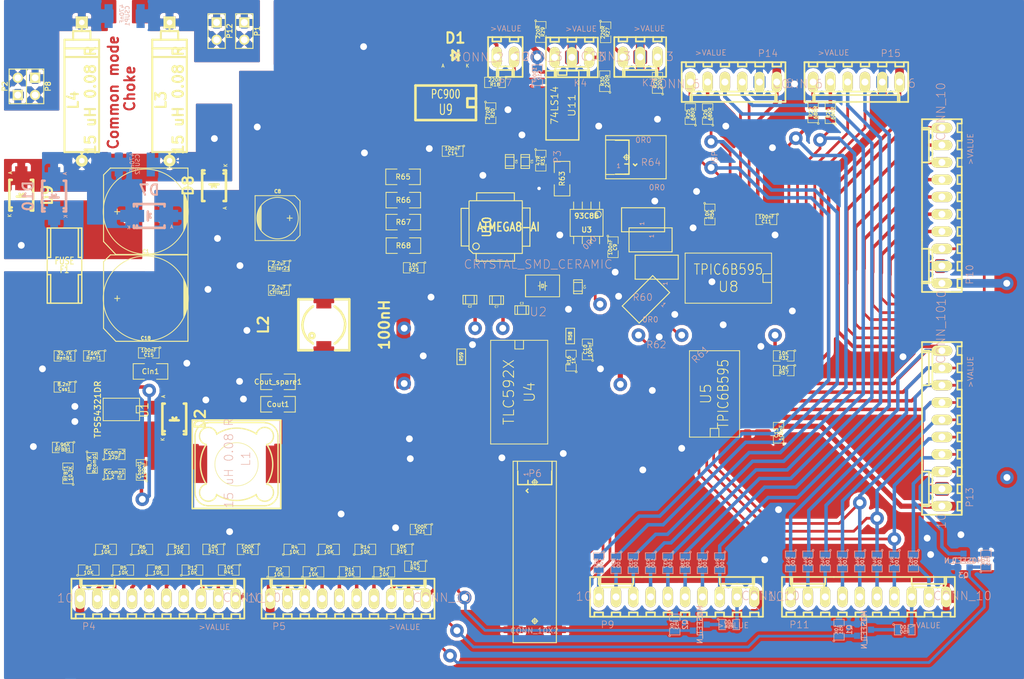
<source format=kicad_pcb>
(kicad_pcb (version 3) (host pcbnew "(25-Oct-2014 BZR 4029)-stable")
  (layers (15 F.Cu signal) (2 Inner2.Cu power) (1 Inner1.Cu power) (0 B.Cu signal) (18 B.Paste user) (19 F.Paste user) (20 B.SilkS user) (21 F.SilkS user) (22 B.Mask user) (23 F.Mask user) (28 Edge.Cuts user))
  (net 0 "")
  (net 1 ACA)
  (net 2 ACB)
  (net 3 ACFA)
  (net 4 ACFB)
  (net 5 BOOT)
  (net 6 CLR)
  (net 7 CLR1)
  (net 8 COMP)
  (net 9 DGND)
  (net 10 DISPLAY)
  (net 11 EN)
  (net 12 MEMCS)
  (net 13 MISO)
  (net 14 MOSI)
  (net 15 MOSI1)
  (net 16 MOSI2)
  (net 17 MUTE)
  (net 18 MidiMCUBridge)
  (net 19 N-000001)
  (net 20 N-0000010)
  (net 21 N-00000100)
  (net 22 N-00000101)
  (net 23 N-00000102)
  (net 24 N-00000104)
  (net 25 N-00000108)
  (net 26 N-0000011)
  (net 27 N-00000111)
  (net 28 N-00000112)
  (net 29 N-00000114)
  (net 30 N-00000116)
  (net 31 N-0000012)
  (net 32 N-00000124)
  (net 33 N-00000125)
  (net 34 N-00000126)
  (net 35 N-00000127)
  (net 36 N-00000128)
  (net 37 N-00000129)
  (net 38 N-00000130)
  (net 39 N-00000131)
  (net 40 N-00000132)
  (net 41 N-00000133)
  (net 42 N-00000135)
  (net 43 N-00000138)
  (net 44 N-00000139)
  (net 45 N-0000014)
  (net 46 N-00000140)
  (net 47 N-00000141)
  (net 48 N-0000015)
  (net 49 N-0000016)
  (net 50 N-0000017)
  (net 51 N-0000018)
  (net 52 N-000002)
  (net 53 N-0000020)
  (net 54 N-0000021)
  (net 55 N-0000022)
  (net 56 N-0000023)
  (net 57 N-0000024)
  (net 58 N-0000025)
  (net 59 N-0000026)
  (net 60 N-0000027)
  (net 61 N-0000028)
  (net 62 N-0000029)
  (net 63 N-000003)
  (net 64 N-0000030)
  (net 65 N-0000031)
  (net 66 N-0000032)
  (net 67 N-0000033)
  (net 68 N-0000034)
  (net 69 N-0000035)
  (net 70 N-0000036)
  (net 71 N-0000037)
  (net 72 N-0000038)
  (net 73 N-000004)
  (net 74 N-0000041)
  (net 75 N-0000042)
  (net 76 N-0000048)
  (net 77 N-0000049)
  (net 78 N-000005)
  (net 79 N-0000051)
  (net 80 N-0000058)
  (net 81 N-000006)
  (net 82 N-0000061)
  (net 83 N-0000062)
  (net 84 N-0000063)
  (net 85 N-0000064)
  (net 86 N-0000065)
  (net 87 N-0000067)
  (net 88 N-0000069)
  (net 89 N-000007)
  (net 90 N-0000070)
  (net 91 N-0000071)
  (net 92 N-0000072)
  (net 93 N-0000073)
  (net 94 N-0000074)
  (net 95 N-0000075)
  (net 96 N-0000076)
  (net 97 N-0000077)
  (net 98 N-0000078)
  (net 99 N-0000079)
  (net 100 N-000008)
  (net 101 N-0000080)
  (net 102 N-0000081)
  (net 103 N-0000082)
  (net 104 N-0000083)
  (net 105 N-0000084)
  (net 106 N-0000085)
  (net 107 N-0000086)
  (net 108 N-0000087)
  (net 109 N-000009)
  (net 110 N-0000090)
  (net 111 N-0000092)
  (net 112 N-0000093)
  (net 113 N-0000094)
  (net 114 N-0000095)
  (net 115 N-0000096)
  (net 116 N-0000097)
  (net 117 N-0000098)
  (net 118 N-0000099)
  (net 119 PH)
  (net 120 POWERAMP2)
  (net 121 RCLK)
  (net 122 SCK)
  (net 123 SENSE)
  (net 124 SETUP)
  (net 125 SWITCH1)
  (net 126 SWITCH2)
  (net 127 V+)
  (net 128 VCC)
  (net 129 VFUSE)
  (net 130 VPRE5)
  (module SM1206 (layer F.Cu) (at 33.7185 66.802)
    (fp_text reference Cin1 (at 0 0) (layer F.SilkS) (effects (font (size 0.762 0.762) (thickness 0.127))))
    (fp_text value 10uF hide)
    (pad 1 smd rect (at -1.651 0) (size 1.524 2.032) (layers F.Cu F.Paste F.Mask) (net 127 V+))
    (pad 2 smd rect (at 1.651 0) (size 1.524 2.032) (layers F.Cu F.Paste F.Mask) (net 9 DGND))
  )
  (module SM1206 (layer F.Cu) (at 52.451 71.628 180)
    (fp_text reference Cout1 (at 0 0 180) (layer F.SilkS) (effects (font (size 0.762 0.762) (thickness 0.127))))
    (fp_text value 47uF hide)
    (pad 1 smd rect (at -1.651 0 180) (size 1.524 2.032) (layers F.Cu F.Paste F.Mask) (net 130 VPRE5))
    (pad 2 smd rect (at 1.651 0 180) (size 1.524 2.032) (layers F.Cu F.Paste F.Mask) (net 9 DGND))
  )
  (module SM0805 (layer F.Cu) (at 28.448 81.915)
    (fp_text reference Ccomp1 (at 0 -0.3175) (layer F.SilkS) (effects (font (size 0.50038 0.50038) (thickness 0.10922))))
    (fp_text value "1,2 nF" (at 0 0.381) (layer F.SilkS) (effects (font (size 0.50038 0.50038) (thickness 0.10922))))
    (pad 1 smd rect (at -0.9525 0) (size 0.889 1.397) (layers F.Cu F.Paste F.Mask) (net 24 N-00000104))
    (pad 2 smd rect (at 0.9525 0) (size 0.889 1.397) (layers F.Cu F.Paste F.Mask) (net 9 DGND))
  )
  (module SM0805 (layer F.Cu) (at 25.4 64.516 180)
    (fp_text reference RenT1 (at 0 -0.3175 180) (layer F.SilkS) (effects (font (size 0.50038 0.50038) (thickness 0.10922))))
    (fp_text value 169K (at 0 0.381 180) (layer F.SilkS) (effects (font (size 0.50038 0.50038) (thickness 0.10922))))
    (pad 1 smd rect (at -0.9525 0 180) (size 0.889 1.397) (layers F.Cu F.Paste F.Mask) (net 127 V+))
    (pad 2 smd rect (at 0.9525 0 180) (size 0.889 1.397) (layers F.Cu F.Paste F.Mask) (net 11 EN))
  )
  (module SM0805 (layer F.Cu) (at 21.082 64.516 180)
    (fp_text reference RenB1 (at 0 -0.3175 180) (layer F.SilkS) (effects (font (size 0.50038 0.50038) (thickness 0.10922))))
    (fp_text value 35,7K (at 0 0.381 180) (layer F.SilkS) (effects (font (size 0.50038 0.50038) (thickness 0.10922))))
    (pad 1 smd rect (at -0.9525 0 180) (size 0.889 1.397) (layers F.Cu F.Paste F.Mask) (net 11 EN))
    (pad 2 smd rect (at 0.9525 0 180) (size 0.889 1.397) (layers F.Cu F.Paste F.Mask) (net 9 DGND))
  )
  (module SM0805 (layer F.Cu) (at 20.828 77.978 180)
    (fp_text reference RFBB1 (at 0 -0.3175 180) (layer F.SilkS) (effects (font (size 0.50038 0.50038) (thickness 0.10922))))
    (fp_text value 1.96K (at 0 0.381 180) (layer F.SilkS) (effects (font (size 0.50038 0.50038) (thickness 0.10922))))
    (pad 1 smd rect (at -0.9525 0 180) (size 0.889 1.397) (layers F.Cu F.Paste F.Mask) (net 123 SENSE))
    (pad 2 smd rect (at 0.9525 0 180) (size 0.889 1.397) (layers F.Cu F.Paste F.Mask) (net 9 DGND))
  )
  (module SM0805 (layer F.Cu) (at 21.59 81.788 90)
    (fp_text reference RFBT1 (at 0 -0.3175 90) (layer F.SilkS) (effects (font (size 0.50038 0.50038) (thickness 0.10922))))
    (fp_text value 10.2K (at 0 0.381 90) (layer F.SilkS) (effects (font (size 0.50038 0.50038) (thickness 0.10922))))
    (pad 1 smd rect (at -0.9525 0 90) (size 0.889 1.397) (layers F.Cu F.Paste F.Mask) (net 130 VPRE5))
    (pad 2 smd rect (at 0.9525 0 90) (size 0.889 1.397) (layers F.Cu F.Paste F.Mask) (net 123 SENSE))
  )
  (module SM0805 (layer F.Cu) (at 52.578 54.864 180)
    (fp_text reference Cfilter1 (at 0 -0.3175 180) (layer F.SilkS) (effects (font (size 0.50038 0.50038) (thickness 0.10922))))
    (fp_text value 2.2uF (at 0 0.381 180) (layer F.SilkS) (effects (font (size 0.50038 0.50038) (thickness 0.10922))))
    (pad 1 smd rect (at -0.9525 0 180) (size 0.889 1.397) (layers F.Cu F.Paste F.Mask) (net 128 VCC))
    (pad 2 smd rect (at 0.9525 0 180) (size 0.889 1.397) (layers F.Cu F.Paste F.Mask) (net 9 DGND))
  )
  (module SM0805 (layer F.Cu) (at 21.082 69.088 180)
    (fp_text reference Css1 (at 0 -0.3175 180) (layer F.SilkS) (effects (font (size 0.50038 0.50038) (thickness 0.10922))))
    (fp_text value 8.2nF (at 0 0.381 180) (layer F.SilkS) (effects (font (size 0.50038 0.50038) (thickness 0.10922))))
    (pad 1 smd rect (at -0.9525 0 180) (size 0.889 1.397) (layers F.Cu F.Paste F.Mask) (net 27 N-00000111))
    (pad 2 smd rect (at 0.9525 0 180) (size 0.889 1.397) (layers F.Cu F.Paste F.Mask) (net 9 DGND))
  )
  (module SM0805 (layer F.Cu) (at 28.448 78.994)
    (fp_text reference Ccomp2 (at 0 -0.3175) (layer F.SilkS) (effects (font (size 0.50038 0.50038) (thickness 0.10922))))
    (fp_text value 22pF (at 0 0.381) (layer F.SilkS) (effects (font (size 0.50038 0.50038) (thickness 0.10922))))
    (pad 1 smd rect (at -0.9525 0) (size 0.889 1.397) (layers F.Cu F.Paste F.Mask) (net 8 COMP))
    (pad 2 smd rect (at 0.9525 0) (size 0.889 1.397) (layers F.Cu F.Paste F.Mask) (net 9 DGND))
  )
  (module SM0805 (layer F.Cu) (at 32.385 81.28 90)
    (fp_text reference Cboot1 (at 0 -0.3175 90) (layer F.SilkS) (effects (font (size 0.50038 0.50038) (thickness 0.10922))))
    (fp_text value 100nF (at 0 0.381 90) (layer F.SilkS) (effects (font (size 0.50038 0.50038) (thickness 0.10922))))
    (pad 1 smd rect (at -0.9525 0 90) (size 0.889 1.397) (layers F.Cu F.Paste F.Mask) (net 5 BOOT))
    (pad 2 smd rect (at 0.9525 0 90) (size 0.889 1.397) (layers F.Cu F.Paste F.Mask) (net 119 PH))
  )
  (module Choke_SMD_Wuerth-WE-PD-Typ-M-Typ-S_Handsoldering_RevA_27July2010 (layer F.Cu) (at 59.182 59.944 90)
    (fp_text reference L2 (at 0 -8.89 90) (layer F.SilkS) (effects (font (size 1.524 1.524) (thickness 0.3048))))
    (fp_text value 100nH (at 0 8.89 90) (layer F.SilkS) (effects (font (size 1.524 1.524) (thickness 0.3048))))
    (pad 1 smd rect (at -4.20116 0 90) (size 3.59918 2.19964) (layers F.Cu F.Paste F.Mask) (net 130 VPRE5))
    (pad 2 smd rect (at 4.20116 0 90) (size 3.59918 2.19964) (layers F.Cu F.Paste F.Mask) (net 128 VCC))
  )
  (module SO8_WITH_EP (layer F.Cu) (at 29.464 72.39 180)
    (fp_text reference U1 (at -3.35026 -0.09906 270) (layer F.SilkS) (effects (font (size 1.143 1.143) (thickness 0.1524))))
    (fp_text value TPS54321DR (at 3.50012 0 270) (layer F.SilkS) (effects (font (size 0.889 0.889) (thickness 0.1524))))
    (pad 8 smd rect (at -1.905 -2.667 180) (size 0.59944 1.39954) (layers F.Cu F.Paste F.Mask) (net 119 PH))
    (pad 1 smd rect (at -1.905 2.667 180) (size 0.59944 1.39954) (layers F.Cu F.Paste F.Mask) (net 5 BOOT))
    (pad 7 smd rect (at -0.635 -2.667 180) (size 0.59944 1.39954) (layers F.Cu F.Paste F.Mask) (net 9 DGND))
    (pad 6 smd rect (at 0.635 -2.667 180) (size 0.59944 1.39954) (layers F.Cu F.Paste F.Mask) (net 8 COMP))
    (pad 5 smd rect (at 1.905 -2.667 180) (size 0.59944 1.39954) (layers F.Cu F.Paste F.Mask) (net 123 SENSE))
    (pad 2 smd rect (at -0.635 2.667 180) (size 0.59944 1.39954) (layers F.Cu F.Paste F.Mask) (net 127 V+))
    (pad 3 smd rect (at 0.635 2.667 180) (size 0.59944 1.39954) (layers F.Cu F.Paste F.Mask) (net 11 EN))
    (pad 4 smd rect (at 1.905 2.667 180) (size 0.59944 1.39954) (layers F.Cu F.Paste F.Mask) (net 27 N-00000111))
    (pad 9 smd rect (at 0 0 180) (size 4.0005 2.79908) (layers F.Cu F.Paste F.Mask) (net 9 DGND))
  )
  (module SM0805 (layer F.Cu) (at 65.278 92.964)
    (fp_text reference R14 (at 0 -0.3175) (layer F.SilkS) (effects (font (size 0.50038 0.50038) (thickness 0.10922))))
    (fp_text value 10K (at 0 0.381) (layer F.SilkS) (effects (font (size 0.50038 0.50038) (thickness 0.10922))))
    (pad 1 smd rect (at -0.9525 0) (size 0.889 1.397) (layers F.Cu F.Paste F.Mask) (net 69 N-0000035))
    (pad 2 smd rect (at 0.9525 0) (size 0.889 1.397) (layers F.Cu F.Paste F.Mask) (net 70 N-0000036))
  )
  (module SM0805 (layer F.Cu) (at 59.944 92.964)
    (fp_text reference R9 (at 0 -0.3175) (layer F.SilkS) (effects (font (size 0.50038 0.50038) (thickness 0.10922))))
    (fp_text value 10K (at 0 0.381) (layer F.SilkS) (effects (font (size 0.50038 0.50038) (thickness 0.10922))))
    (pad 1 smd rect (at -0.9525 0) (size 0.889 1.397) (layers F.Cu F.Paste F.Mask) (net 68 N-0000034))
    (pad 2 smd rect (at 0.9525 0) (size 0.889 1.397) (layers F.Cu F.Paste F.Mask) (net 40 N-00000132))
  )
  (module SM0805 (layer F.Cu) (at 57.658 96.266)
    (fp_text reference R7 (at 0 -0.3175) (layer F.SilkS) (effects (font (size 0.50038 0.50038) (thickness 0.10922))))
    (fp_text value 10K (at 0 0.381) (layer F.SilkS) (effects (font (size 0.50038 0.50038) (thickness 0.10922))))
    (pad 1 smd rect (at -0.9525 0) (size 0.889 1.397) (layers F.Cu F.Paste F.Mask) (net 25 N-00000108))
    (pad 2 smd rect (at 0.9525 0) (size 0.889 1.397) (layers F.Cu F.Paste F.Mask) (net 68 N-0000034))
  )
  (module SM0805 (layer F.Cu) (at 54.864 92.964)
    (fp_text reference R4 (at 0 -0.3175) (layer F.SilkS) (effects (font (size 0.50038 0.50038) (thickness 0.10922))))
    (fp_text value 10K (at 0 0.381) (layer F.SilkS) (effects (font (size 0.50038 0.50038) (thickness 0.10922))))
    (pad 1 smd rect (at -0.9525 0) (size 0.889 1.397) (layers F.Cu F.Paste F.Mask) (net 47 N-00000141))
    (pad 2 smd rect (at 0.9525 0) (size 0.889 1.397) (layers F.Cu F.Paste F.Mask) (net 25 N-00000108))
  )
  (module SM0805 (layer F.Cu) (at 52.578 96.266)
    (fp_text reference R2 (at 0 -0.3175) (layer F.SilkS) (effects (font (size 0.50038 0.50038) (thickness 0.10922))))
    (fp_text value 10K (at 0 0.381) (layer F.SilkS) (effects (font (size 0.50038 0.50038) (thickness 0.10922))))
    (pad 1 smd rect (at -0.9525 0) (size 0.889 1.397) (layers F.Cu F.Paste F.Mask) (net 128 VCC))
    (pad 2 smd rect (at 0.9525 0) (size 0.889 1.397) (layers F.Cu F.Paste F.Mask) (net 47 N-00000141))
  )
  (module SM0805 (layer F.Cu) (at 68.072 96.266)
    (fp_text reference R17 (at 0 -0.3175) (layer F.SilkS) (effects (font (size 0.50038 0.50038) (thickness 0.10922))))
    (fp_text value 10K (at 0 0.381) (layer F.SilkS) (effects (font (size 0.50038 0.50038) (thickness 0.10922))))
    (pad 1 smd rect (at -0.9525 0) (size 0.889 1.397) (layers F.Cu F.Paste F.Mask) (net 70 N-0000036))
    (pad 2 smd rect (at 0.9525 0) (size 0.889 1.397) (layers F.Cu F.Paste F.Mask) (net 71 N-0000037))
  )
  (module SM0805 (layer F.Cu) (at 73.406 90.043 180)
    (fp_text reference R21 (at 0 -0.3175 180) (layer F.SilkS) (effects (font (size 0.50038 0.50038) (thickness 0.10922))))
    (fp_text value 100K (at 0 0.381 180) (layer F.SilkS) (effects (font (size 0.50038 0.50038) (thickness 0.10922))))
    (pad 1 smd rect (at -0.9525 0 180) (size 0.889 1.397) (layers F.Cu F.Paste F.Mask) (net 125 SWITCH1))
    (pad 2 smd rect (at 0.9525 0 180) (size 0.889 1.397) (layers F.Cu F.Paste F.Mask) (net 9 DGND))
  )
  (module SM0805 (layer F.Cu) (at 70.612 92.964 180)
    (fp_text reference R19 (at 0 -0.3175 180) (layer F.SilkS) (effects (font (size 0.50038 0.50038) (thickness 0.10922))))
    (fp_text value 10K (at 0 0.381 180) (layer F.SilkS) (effects (font (size 0.50038 0.50038) (thickness 0.10922))))
    (pad 1 smd rect (at -0.9525 0 180) (size 0.889 1.397) (layers F.Cu F.Paste F.Mask) (net 72 N-0000038))
    (pad 2 smd rect (at 0.9525 0 180) (size 0.889 1.397) (layers F.Cu F.Paste F.Mask) (net 71 N-0000037))
  )
  (module SM0805 (layer F.Cu) (at 48.006 92.964 180)
    (fp_text reference R15 (at 0 -0.3175 180) (layer F.SilkS) (effects (font (size 0.50038 0.50038) (thickness 0.10922))))
    (fp_text value 100K (at 0 0.381 180) (layer F.SilkS) (effects (font (size 0.50038 0.50038) (thickness 0.10922))))
    (pad 1 smd rect (at -0.9525 0 180) (size 0.889 1.397) (layers F.Cu F.Paste F.Mask) (net 126 SWITCH2))
    (pad 2 smd rect (at 0.9525 0 180) (size 0.889 1.397) (layers F.Cu F.Paste F.Mask) (net 9 DGND))
  )
  (module SM0805 (layer F.Cu) (at 29.718 96.012)
    (fp_text reference R5 (at 0 -0.3175) (layer F.SilkS) (effects (font (size 0.50038 0.50038) (thickness 0.10922))))
    (fp_text value 10K (at 0 0.381) (layer F.SilkS) (effects (font (size 0.50038 0.50038) (thickness 0.10922))))
    (pad 1 smd rect (at -0.9525 0) (size 0.889 1.397) (layers F.Cu F.Paste F.Mask) (net 28 N-00000112))
    (pad 2 smd rect (at 0.9525 0) (size 0.889 1.397) (layers F.Cu F.Paste F.Mask) (net 36 N-00000128))
  )
  (module SM0805 (layer F.Cu) (at 34.798 96.012)
    (fp_text reference R8 (at 0 -0.3175) (layer F.SilkS) (effects (font (size 0.50038 0.50038) (thickness 0.10922))))
    (fp_text value 10K (at 0 0.381) (layer F.SilkS) (effects (font (size 0.50038 0.50038) (thickness 0.10922))))
    (pad 1 smd rect (at -0.9525 0) (size 0.889 1.397) (layers F.Cu F.Paste F.Mask) (net 35 N-00000127))
    (pad 2 smd rect (at 0.9525 0) (size 0.889 1.397) (layers F.Cu F.Paste F.Mask) (net 33 N-00000125))
  )
  (module SM0805 (layer F.Cu) (at 32.512 92.964)
    (fp_text reference R6 (at 0 -0.3175) (layer F.SilkS) (effects (font (size 0.50038 0.50038) (thickness 0.10922))))
    (fp_text value 10K (at 0 0.381) (layer F.SilkS) (effects (font (size 0.50038 0.50038) (thickness 0.10922))))
    (pad 1 smd rect (at -0.9525 0) (size 0.889 1.397) (layers F.Cu F.Paste F.Mask) (net 36 N-00000128))
    (pad 2 smd rect (at 0.9525 0) (size 0.889 1.397) (layers F.Cu F.Paste F.Mask) (net 35 N-00000127))
  )
  (module SM0805 (layer F.Cu) (at 27.178 92.964)
    (fp_text reference R3 (at 0 -0.3175) (layer F.SilkS) (effects (font (size 0.50038 0.50038) (thickness 0.10922))))
    (fp_text value 10K (at 0 0.381) (layer F.SilkS) (effects (font (size 0.50038 0.50038) (thickness 0.10922))))
    (pad 1 smd rect (at -0.9525 0) (size 0.889 1.397) (layers F.Cu F.Paste F.Mask) (net 37 N-00000129))
    (pad 2 smd rect (at 0.9525 0) (size 0.889 1.397) (layers F.Cu F.Paste F.Mask) (net 28 N-00000112))
  )
  (module SM0805 (layer F.Cu) (at 24.638 96.012)
    (fp_text reference R1 (at 0 -0.3175) (layer F.SilkS) (effects (font (size 0.50038 0.50038) (thickness 0.10922))))
    (fp_text value 10K (at 0 0.381) (layer F.SilkS) (effects (font (size 0.50038 0.50038) (thickness 0.10922))))
    (pad 1 smd rect (at -0.9525 0) (size 0.889 1.397) (layers F.Cu F.Paste F.Mask) (net 128 VCC))
    (pad 2 smd rect (at 0.9525 0) (size 0.889 1.397) (layers F.Cu F.Paste F.Mask) (net 37 N-00000129))
  )
  (module SM0805 (layer F.Cu) (at 72.39 51.562 180)
    (fp_text reference R23 (at 0 -0.3175 180) (layer F.SilkS) (effects (font (size 0.50038 0.50038) (thickness 0.10922))))
    (fp_text value 10K (at 0 0.381 180) (layer F.SilkS) (effects (font (size 0.50038 0.50038) (thickness 0.10922))))
    (pad 1 smd rect (at -0.9525 0 180) (size 0.889 1.397) (layers F.Cu F.Paste F.Mask) (net 29 N-00000114))
    (pad 2 smd rect (at 0.9525 0 180) (size 0.889 1.397) (layers F.Cu F.Paste F.Mask) (net 128 VCC))
  )
  (module TQFP32 (layer F.Cu) (at 84.4042 45.5676 90)
    (fp_text reference U10 (at 0 -1.27 90) (layer F.SilkS) (effects (font (size 1.27 1.016) (thickness 0.2032))))
    (fp_text value ATMEGA8-AI (at 0 1.905 180) (layer F.SilkS) (effects (font (size 1.27 1.016) (thickness 0.2032))))
    (pad 8 smd rect (at -4.81584 2.77622 90) (size 1.99898 0.44958) (layers F.Cu F.Paste F.Mask) (net 39 N-00000131))
    (pad 7 smd rect (at -4.81584 1.97612 90) (size 1.99898 0.44958) (layers F.Cu F.Paste F.Mask) (net 76 N-0000048))
    (pad 6 smd rect (at -4.81584 1.17602 90) (size 1.99898 0.44958) (layers F.Cu F.Paste F.Mask) (net 128 VCC))
    (pad 5 smd rect (at -4.81584 0.37592 90) (size 1.99898 0.44958) (layers F.Cu F.Paste F.Mask) (net 9 DGND))
    (pad 4 smd rect (at -4.81584 -0.42418 90) (size 1.99898 0.44958) (layers F.Cu F.Paste F.Mask) (net 128 VCC))
    (pad 3 smd rect (at -4.81584 -1.22428 90) (size 1.99898 0.44958) (layers F.Cu F.Paste F.Mask) (net 9 DGND))
    (pad 2 smd rect (at -4.81584 -2.02438 90) (size 1.99898 0.44958) (layers F.Cu F.Paste F.Mask) (net 10 DISPLAY))
    (pad 1 smd rect (at -4.81584 -2.82448 90) (size 1.99898 0.44958) (layers F.Cu F.Paste F.Mask) (net 124 SETUP))
    (pad 24 smd rect (at 4.7498 -2.8194 90) (size 1.99898 0.44958) (layers F.Cu F.Paste F.Mask))
    (pad 17 smd rect (at 4.7498 2.794 90) (size 1.99898 0.44958) (layers F.Cu F.Paste F.Mask) (net 122 SCK))
    (pad 18 smd rect (at 4.7498 1.9812 90) (size 1.99898 0.44958) (layers F.Cu F.Paste F.Mask) (net 30 N-00000116))
    (pad 19 smd rect (at 4.7498 1.1684 90) (size 1.99898 0.44958) (layers F.Cu F.Paste F.Mask))
    (pad 20 smd rect (at 4.7498 0.381 90) (size 1.99898 0.44958) (layers F.Cu F.Paste F.Mask) (net 32 N-00000124))
    (pad 21 smd rect (at 4.7498 -0.4318 90) (size 1.99898 0.44958) (layers F.Cu F.Paste F.Mask) (net 9 DGND))
    (pad 22 smd rect (at 4.7498 -1.2192 90) (size 1.99898 0.44958) (layers F.Cu F.Paste F.Mask))
    (pad 23 smd rect (at 4.7498 -2.032 90) (size 1.99898 0.44958) (layers F.Cu F.Paste F.Mask))
    (pad 32 smd rect (at -2.82448 -4.826 90) (size 0.44958 1.99898) (layers F.Cu F.Paste F.Mask))
    (pad 31 smd rect (at -2.02692 -4.826 90) (size 0.44958 1.99898) (layers F.Cu F.Paste F.Mask))
    (pad 30 smd rect (at -1.22428 -4.826 90) (size 0.44958 1.99898) (layers F.Cu F.Paste F.Mask) (net 18 MidiMCUBridge))
    (pad 29 smd rect (at -0.42672 -4.826 90) (size 0.44958 1.99898) (layers F.Cu F.Paste F.Mask) (net 29 N-00000114))
    (pad 28 smd rect (at 0.37592 -4.826 90) (size 0.44958 1.99898) (layers F.Cu F.Paste F.Mask) (net 80 N-0000058))
    (pad 27 smd rect (at 1.17348 -4.826 90) (size 0.44958 1.99898) (layers F.Cu F.Paste F.Mask) (net 82 N-0000061))
    (pad 26 smd rect (at 1.97612 -4.826 90) (size 0.44958 1.99898) (layers F.Cu F.Paste F.Mask) (net 83 N-0000062))
    (pad 25 smd rect (at 2.77368 -4.826 90) (size 0.44958 1.99898) (layers F.Cu F.Paste F.Mask) (net 77 N-0000049))
    (pad 9 smd rect (at -2.8194 4.7752 90) (size 0.44958 1.99898) (layers F.Cu F.Paste F.Mask))
    (pad 10 smd rect (at -2.032 4.7752 90) (size 0.44958 1.99898) (layers F.Cu F.Paste F.Mask) (net 121 RCLK))
    (pad 11 smd rect (at -1.2192 4.7752 90) (size 0.44958 1.99898) (layers F.Cu F.Paste F.Mask) (net 6 CLR))
    (pad 12 smd rect (at -0.4318 4.7752 90) (size 0.44958 1.99898) (layers F.Cu F.Paste F.Mask))
    (pad 13 smd rect (at 0.3556 4.7752 90) (size 0.44958 1.99898) (layers F.Cu F.Paste F.Mask))
    (pad 14 smd rect (at 1.1684 4.7752 90) (size 0.44958 1.99898) (layers F.Cu F.Paste F.Mask) (net 12 MEMCS))
    (pad 15 smd rect (at 1.9812 4.7752 90) (size 0.44958 1.99898) (layers F.Cu F.Paste F.Mask) (net 15 MOSI1))
    (pad 16 smd rect (at 2.794 4.7752 90) (size 0.44958 1.99898) (layers F.Cu F.Paste F.Mask) (net 13 MISO))
  )
  (module PIN_ARRAY_2X1 (layer F.Cu) (at 14.224 24.892 90)
    (fp_text reference P2 (at 0 -1.905 90) (layer F.SilkS) (effects (font (size 0.762 0.762) (thickness 0.1524))))
    (fp_text value CONN_2 hide)
    (pad 1 thru_hole rect (at -1.27 0 90) (size 1.524 1.524) (drill 1.016) (layers *.Cu *.Mask F.SilkS) (net 2 ACB))
    (pad 2 thru_hole circle (at 1.27 0 90) (size 1.524 1.524) (drill 1.016) (layers *.Cu *.Mask F.SilkS) (net 2 ACB))
  )
  (module PIN_ARRAY_2X1 (layer F.Cu) (at 47.498 16.764 270)
    (fp_text reference P1 (at 0 -1.905 270) (layer F.SilkS) (effects (font (size 0.762 0.762) (thickness 0.1524))))
    (fp_text value CONN_2 hide)
    (pad 1 thru_hole rect (at -1.27 0 270) (size 1.524 1.524) (drill 1.016) (layers *.Cu *.Mask F.SilkS) (net 1 ACA))
    (pad 2 thru_hole circle (at 1.27 0 270) (size 1.524 1.524) (drill 1.016) (layers *.Cu *.Mask F.SilkS) (net 1 ACA))
  )
  (module c_0805 (layer F.Cu) (at 80.645 56.261 180)
    (fp_text reference C2 (at 0 -0.9906 180) (layer F.SilkS) (effects (font (size 0.29972 0.29972) (thickness 0.06096))))
    (fp_text value 100nF hide)
    (pad 1 smd rect (at 0.9525 0 180) (size 1.30048 1.4986) (layers F.Cu F.Paste F.Mask) (net 9 DGND))
    (pad 2 smd rect (at -0.9525 0 180) (size 1.30048 1.4986) (layers F.Cu F.Paste F.Mask) (net 128 VCC))
  )
  (module c_0805 (layer F.Cu) (at 84.5566 56.3118 180)
    (fp_text reference C7 (at 0 -0.9906 180) (layer F.SilkS) (effects (font (size 0.29972 0.29972) (thickness 0.06096))))
    (fp_text value 100nF hide)
    (pad 1 smd rect (at 0.9525 0 180) (size 1.30048 1.4986) (layers F.Cu F.Paste F.Mask) (net 9 DGND))
    (pad 2 smd rect (at -0.9525 0 180) (size 1.30048 1.4986) (layers F.Cu F.Paste F.Mask) (net 128 VCC))
  )
  (module c_0805 (layer F.Cu) (at 86.487 35.941 270)
    (fp_text reference C6 (at 0 -0.9906 270) (layer F.SilkS) (effects (font (size 0.29972 0.29972) (thickness 0.06096))))
    (fp_text value 100nF hide)
    (pad 1 smd rect (at 0.9525 0 270) (size 1.30048 1.4986) (layers F.Cu F.Paste F.Mask) (net 32 N-00000124))
    (pad 2 smd rect (at -0.9525 0 270) (size 1.30048 1.4986) (layers F.Cu F.Paste F.Mask) (net 9 DGND))
  )
  (module c_0805 (layer F.Cu) (at 88.773 35.941 270)
    (fp_text reference C5 (at 0 -0.9906 270) (layer F.SilkS) (effects (font (size 0.29972 0.29972) (thickness 0.06096))))
    (fp_text value 10nF hide)
    (pad 1 smd rect (at 0.9525 0 270) (size 1.30048 1.4986) (layers F.Cu F.Paste F.Mask) (net 30 N-00000116))
    (pad 2 smd rect (at -0.9525 0 270) (size 1.30048 1.4986) (layers F.Cu F.Paste F.Mask) (net 9 DGND))
  )
  (module c_0805 (layer F.Cu) (at 88.265 57.785)
    (fp_text reference C3 (at 0 -0.9906) (layer F.SilkS) (effects (font (size 0.29972 0.29972) (thickness 0.06096))))
    (fp_text value 22pF hide)
    (pad 1 smd rect (at 0.9525 0) (size 1.30048 1.4986) (layers F.Cu F.Paste F.Mask) (net 9 DGND))
    (pad 2 smd rect (at -0.9525 0) (size 1.30048 1.4986) (layers F.Cu F.Paste F.Mask) (net 76 N-0000048))
  )
  (module c_0805 (layer F.Cu) (at 96.52 54.356 270)
    (fp_text reference C4 (at 0 -0.9906 270) (layer F.SilkS) (effects (font (size 0.29972 0.29972) (thickness 0.06096))))
    (fp_text value 22pF hide)
    (pad 1 smd rect (at 0.9525 0 270) (size 1.30048 1.4986) (layers F.Cu F.Paste F.Mask) (net 9 DGND))
    (pad 2 smd rect (at -0.9525 0 270) (size 1.30048 1.4986) (layers F.Cu F.Paste F.Mask) (net 39 N-00000131))
  )
  (module Diode-SMA_Handsoldering_RevA_27July2010 (layer F.Cu) (at 37.211 73.787 270)
    (fp_text reference D2 (at 0 -3.81 270) (layer F.SilkS) (effects (font (size 1.524 1.524) (thickness 0.3048))))
    (fp_text value B340LA-13-F hide)
    (fp_text user A (at -3.29946 1.6002 270) (layer F.SilkS) (effects (font (size 0.50038 0.50038) (thickness 0.09906))))
    (fp_text user K (at 2.99974 1.69926 270) (layer F.SilkS) (effects (font (size 0.50038 0.50038) (thickness 0.09906))))
    (pad 1 smd rect (at -2.49936 0 270) (size 3.50012 1.80086) (layers F.Cu F.Paste F.Mask) (net 9 DGND))
    (pad 2 smd rect (at 2.49936 0 270) (size 3.50012 1.80086) (layers F.Cu F.Paste F.Mask) (net 119 PH))
  )
  (module SM0805 (layer F.Cu) (at 62.992 96.266)
    (fp_text reference R11 (at 0 -0.3175) (layer F.SilkS) (effects (font (size 0.50038 0.50038) (thickness 0.10922))))
    (fp_text value 10K (at 0 0.381) (layer F.SilkS) (effects (font (size 0.50038 0.50038) (thickness 0.10922))))
    (pad 1 smd rect (at -0.9525 0) (size 0.889 1.397) (layers F.Cu F.Paste F.Mask) (net 40 N-00000132))
    (pad 2 smd rect (at 0.9525 0) (size 0.889 1.397) (layers F.Cu F.Paste F.Mask) (net 69 N-0000035))
  )
  (module SM0805 (layer F.Cu) (at 37.846 92.964)
    (fp_text reference R10 (at 0 -0.3175) (layer F.SilkS) (effects (font (size 0.50038 0.50038) (thickness 0.10922))))
    (fp_text value 10K (at 0 0.381) (layer F.SilkS) (effects (font (size 0.50038 0.50038) (thickness 0.10922))))
    (pad 1 smd rect (at -0.9525 0) (size 0.889 1.397) (layers F.Cu F.Paste F.Mask) (net 33 N-00000125))
    (pad 2 smd rect (at 0.9525 0) (size 0.889 1.397) (layers F.Cu F.Paste F.Mask) (net 34 N-00000126))
  )
  (module SM0805 (layer F.Cu) (at 39.878 96.012)
    (fp_text reference R12 (at 0 -0.3175) (layer F.SilkS) (effects (font (size 0.50038 0.50038) (thickness 0.10922))))
    (fp_text value 10K (at 0 0.381) (layer F.SilkS) (effects (font (size 0.50038 0.50038) (thickness 0.10922))))
    (pad 1 smd rect (at -0.9525 0) (size 0.889 1.397) (layers F.Cu F.Paste F.Mask) (net 34 N-00000126))
    (pad 2 smd rect (at 0.9525 0) (size 0.889 1.397) (layers F.Cu F.Paste F.Mask) (net 38 N-00000130))
  )
  (module SM0805 (layer F.Cu) (at 42.926 92.964 180)
    (fp_text reference R13 (at 0 -0.3175 180) (layer F.SilkS) (effects (font (size 0.50038 0.50038) (thickness 0.10922))))
    (fp_text value 10K (at 0 0.381 180) (layer F.SilkS) (effects (font (size 0.50038 0.50038) (thickness 0.10922))))
    (pad 1 smd rect (at -0.9525 0 180) (size 0.889 1.397) (layers F.Cu F.Paste F.Mask) (net 67 N-0000033))
    (pad 2 smd rect (at 0.9525 0 180) (size 0.889 1.397) (layers F.Cu F.Paste F.Mask) (net 38 N-00000130))
  )
  (module SM0805 (layer F.Cu) (at 95.504 65.2145 90)
    (fp_text reference R16 (at 0 -0.3175 90) (layer F.SilkS) (effects (font (size 0.50038 0.50038) (thickness 0.10922))))
    (fp_text value 1K (at 0 0.381 90) (layer F.SilkS) (effects (font (size 0.50038 0.50038) (thickness 0.10922))))
    (pad 1 smd rect (at -0.9525 0 90) (size 0.889 1.397) (layers F.Cu F.Paste F.Mask) (net 9 DGND))
    (pad 2 smd rect (at 0.9525 0 90) (size 0.889 1.397) (layers F.Cu F.Paste F.Mask) (net 88 N-0000069))
  )
  (module SM0805 (layer F.Cu) (at 124.206 44.45 180)
    (fp_text reference C11 (at 0 -0.3175 180) (layer F.SilkS) (effects (font (size 0.50038 0.50038) (thickness 0.10922))))
    (fp_text value 100nF (at 0 0.381 180) (layer F.SilkS) (effects (font (size 0.50038 0.50038) (thickness 0.10922))))
    (pad 1 smd rect (at -0.9525 0 180) (size 0.889 1.397) (layers F.Cu F.Paste F.Mask) (net 9 DGND))
    (pad 2 smd rect (at 0.9525 0 180) (size 0.889 1.397) (layers F.Cu F.Paste F.Mask) (net 128 VCC))
  )
  (module SM0805 (layer F.Cu) (at 97.917 63.5635 90)
    (fp_text reference C10 (at 0 -0.3175 90) (layer F.SilkS) (effects (font (size 0.50038 0.50038) (thickness 0.10922))))
    (fp_text value 100nF (at 0 0.381 90) (layer F.SilkS) (effects (font (size 0.50038 0.50038) (thickness 0.10922))))
    (pad 1 smd rect (at -0.9525 0 90) (size 0.889 1.397) (layers F.Cu F.Paste F.Mask) (net 9 DGND))
    (pad 2 smd rect (at 0.9525 0 90) (size 0.889 1.397) (layers F.Cu F.Paste F.Mask) (net 128 VCC))
  )
  (module SO14N (layer F.Cu) (at 94.361 27.686 270)
    (fp_text reference U11 (at 0 -1.27 270) (layer F.SilkS) (effects (font (size 1.016 1.143) (thickness 0.127))))
    (fp_text value 74LS14 (at 0 1.27 270) (layer F.SilkS) (effects (font (size 1.016 1.016) (thickness 0.127))))
    (pad 1 smd rect (at -3.81 3.302 270) (size 0.508 1.143) (layers F.Cu F.Paste F.Mask) (net 111 N-0000092))
    (pad 2 smd rect (at -2.54 3.302 270) (size 0.508 1.143) (layers F.Cu F.Paste F.Mask) (net 41 N-00000133))
    (pad 3 smd rect (at -1.27 3.302 270) (size 0.508 1.143) (layers F.Cu F.Paste F.Mask) (net 41 N-00000133))
    (pad 4 smd rect (at 0 3.302 270) (size 0.508 1.143) (layers F.Cu F.Paste F.Mask) (net 18 MidiMCUBridge))
    (pad 5 smd rect (at 1.27 3.302 270) (size 0.508 1.143) (layers F.Cu F.Paste F.Mask))
    (pad 6 smd rect (at 2.54 3.302 270) (size 0.508 1.143) (layers F.Cu F.Paste F.Mask))
    (pad 7 smd rect (at 3.81 3.302 270) (size 0.508 1.143) (layers F.Cu F.Paste F.Mask) (net 9 DGND))
    (pad 8 smd rect (at 3.81 -3.048 270) (size 0.508 1.143) (layers F.Cu F.Paste F.Mask))
    (pad 9 smd rect (at 2.54 -3.048 270) (size 0.508 1.143) (layers F.Cu F.Paste F.Mask))
    (pad 11 smd rect (at 0 -3.048 270) (size 0.508 1.143) (layers F.Cu F.Paste F.Mask) (net 41 N-00000133))
    (pad 12 smd rect (at -1.27 -3.048 270) (size 0.508 1.143) (layers F.Cu F.Paste F.Mask) (net 73 N-000004))
    (pad 13 smd rect (at -2.54 -3.048 270) (size 0.508 1.143) (layers F.Cu F.Paste F.Mask) (net 41 N-00000133))
    (pad 14 smd rect (at -3.81 -3.048 270) (size 0.508 1.143) (layers F.Cu F.Paste F.Mask) (net 128 VCC))
    (pad 10 smd rect (at 1.27 -3.048 270) (size 0.508 1.143) (layers F.Cu F.Paste F.Mask) (net 78 N-000005))
  )
  (module SM0805 (layer F.Cu) (at 100.457 24.13 90)
    (fp_text reference R30 (at 0 -0.3175 90) (layer F.SilkS) (effects (font (size 0.50038 0.50038) (thickness 0.10922))))
    (fp_text value 220R (at 0 0.381 90) (layer F.SilkS) (effects (font (size 0.50038 0.50038) (thickness 0.10922))))
    (pad 1 smd rect (at -0.9525 0 90) (size 0.889 1.397) (layers F.Cu F.Paste F.Mask) (net 73 N-000004))
    (pad 2 smd rect (at 0.9525 0 90) (size 0.889 1.397) (layers F.Cu F.Paste F.Mask) (net 45 N-0000014))
  )
  (module SM0805 (layer F.Cu) (at 84.328 24.3078 180)
    (fp_text reference R18 (at 0 -0.3175 180) (layer F.SilkS) (effects (font (size 0.50038 0.50038) (thickness 0.10922))))
    (fp_text value 220R (at 0 0.381 180) (layer F.SilkS) (effects (font (size 0.50038 0.50038) (thickness 0.10922))))
    (pad 1 smd rect (at -0.9525 0 180) (size 0.889 1.397) (layers F.Cu F.Paste F.Mask) (net 51 N-0000018))
    (pad 2 smd rect (at 0.9525 0 180) (size 0.889 1.397) (layers F.Cu F.Paste F.Mask) (net 112 N-0000093))
  )
  (module SM0805 (layer F.Cu) (at 91.059 16.891 270)
    (fp_text reference R29 (at 0 -0.3175 270) (layer F.SilkS) (effects (font (size 0.50038 0.50038) (thickness 0.10922))))
    (fp_text value 220R (at 0 0.381 270) (layer F.SilkS) (effects (font (size 0.50038 0.50038) (thickness 0.10922))))
    (pad 1 smd rect (at -0.9525 0 270) (size 0.889 1.397) (layers F.Cu F.Paste F.Mask) (net 128 VCC))
    (pad 2 smd rect (at 0.9525 0 270) (size 0.889 1.397) (layers F.Cu F.Paste F.Mask) (net 48 N-0000015))
  )
  (module SM0805 (layer F.Cu) (at 83.693 28.829 270)
    (fp_text reference R20 (at 0 -0.3175 270) (layer F.SilkS) (effects (font (size 0.50038 0.50038) (thickness 0.10922))))
    (fp_text value 270R (at 0 0.381 270) (layer F.SilkS) (effects (font (size 0.50038 0.50038) (thickness 0.10922))))
    (pad 1 smd rect (at -0.9525 0 270) (size 0.889 1.397) (layers F.Cu F.Paste F.Mask) (net 111 N-0000092))
    (pad 2 smd rect (at 0.9525 0 270) (size 0.889 1.397) (layers F.Cu F.Paste F.Mask) (net 128 VCC))
  )
  (module SM0805 (layer F.Cu) (at 125.984 75.819 90)
    (fp_text reference C13 (at 0 -0.3175 90) (layer F.SilkS) (effects (font (size 0.50038 0.50038) (thickness 0.10922))))
    (fp_text value 100nF (at 0 0.381 90) (layer F.SilkS) (effects (font (size 0.50038 0.50038) (thickness 0.10922))))
    (pad 1 smd rect (at -0.9525 0 90) (size 0.889 1.397) (layers F.Cu F.Paste F.Mask) (net 9 DGND))
    (pad 2 smd rect (at 0.9525 0 90) (size 0.889 1.397) (layers F.Cu F.Paste F.Mask) (net 128 VCC))
  )
  (module SM0805 (layer F.Cu) (at 100.584 16.9418 270)
    (fp_text reference R27 (at 0 -0.3175 270) (layer F.SilkS) (effects (font (size 0.50038 0.50038) (thickness 0.10922))))
    (fp_text value 220R (at 0 0.381 270) (layer F.SilkS) (effects (font (size 0.50038 0.50038) (thickness 0.10922))))
    (pad 1 smd rect (at -0.9525 0 270) (size 0.889 1.397) (layers F.Cu F.Paste F.Mask) (net 128 VCC))
    (pad 2 smd rect (at 0.9525 0 270) (size 0.889 1.397) (layers F.Cu F.Paste F.Mask) (net 50 N-0000017))
  )
  (module SM0805 (layer F.Cu) (at 108.204 24.384 90)
    (fp_text reference R28 (at 0 -0.3175 90) (layer F.SilkS) (effects (font (size 0.50038 0.50038) (thickness 0.10922))))
    (fp_text value 220R (at 0 0.381 90) (layer F.SilkS) (effects (font (size 0.50038 0.50038) (thickness 0.10922))))
    (pad 1 smd rect (at -0.9525 0 90) (size 0.889 1.397) (layers F.Cu F.Paste F.Mask) (net 78 N-000005))
    (pad 2 smd rect (at 0.9525 0 90) (size 0.889 1.397) (layers F.Cu F.Paste F.Mask) (net 49 N-0000016))
  )
  (module Diode-MiniMELF_Handsoldering_RevA_27July2010 (layer F.Cu) (at 78.486 20.32)
    (fp_text reference D1 (at 0 -2.54) (layer F.SilkS) (effects (font (size 1.524 1.524) (thickness 0.3048))))
    (fp_text value 1n914 hide)
    (fp_text user A (at -1.80086 1.5494) (layer F.SilkS) (effects (font (size 0.50038 0.50038) (thickness 0.09906))))
    (fp_text user K (at 1.80086 1.5494) (layer F.SilkS) (effects (font (size 0.50038 0.50038) (thickness 0.09906))))
    (pad 1 smd rect (at -2.75082 0) (size 3.29946 1.69926) (layers F.Cu F.Paste F.Mask) (net 113 N-0000094))
    (pad 2 smd rect (at 2.75082 0) (size 3.29946 1.69926) (layers F.Cu F.Paste F.Mask) (net 112 N-0000093))
  )
  (module SM0805 (layer F.Cu) (at 91.059 35.814 270)
    (fp_text reference R31 (at 0 -0.3175 270) (layer F.SilkS) (effects (font (size 0.50038 0.50038) (thickness 0.10922))))
    (fp_text value 47R (at 0 0.381 270) (layer F.SilkS) (effects (font (size 0.50038 0.50038) (thickness 0.10922))))
    (pad 1 smd rect (at -0.9525 0 270) (size 0.889 1.397) (layers F.Cu F.Paste F.Mask) (net 128 VCC))
    (pad 2 smd rect (at 0.9525 0 270) (size 0.889 1.397) (layers F.Cu F.Paste F.Mask) (net 30 N-00000116))
  )
  (module SO6_DIL_GULLWING (layer F.Cu) (at 77.089 27.305 180)
    (fp_text reference U9 (at 0 -1.016 180) (layer F.SilkS) (effects (font (size 1.524 1.016) (thickness 0.1524))))
    (fp_text value PC900 (at 0 1.27 180) (layer F.SilkS) (effects (font (size 1.27 0.889) (thickness 0.1524))))
    (pad 1 smd oval (at -2.54 3.81 180) (size 1.5748 2.286) (layers F.Cu F.Paste F.Mask) (net 112 N-0000093))
    (pad 2 smd oval (at 0 3.81 180) (size 1.5748 2.286) (layers F.Cu F.Paste F.Mask) (net 113 N-0000094))
    (pad 3 smd oval (at 2.54 3.81 180) (size 1.5748 2.286) (layers F.Cu F.Paste F.Mask))
    (pad 4 smd oval (at 2.54 -3.81 180) (size 1.5748 2.286) (layers F.Cu F.Paste F.Mask) (net 111 N-0000092))
    (pad 5 smd oval (at 0 -3.81 180) (size 1.5748 2.286) (layers F.Cu F.Paste F.Mask) (net 9 DGND))
    (pad 6 smd oval (at -2.54 -3.81 180) (size 1.5748 2.286) (layers F.Cu F.Paste F.Mask) (net 128 VCC))
  )
  (module SM0805 (layer F.Cu) (at 78.105 34.417 180)
    (fp_text reference C14 (at 0 -0.3175 180) (layer F.SilkS) (effects (font (size 0.50038 0.50038) (thickness 0.10922))))
    (fp_text value 100nF (at 0 0.381 180) (layer F.SilkS) (effects (font (size 0.50038 0.50038) (thickness 0.10922))))
    (pad 1 smd rect (at -0.9525 0 180) (size 0.889 1.397) (layers F.Cu F.Paste F.Mask) (net 128 VCC))
    (pad 2 smd rect (at 0.9525 0 180) (size 0.889 1.397) (layers F.Cu F.Paste F.Mask) (net 9 DGND))
  )
  (module SM1206 (layer F.Cu) (at 52.451 68.326 180)
    (fp_text reference Cout_spare1 (at 0 0 180) (layer F.SilkS) (effects (font (size 0.762 0.762) (thickness 0.127))))
    (fp_text value 47uF hide)
    (pad 1 smd rect (at -1.651 0 180) (size 1.524 2.032) (layers F.Cu F.Paste F.Mask) (net 130 VPRE5))
    (pad 2 smd rect (at 1.651 0 180) (size 1.524 2.032) (layers F.Cu F.Paste F.Mask) (net 9 DGND))
  )
  (module SM0805 (layer F.Cu) (at 52.578 51.308 180)
    (fp_text reference Cfilter21 (at 0 -0.3175 180) (layer F.SilkS) (effects (font (size 0.50038 0.50038) (thickness 0.10922))))
    (fp_text value 2.2uF (at 0 0.381 180) (layer F.SilkS) (effects (font (size 0.50038 0.50038) (thickness 0.10922))))
    (pad 1 smd rect (at -0.9525 0 180) (size 0.889 1.397) (layers F.Cu F.Paste F.Mask) (net 128 VCC))
    (pad 2 smd rect (at 0.9525 0 180) (size 0.889 1.397) (layers F.Cu F.Paste F.Mask) (net 9 DGND))
  )
  (module SM0805 (layer B.Cu) (at 102.108 94.996 270)
    (fp_text reference R34 (at 0 0.3175 270) (layer B.SilkS) (effects (font (size 0.50038 0.50038) (thickness 0.10922)) (justify mirror)))
    (fp_text value 100 (at 0 -0.381 270) (layer B.SilkS) (effects (font (size 0.50038 0.50038) (thickness 0.10922)) (justify mirror)))
    (pad 1 smd rect (at -0.9525 0 270) (size 0.889 1.397) (layers B.Cu B.Paste B.Mask) (net 75 N-0000042))
    (pad 2 smd rect (at 0.9525 0 270) (size 0.889 1.397) (layers B.Cu B.Paste B.Mask) (net 60 N-0000027))
  )
  (module SM0805 (layer B.Cu) (at 104.648 94.996 270)
    (fp_text reference R35 (at 0 0.3175 270) (layer B.SilkS) (effects (font (size 0.50038 0.50038) (thickness 0.10922)) (justify mirror)))
    (fp_text value 100 (at 0 -0.381 270) (layer B.SilkS) (effects (font (size 0.50038 0.50038) (thickness 0.10922)) (justify mirror)))
    (pad 1 smd rect (at -0.9525 0 270) (size 0.889 1.397) (layers B.Cu B.Paste B.Mask) (net 85 N-0000064))
    (pad 2 smd rect (at 0.9525 0 270) (size 0.889 1.397) (layers B.Cu B.Paste B.Mask) (net 54 N-0000021))
  )
  (module SM0805 (layer B.Cu) (at 107.188 94.996 270)
    (fp_text reference R36 (at 0 0.3175 270) (layer B.SilkS) (effects (font (size 0.50038 0.50038) (thickness 0.10922)) (justify mirror)))
    (fp_text value 100 (at 0 -0.381 270) (layer B.SilkS) (effects (font (size 0.50038 0.50038) (thickness 0.10922)) (justify mirror)))
    (pad 1 smd rect (at -0.9525 0 270) (size 0.889 1.397) (layers B.Cu B.Paste B.Mask) (net 84 N-0000063))
    (pad 2 smd rect (at 0.9525 0 270) (size 0.889 1.397) (layers B.Cu B.Paste B.Mask) (net 59 N-0000026))
  )
  (module SM0805 (layer B.Cu) (at 109.728 94.996 270)
    (fp_text reference R37 (at 0 0.3175 270) (layer B.SilkS) (effects (font (size 0.50038 0.50038) (thickness 0.10922)) (justify mirror)))
    (fp_text value 100 (at 0 -0.381 270) (layer B.SilkS) (effects (font (size 0.50038 0.50038) (thickness 0.10922)) (justify mirror)))
    (pad 1 smd rect (at -0.9525 0 270) (size 0.889 1.397) (layers B.Cu B.Paste B.Mask) (net 42 N-00000135))
    (pad 2 smd rect (at 0.9525 0 270) (size 0.889 1.397) (layers B.Cu B.Paste B.Mask) (net 58 N-0000025))
  )
  (module SM0805 (layer B.Cu) (at 112.268 94.996 270)
    (fp_text reference R38 (at 0 0.3175 270) (layer B.SilkS) (effects (font (size 0.50038 0.50038) (thickness 0.10922)) (justify mirror)))
    (fp_text value 100 (at 0 -0.381 270) (layer B.SilkS) (effects (font (size 0.50038 0.50038) (thickness 0.10922)) (justify mirror)))
    (pad 1 smd rect (at -0.9525 0 270) (size 0.889 1.397) (layers B.Cu B.Paste B.Mask) (net 43 N-00000138))
    (pad 2 smd rect (at 0.9525 0 270) (size 0.889 1.397) (layers B.Cu B.Paste B.Mask) (net 57 N-0000024))
  )
  (module SM0805 (layer B.Cu) (at 114.808 94.996 270)
    (fp_text reference R39 (at 0 0.3175 270) (layer B.SilkS) (effects (font (size 0.50038 0.50038) (thickness 0.10922)) (justify mirror)))
    (fp_text value 100 (at 0 -0.381 270) (layer B.SilkS) (effects (font (size 0.50038 0.50038) (thickness 0.10922)) (justify mirror)))
    (pad 1 smd rect (at -0.9525 0 270) (size 0.889 1.397) (layers B.Cu B.Paste B.Mask) (net 46 N-00000140))
    (pad 2 smd rect (at 0.9525 0 270) (size 0.889 1.397) (layers B.Cu B.Paste B.Mask) (net 56 N-0000023))
  )
  (module SM0805 (layer B.Cu) (at 117.348 94.996 270)
    (fp_text reference R40 (at 0 0.3175 270) (layer B.SilkS) (effects (font (size 0.50038 0.50038) (thickness 0.10922)) (justify mirror)))
    (fp_text value 100 (at 0 -0.381 270) (layer B.SilkS) (effects (font (size 0.50038 0.50038) (thickness 0.10922)) (justify mirror)))
    (pad 1 smd rect (at -0.9525 0 270) (size 0.889 1.397) (layers B.Cu B.Paste B.Mask) (net 44 N-00000139))
    (pad 2 smd rect (at 0.9525 0 270) (size 0.889 1.397) (layers B.Cu B.Paste B.Mask) (net 55 N-0000022))
  )
  (module SM0805 (layer B.Cu) (at 99.568 94.996 270)
    (fp_text reference R33 (at 0 0.3175 270) (layer B.SilkS) (effects (font (size 0.50038 0.50038) (thickness 0.10922)) (justify mirror)))
    (fp_text value 100 (at 0 -0.381 270) (layer B.SilkS) (effects (font (size 0.50038 0.50038) (thickness 0.10922)) (justify mirror)))
    (pad 1 smd rect (at -0.9525 0 270) (size 0.889 1.397) (layers B.Cu B.Paste B.Mask) (net 74 N-0000041))
    (pad 2 smd rect (at 0.9525 0 270) (size 0.889 1.397) (layers B.Cu B.Paste B.Mask) (net 66 N-0000032))
  )
  (module SM0805 (layer F.Cu) (at 45.212 96.012 180)
    (fp_text reference R41 (at 0 -0.3175 180) (layer F.SilkS) (effects (font (size 0.50038 0.50038) (thickness 0.10922))))
    (fp_text value 10K (at 0 0.381 180) (layer F.SilkS) (effects (font (size 0.50038 0.50038) (thickness 0.10922))))
    (pad 1 smd rect (at -0.9525 0 180) (size 0.889 1.397) (layers F.Cu F.Paste F.Mask) (net 9 DGND))
    (pad 2 smd rect (at 0.9525 0 180) (size 0.889 1.397) (layers F.Cu F.Paste F.Mask) (net 67 N-0000033))
  )
  (module SM0805 (layer B.Cu) (at 127.762 94.742 270)
    (fp_text reference R43 (at 0 0.3175 270) (layer B.SilkS) (effects (font (size 0.50038 0.50038) (thickness 0.10922)) (justify mirror)))
    (fp_text value 100 (at 0 -0.381 270) (layer B.SilkS) (effects (font (size 0.50038 0.50038) (thickness 0.10922)) (justify mirror)))
    (pad 1 smd rect (at -0.9525 0 270) (size 0.889 1.397) (layers B.Cu B.Paste B.Mask) (net 23 N-00000102))
    (pad 2 smd rect (at 0.9525 0 270) (size 0.889 1.397) (layers B.Cu B.Paste B.Mask) (net 65 N-0000031))
  )
  (module SM0805 (layer B.Cu) (at 132.842 94.742 270)
    (fp_text reference R45 (at 0 0.3175 270) (layer B.SilkS) (effects (font (size 0.50038 0.50038) (thickness 0.10922)) (justify mirror)))
    (fp_text value 100 (at 0 -0.381 270) (layer B.SilkS) (effects (font (size 0.50038 0.50038) (thickness 0.10922)) (justify mirror)))
    (pad 1 smd rect (at -0.9525 0 270) (size 0.889 1.397) (layers B.Cu B.Paste B.Mask) (net 21 N-00000100))
    (pad 2 smd rect (at 0.9525 0 270) (size 0.889 1.397) (layers B.Cu B.Paste B.Mask) (net 61 N-0000028))
  )
  (module SM0805 (layer B.Cu) (at 137.922 94.742 270)
    (fp_text reference R46 (at 0 0.3175 270) (layer B.SilkS) (effects (font (size 0.50038 0.50038) (thickness 0.10922)) (justify mirror)))
    (fp_text value 100 (at 0 -0.381 270) (layer B.SilkS) (effects (font (size 0.50038 0.50038) (thickness 0.10922)) (justify mirror)))
    (pad 1 smd rect (at -0.9525 0 270) (size 0.889 1.397) (layers B.Cu B.Paste B.Mask) (net 117 N-0000098))
    (pad 2 smd rect (at 0.9525 0 270) (size 0.889 1.397) (layers B.Cu B.Paste B.Mask) (net 64 N-0000030))
  )
  (module SM0805 (layer B.Cu) (at 143.002 94.742 270)
    (fp_text reference R47 (at 0 0.3175 270) (layer B.SilkS) (effects (font (size 0.50038 0.50038) (thickness 0.10922)) (justify mirror)))
    (fp_text value 100 (at 0 -0.381 270) (layer B.SilkS) (effects (font (size 0.50038 0.50038) (thickness 0.10922)) (justify mirror)))
    (pad 1 smd rect (at -0.9525 0 270) (size 0.889 1.397) (layers B.Cu B.Paste B.Mask) (net 115 N-0000096))
    (pad 2 smd rect (at 0.9525 0 270) (size 0.889 1.397) (layers B.Cu B.Paste B.Mask) (net 62 N-0000029))
  )
  (module SM0805 (layer F.Cu) (at 72.5805 95.4405 180)
    (fp_text reference R42 (at 0 -0.3175 180) (layer F.SilkS) (effects (font (size 0.50038 0.50038) (thickness 0.10922))))
    (fp_text value 10K (at 0 0.381 180) (layer F.SilkS) (effects (font (size 0.50038 0.50038) (thickness 0.10922))))
    (pad 1 smd rect (at -0.9525 0 180) (size 0.889 1.397) (layers F.Cu F.Paste F.Mask) (net 9 DGND))
    (pad 2 smd rect (at 0.9525 0 180) (size 0.889 1.397) (layers F.Cu F.Paste F.Mask) (net 72 N-0000038))
  )
  (module SM0805 (layer B.Cu) (at 130.302 94.742 270)
    (fp_text reference R44 (at 0 0.3175 270) (layer B.SilkS) (effects (font (size 0.50038 0.50038) (thickness 0.10922)) (justify mirror)))
    (fp_text value 100 (at 0 -0.381 270) (layer B.SilkS) (effects (font (size 0.50038 0.50038) (thickness 0.10922)) (justify mirror)))
    (pad 1 smd rect (at -0.9525 0 270) (size 0.889 1.397) (layers B.Cu B.Paste B.Mask) (net 22 N-00000101))
    (pad 2 smd rect (at 0.9525 0 270) (size 0.889 1.397) (layers B.Cu B.Paste B.Mask) (net 81 N-000006))
  )
  (module SM0805 (layer F.Cu) (at 113.03 28.956 90)
    (fp_text reference R25 (at 0 -0.3175 90) (layer F.SilkS) (effects (font (size 0.50038 0.50038) (thickness 0.10922))))
    (fp_text value 680R (at 0 0.381 90) (layer F.SilkS) (effects (font (size 0.50038 0.50038) (thickness 0.10922))))
    (pad 1 smd rect (at -0.9525 0 90) (size 0.889 1.397) (layers F.Cu F.Paste F.Mask) (net 74 N-0000041))
    (pad 2 smd rect (at 0.9525 0 90) (size 0.889 1.397) (layers F.Cu F.Paste F.Mask) (net 19 N-000001))
  )
  (module SM0805 (layer F.Cu) (at 133.604 28.829 90)
    (fp_text reference R24 (at 0 -0.3175 90) (layer F.SilkS) (effects (font (size 0.50038 0.50038) (thickness 0.10922))))
    (fp_text value 680R (at 0 0.381 90) (layer F.SilkS) (effects (font (size 0.50038 0.50038) (thickness 0.10922))))
    (pad 1 smd rect (at -0.9525 0 90) (size 0.889 1.397) (layers F.Cu F.Paste F.Mask) (net 84 N-0000063))
    (pad 2 smd rect (at 0.9525 0 90) (size 0.889 1.397) (layers F.Cu F.Paste F.Mask) (net 26 N-0000011))
  )
  (module SM0805 (layer F.Cu) (at 131.064 28.702 90)
    (fp_text reference R22 (at 0 -0.3175 90) (layer F.SilkS) (effects (font (size 0.50038 0.50038) (thickness 0.10922))))
    (fp_text value 680R (at 0 0.381 90) (layer F.SilkS) (effects (font (size 0.50038 0.50038) (thickness 0.10922))))
    (pad 1 smd rect (at -0.9525 0 90) (size 0.889 1.397) (layers F.Cu F.Paste F.Mask) (net 85 N-0000064))
    (pad 2 smd rect (at 0.9525 0 90) (size 0.889 1.397) (layers F.Cu F.Paste F.Mask) (net 31 N-0000012))
  )
  (module SM0805 (layer F.Cu) (at 115.57 28.956 90)
    (fp_text reference R26 (at 0 -0.3175 90) (layer F.SilkS) (effects (font (size 0.50038 0.50038) (thickness 0.10922))))
    (fp_text value 680R (at 0 0.381 90) (layer F.SilkS) (effects (font (size 0.50038 0.50038) (thickness 0.10922))))
    (pad 1 smd rect (at -0.9525 0 90) (size 0.889 1.397) (layers F.Cu F.Paste F.Mask) (net 75 N-0000042))
    (pad 2 smd rect (at 0.9525 0 90) (size 0.889 1.397) (layers F.Cu F.Paste F.Mask) (net 52 N-000002))
  )
  (module SM0805 (layer F.Cu) (at 33.4645 64.0715 180)
    (fp_text reference C15 (at 0 -0.3175 180) (layer F.SilkS) (effects (font (size 0.50038 0.50038) (thickness 0.10922))))
    (fp_text value 100nF (at 0 0.381 180) (layer F.SilkS) (effects (font (size 0.50038 0.50038) (thickness 0.10922))))
    (pad 1 smd rect (at -0.9525 0 180) (size 0.889 1.397) (layers F.Cu F.Paste F.Mask) (net 9 DGND))
    (pad 2 smd rect (at 0.9525 0 180) (size 0.889 1.397) (layers F.Cu F.Paste F.Mask) (net 127 V+))
  )
  (module PIN_ARRAY_2X1 (layer F.Cu) (at 43.434 16.764 270)
    (fp_text reference P12 (at 0 -1.905 270) (layer F.SilkS) (effects (font (size 0.762 0.762) (thickness 0.1524))))
    (fp_text value CONN_2 hide)
    (pad 1 thru_hole rect (at -1.27 0 270) (size 1.524 1.524) (drill 1.016) (layers *.Cu *.Mask F.SilkS) (net 1 ACA))
    (pad 2 thru_hole circle (at 1.27 0 270) (size 1.524 1.524) (drill 1.016) (layers *.Cu *.Mask F.SilkS) (net 1 ACA))
  )
  (module PIN_ARRAY_2X1 (layer F.Cu) (at 16.764 24.892 270)
    (fp_text reference P8 (at 0 -1.905 270) (layer F.SilkS) (effects (font (size 0.762 0.762) (thickness 0.1524))))
    (fp_text value CONN_2 hide)
    (pad 1 thru_hole rect (at -1.27 0 270) (size 1.524 1.524) (drill 1.016) (layers *.Cu *.Mask F.SilkS) (net 2 ACB))
    (pad 2 thru_hole circle (at 1.27 0 270) (size 1.524 1.524) (drill 1.016) (layers *.Cu *.Mask F.SilkS) (net 2 ACB))
  )
  (module CP8 (layer F.Cu) (at 23.622 25.654 270)
    (fp_text reference L4 (at 1.27 1.27 270) (layer F.SilkS) (effects (font (size 1.524 1.524) (thickness 0.3048))))
    (fp_text value "15 uH 0.08 R" (at 1.27 -1.27 270) (layer F.SilkS) (effects (font (size 1.524 1.524) (thickness 0.3048))))
    (pad 1 thru_hole rect (at -10.16 0 270) (size 1.778 1.778) (drill 0.8128) (layers *.Cu *.Mask F.SilkS) (net 2 ACB))
    (pad 2 thru_hole circle (at 10.16 0 270) (size 1.778 1.778) (drill 0.8128) (layers *.Cu *.Mask F.SilkS) (net 4 ACFB))
  )
  (module CP8 (layer F.Cu) (at 36.5125 25.654 270)
    (fp_text reference L3 (at 1.27 1.27 270) (layer F.SilkS) (effects (font (size 1.524 1.524) (thickness 0.3048))))
    (fp_text value "15 uH 0.08 R" (at 1.27 -1.27 270) (layer F.SilkS) (effects (font (size 1.524 1.524) (thickness 0.3048))))
    (pad 1 thru_hole rect (at -10.16 0 270) (size 1.778 1.778) (drill 0.8128) (layers *.Cu *.Mask F.SilkS) (net 1 ACA))
    (pad 2 thru_hole circle (at 10.16 0 270) (size 1.778 1.778) (drill 0.8128) (layers *.Cu *.Mask F.SilkS) (net 3 ACFA))
  )
  (module SM0805 (layer B.Cu) (at 135.382 94.742 270)
    (fp_text reference R48 (at 0 0.3175 270) (layer B.SilkS) (effects (font (size 0.50038 0.50038) (thickness 0.10922)) (justify mirror)))
    (fp_text value 100 (at 0 -0.381 270) (layer B.SilkS) (effects (font (size 0.50038 0.50038) (thickness 0.10922)) (justify mirror)))
    (pad 1 smd rect (at -0.9525 0 270) (size 0.889 1.397) (layers B.Cu B.Paste B.Mask) (net 118 N-0000099))
    (pad 2 smd rect (at 0.9525 0 270) (size 0.889 1.397) (layers B.Cu B.Paste B.Mask) (net 89 N-000007))
  )
  (module SM0805 (layer B.Cu) (at 140.462 94.742 270)
    (fp_text reference R49 (at 0 0.3175 270) (layer B.SilkS) (effects (font (size 0.50038 0.50038) (thickness 0.10922)) (justify mirror)))
    (fp_text value 100 (at 0 -0.381 270) (layer B.SilkS) (effects (font (size 0.50038 0.50038) (thickness 0.10922)) (justify mirror)))
    (pad 1 smd rect (at -0.9525 0 270) (size 0.889 1.397) (layers B.Cu B.Paste B.Mask) (net 116 N-0000097))
    (pad 2 smd rect (at 0.9525 0 270) (size 0.889 1.397) (layers B.Cu B.Paste B.Mask) (net 109 N-000009))
  )
  (module SM0805 (layer B.Cu) (at 144.526 104.775)
    (fp_text reference R50 (at 0 0.3175) (layer B.SilkS) (effects (font (size 0.50038 0.50038) (thickness 0.10922)) (justify mirror)))
    (fp_text value 100 (at 0 -0.381) (layer B.SilkS) (effects (font (size 0.50038 0.50038) (thickness 0.10922)) (justify mirror)))
    (pad 1 smd rect (at -0.9525 0) (size 0.889 1.397) (layers B.Cu B.Paste B.Mask) (net 100 N-000008))
    (pad 2 smd rect (at 0.9525 0) (size 0.889 1.397) (layers B.Cu B.Paste B.Mask) (net 20 N-0000010))
  )
  (module SOT23GDS (layer B.Cu) (at 138.557 104.775 270)
    (fp_text reference Q1 (at 0 2.159 270) (layer B.SilkS) (effects (font (size 0.762 0.762) (thickness 0.12954)) (justify mirror)))
    (fp_text value MOSFET_N (at 0 0 270) (layer B.SilkS) (effects (font (size 0.762 0.762) (thickness 0.12954)) (justify mirror)))
    (pad S smd rect (at -0.889 1.016 270) (size 0.9144 0.9144) (layers B.Cu B.Paste B.Mask) (net 9 DGND))
    (pad G smd rect (at 0.889 1.016 270) (size 0.9144 0.9144) (layers B.Cu B.Paste B.Mask) (net 120 POWERAMP2))
    (pad D smd rect (at 0 -1.016 270) (size 0.9144 0.9144) (layers B.Cu B.Paste B.Mask) (net 100 N-000008))
  )
  (module SOT23GDS (layer B.Cu) (at 114.427 104.013 270)
    (fp_text reference Q2 (at 0 2.159 270) (layer B.SilkS) (effects (font (size 0.762 0.762) (thickness 0.12954)) (justify mirror)))
    (fp_text value MOSFET_N (at 0 0 270) (layer B.SilkS) (effects (font (size 0.762 0.762) (thickness 0.12954)) (justify mirror)))
    (pad S smd rect (at -0.889 1.016 270) (size 0.9144 0.9144) (layers B.Cu B.Paste B.Mask) (net 9 DGND))
    (pad G smd rect (at 0.889 1.016 270) (size 0.9144 0.9144) (layers B.Cu B.Paste B.Mask) (net 124 SETUP))
    (pad D smd rect (at 0 -1.016 270) (size 0.9144 0.9144) (layers B.Cu B.Paste B.Mask) (net 97 N-0000077))
  )
  (module SM0805 (layer B.Cu) (at 134.874 104.775 90)
    (fp_text reference R51 (at 0 0.3175 90) (layer B.SilkS) (effects (font (size 0.50038 0.50038) (thickness 0.10922)) (justify mirror)))
    (fp_text value 10K (at 0 -0.381 90) (layer B.SilkS) (effects (font (size 0.50038 0.50038) (thickness 0.10922)) (justify mirror)))
    (pad 1 smd rect (at -0.9525 0 90) (size 0.889 1.397) (layers B.Cu B.Paste B.Mask) (net 120 POWERAMP2))
    (pad 2 smd rect (at 0.9525 0 90) (size 0.889 1.397) (layers B.Cu B.Paste B.Mask) (net 9 DGND))
  )
  (module SM0805 (layer B.Cu) (at 110.744 104.013 90)
    (fp_text reference R53 (at 0 0.3175 90) (layer B.SilkS) (effects (font (size 0.50038 0.50038) (thickness 0.10922)) (justify mirror)))
    (fp_text value 10K (at 0 -0.381 90) (layer B.SilkS) (effects (font (size 0.50038 0.50038) (thickness 0.10922)) (justify mirror)))
    (pad 1 smd rect (at -0.9525 0 90) (size 0.889 1.397) (layers B.Cu B.Paste B.Mask) (net 124 SETUP))
    (pad 2 smd rect (at 0.9525 0 90) (size 0.889 1.397) (layers B.Cu B.Paste B.Mask) (net 9 DGND))
  )
  (module SM0805 (layer B.Cu) (at 118.745 104.013)
    (fp_text reference R54 (at 0 0.3175) (layer B.SilkS) (effects (font (size 0.50038 0.50038) (thickness 0.10922)) (justify mirror)))
    (fp_text value 100 (at 0 -0.381) (layer B.SilkS) (effects (font (size 0.50038 0.50038) (thickness 0.10922)) (justify mirror)))
    (pad 1 smd rect (at -0.9525 0) (size 0.889 1.397) (layers B.Cu B.Paste B.Mask) (net 97 N-0000077))
    (pad 2 smd rect (at 0.9525 0) (size 0.889 1.397) (layers B.Cu B.Paste B.Mask) (net 98 N-0000078))
  )
  (module SM0805 (layer B.Cu) (at 145.796 94.742 270)
    (fp_text reference R52 (at 0 0.3175 270) (layer B.SilkS) (effects (font (size 0.50038 0.50038) (thickness 0.10922)) (justify mirror)))
    (fp_text value 100 (at 0 -0.381 270) (layer B.SilkS) (effects (font (size 0.50038 0.50038) (thickness 0.10922)) (justify mirror)))
    (pad 1 smd rect (at -0.9525 0 270) (size 0.889 1.397) (layers B.Cu B.Paste B.Mask) (net 114 N-0000095))
    (pad 2 smd rect (at 0.9525 0 270) (size 0.889 1.397) (layers B.Cu B.Paste B.Mask) (net 63 N-000003))
  )
  (module SM0805 (layer F.Cu) (at 126.746 64.516 180)
    (fp_text reference R32 (at 0 -0.3175 180) (layer F.SilkS) (effects (font (size 0.50038 0.50038) (thickness 0.10922))))
    (fp_text value 10K (at 0 0.381 180) (layer F.SilkS) (effects (font (size 0.50038 0.50038) (thickness 0.10922))))
    (pad 1 smd rect (at -0.9525 0 180) (size 0.889 1.397) (layers F.Cu F.Paste F.Mask) (net 128 VCC))
    (pad 2 smd rect (at 0.9525 0 180) (size 0.889 1.397) (layers F.Cu F.Paste F.Mask) (net 6 CLR))
  )
  (module SOT23GDS (layer B.Cu) (at 153.162 94.615)
    (fp_text reference Q3 (at 0 2.159) (layer B.SilkS) (effects (font (size 0.762 0.762) (thickness 0.12954)) (justify mirror)))
    (fp_text value MOSFET_N (at 0 0) (layer B.SilkS) (effects (font (size 0.762 0.762) (thickness 0.12954)) (justify mirror)))
    (pad S smd rect (at -0.889 1.016) (size 0.9144 0.9144) (layers B.Cu B.Paste B.Mask) (net 9 DGND))
    (pad G smd rect (at 0.889 1.016) (size 0.9144 0.9144) (layers B.Cu B.Paste B.Mask) (net 17 MUTE))
    (pad D smd rect (at 0 -1.016) (size 0.9144 0.9144) (layers B.Cu B.Paste B.Mask) (net 114 N-0000095))
  )
  (module SO20L (layer F.Cu) (at 118.618 53.086 180)
    (fp_text reference U8 (at 0 -1.27 180) (layer F.SilkS) (effects (font (size 1.524 1.524) (thickness 0.127))))
    (fp_text value TPIC6B595 (at 0 1.27 180) (layer F.SilkS) (effects (font (size 1.524 1.27) (thickness 0.127))))
    (pad 11 smd rect (at 5.715 -4.826 180) (size 0.508 1.27) (layers F.Cu F.Paste F.Mask) (net 9 DGND))
    (pad 12 smd rect (at 4.445 -4.826 180) (size 0.508 1.27) (layers F.Cu F.Paste F.Mask) (net 121 RCLK))
    (pad 13 smd rect (at 3.175 -4.826 180) (size 0.508 1.27) (layers F.Cu F.Paste F.Mask) (net 122 SCK))
    (pad 14 smd rect (at 1.905 -4.826 180) (size 0.508 1.27) (layers F.Cu F.Paste F.Mask) (net 85 N-0000064))
    (pad 15 smd rect (at 0.635 -4.826 180) (size 0.508 1.27) (layers F.Cu F.Paste F.Mask) (net 84 N-0000063))
    (pad 16 smd rect (at -0.635 -4.826 180) (size 0.508 1.27) (layers F.Cu F.Paste F.Mask) (net 46 N-00000140))
    (pad 17 smd rect (at -1.905 -4.826 180) (size 0.508 1.27) (layers F.Cu F.Paste F.Mask) (net 44 N-00000139))
    (pad 18 smd rect (at -3.175 -4.826 180) (size 0.508 1.27) (layers F.Cu F.Paste F.Mask) (net 110 N-0000090))
    (pad 19 smd rect (at -4.445 -4.826 180) (size 0.508 1.27) (layers F.Cu F.Paste F.Mask) (net 9 DGND))
    (pad 20 smd rect (at -5.715 -4.826 180) (size 0.508 1.27) (layers F.Cu F.Paste F.Mask) (net 9 DGND))
    (pad 1 smd rect (at -5.715 4.826 180) (size 0.508 1.27) (layers F.Cu F.Paste F.Mask) (net 9 DGND))
    (pad 2 smd rect (at -4.445 4.826 180) (size 0.508 1.27) (layers F.Cu F.Paste F.Mask) (net 128 VCC))
    (pad 3 smd rect (at -3.175 4.826 180) (size 0.508 1.27) (layers F.Cu F.Paste F.Mask) (net 14 MOSI))
    (pad 4 smd rect (at -1.905 4.826 180) (size 0.508 1.27) (layers F.Cu F.Paste F.Mask) (net 43 N-00000138))
    (pad 5 smd rect (at -0.635 4.826 180) (size 0.508 1.27) (layers F.Cu F.Paste F.Mask) (net 42 N-00000135))
    (pad 6 smd rect (at 0.635 4.826 180) (size 0.508 1.27) (layers F.Cu F.Paste F.Mask) (net 75 N-0000042))
    (pad 7 smd rect (at 1.905 4.826 180) (size 0.508 1.27) (layers F.Cu F.Paste F.Mask) (net 74 N-0000041))
    (pad 8 smd rect (at 3.175 4.826 180) (size 0.508 1.27) (layers F.Cu F.Paste F.Mask) (net 86 N-0000065))
    (pad 9 smd rect (at 4.445 4.826 180) (size 0.508 1.27) (layers F.Cu F.Paste F.Mask) (net 7 CLR1))
    (pad 10 smd rect (at 5.715 4.826 180) (size 0.508 1.27) (layers F.Cu F.Paste F.Mask) (net 9 DGND))
  )
  (module SM0805 (layer B.Cu) (at 156.464 94.615 90)
    (fp_text reference R55 (at 0 0.3175 90) (layer B.SilkS) (effects (font (size 0.50038 0.50038) (thickness 0.10922)) (justify mirror)))
    (fp_text value 10K (at 0 -0.381 90) (layer B.SilkS) (effects (font (size 0.50038 0.50038) (thickness 0.10922)) (justify mirror)))
    (pad 1 smd rect (at -0.9525 0 90) (size 0.889 1.397) (layers B.Cu B.Paste B.Mask) (net 17 MUTE))
    (pad 2 smd rect (at 0.9525 0 90) (size 0.889 1.397) (layers B.Cu B.Paste B.Mask) (net 9 DGND))
  )
  (module SO20L (layer F.Cu) (at 116.586 70.104 90)
    (fp_text reference U5 (at 0 -1.27 90) (layer F.SilkS) (effects (font (size 1.524 1.524) (thickness 0.127))))
    (fp_text value TPIC6B595 (at 0 1.27 90) (layer F.SilkS) (effects (font (size 1.524 1.27) (thickness 0.127))))
    (pad 11 smd rect (at 5.715 -4.826 90) (size 0.508 1.27) (layers F.Cu F.Paste F.Mask) (net 9 DGND))
    (pad 12 smd rect (at 4.445 -4.826 90) (size 0.508 1.27) (layers F.Cu F.Paste F.Mask) (net 121 RCLK))
    (pad 13 smd rect (at 3.175 -4.826 90) (size 0.508 1.27) (layers F.Cu F.Paste F.Mask) (net 122 SCK))
    (pad 14 smd rect (at 1.905 -4.826 90) (size 0.508 1.27) (layers F.Cu F.Paste F.Mask) (net 117 N-0000098))
    (pad 15 smd rect (at 0.635 -4.826 90) (size 0.508 1.27) (layers F.Cu F.Paste F.Mask) (net 116 N-0000097))
    (pad 16 smd rect (at -0.635 -4.826 90) (size 0.508 1.27) (layers F.Cu F.Paste F.Mask) (net 115 N-0000096))
    (pad 17 smd rect (at -1.905 -4.826 90) (size 0.508 1.27) (layers F.Cu F.Paste F.Mask))
    (pad 18 smd rect (at -3.175 -4.826 90) (size 0.508 1.27) (layers F.Cu F.Paste F.Mask))
    (pad 19 smd rect (at -4.445 -4.826 90) (size 0.508 1.27) (layers F.Cu F.Paste F.Mask) (net 9 DGND))
    (pad 20 smd rect (at -5.715 -4.826 90) (size 0.508 1.27) (layers F.Cu F.Paste F.Mask) (net 9 DGND))
    (pad 1 smd rect (at -5.715 4.826 90) (size 0.508 1.27) (layers F.Cu F.Paste F.Mask) (net 9 DGND))
    (pad 2 smd rect (at -4.445 4.826 90) (size 0.508 1.27) (layers F.Cu F.Paste F.Mask) (net 128 VCC))
    (pad 3 smd rect (at -3.175 4.826 90) (size 0.508 1.27) (layers F.Cu F.Paste F.Mask) (net 110 N-0000090))
    (pad 4 smd rect (at -1.905 4.826 90) (size 0.508 1.27) (layers F.Cu F.Paste F.Mask) (net 118 N-0000099))
    (pad 5 smd rect (at -0.635 4.826 90) (size 0.508 1.27) (layers F.Cu F.Paste F.Mask) (net 21 N-00000100))
    (pad 6 smd rect (at 0.635 4.826 90) (size 0.508 1.27) (layers F.Cu F.Paste F.Mask) (net 22 N-00000101))
    (pad 7 smd rect (at 1.905 4.826 90) (size 0.508 1.27) (layers F.Cu F.Paste F.Mask) (net 23 N-00000102))
    (pad 8 smd rect (at 3.175 4.826 90) (size 0.508 1.27) (layers F.Cu F.Paste F.Mask) (net 108 N-0000087))
    (pad 9 smd rect (at 4.445 4.826 90) (size 0.508 1.27) (layers F.Cu F.Paste F.Mask) (net 6 CLR))
    (pad 10 smd rect (at 5.715 4.826 90) (size 0.508 1.27) (layers F.Cu F.Paste F.Mask) (net 9 DGND))
  )
  (module SOIC24-WIDE (layer F.Cu) (at 87.884 69.85 270)
    (fp_text reference U4 (at 0 -1.524 270) (layer F.SilkS) (effects (font (size 1.524 1.524) (thickness 0.127))))
    (fp_text value TLC592X (at 0 1.524 270) (layer F.SilkS) (effects (font (size 1.524 1.524) (thickness 0.127))))
    (pad 1 smd rect (at -6.985 4.826 270) (size 0.762 1.27) (layers F.Cu F.Paste F.Mask) (net 9 DGND))
    (pad 2 smd rect (at -5.715 4.826 270) (size 0.762 1.27) (layers F.Cu F.Paste F.Mask) (net 16 MOSI2))
    (pad 3 smd rect (at -4.445 4.826 270) (size 0.762 1.27) (layers F.Cu F.Paste F.Mask) (net 122 SCK))
    (pad 4 smd rect (at -3.175 4.826 270) (size 0.762 1.27) (layers F.Cu F.Paste F.Mask) (net 10 DISPLAY))
    (pad 5 smd rect (at -1.905 4.826 270) (size 0.762 1.27) (layers F.Cu F.Paste F.Mask) (net 90 N-0000070))
    (pad 6 smd rect (at -0.635 4.826 270) (size 0.762 1.27) (layers F.Cu F.Paste F.Mask) (net 87 N-0000067))
    (pad 7 smd rect (at 0.635 4.826 270) (size 0.762 1.27) (layers F.Cu F.Paste F.Mask) (net 91 N-0000071))
    (pad 8 smd rect (at 1.905 4.826 270) (size 0.762 1.27) (layers F.Cu F.Paste F.Mask) (net 92 N-0000072))
    (pad 9 smd rect (at 3.175 4.826 270) (size 0.762 1.27) (layers F.Cu F.Paste F.Mask) (net 93 N-0000073))
    (pad 10 smd rect (at 4.445 4.826 270) (size 0.762 1.27) (layers F.Cu F.Paste F.Mask) (net 94 N-0000074))
    (pad 11 smd rect (at 5.715 4.826 270) (size 0.762 1.27) (layers F.Cu F.Paste F.Mask) (net 99 N-0000079))
    (pad 12 smd rect (at 6.985 4.826 270) (size 0.762 1.27) (layers F.Cu F.Paste F.Mask) (net 101 N-0000080))
    (pad 24 smd rect (at -6.985 -4.826 270) (size 0.762 1.27) (layers F.Cu F.Paste F.Mask) (net 128 VCC))
    (pad 23 smd rect (at -5.715 -4.826 270) (size 0.762 1.27) (layers F.Cu F.Paste F.Mask) (net 88 N-0000069))
    (pad 22 smd rect (at -4.445 -4.826 270) (size 0.762 1.27) (layers F.Cu F.Paste F.Mask))
    (pad 21 smd rect (at -3.175 -4.826 270) (size 0.762 1.27) (layers F.Cu F.Paste F.Mask) (net 9 DGND))
    (pad 20 smd rect (at -1.905 -4.826 270) (size 0.762 1.27) (layers F.Cu F.Paste F.Mask) (net 102 N-0000081))
    (pad 19 smd rect (at -0.635 -4.826 270) (size 0.762 1.27) (layers F.Cu F.Paste F.Mask) (net 103 N-0000082))
    (pad 18 smd rect (at 0.635 -4.826 270) (size 0.762 1.27) (layers F.Cu F.Paste F.Mask) (net 104 N-0000083))
    (pad 17 smd rect (at 1.905 -4.826 270) (size 0.762 1.27) (layers F.Cu F.Paste F.Mask) (net 105 N-0000084))
    (pad 16 smd rect (at 3.175 -4.826 270) (size 0.762 1.27) (layers F.Cu F.Paste F.Mask) (net 106 N-0000085))
    (pad 15 smd rect (at 4.445 -4.826 270) (size 0.762 1.27) (layers F.Cu F.Paste F.Mask) (net 107 N-0000086))
    (pad 14 smd rect (at 5.715 -4.826 270) (size 0.762 1.27) (layers F.Cu F.Paste F.Mask) (net 95 N-0000075))
    (pad 13 smd rect (at 6.985 -4.826 270) (size 0.762 1.27) (layers F.Cu F.Paste F.Mask) (net 96 N-0000076))
  )
  (module SM0805 (layer F.Cu) (at 115.89004 43.72356 270)
    (fp_text reference R56 (at 0 -0.3175 270) (layer F.SilkS) (effects (font (size 0.50038 0.50038) (thickness 0.10922))))
    (fp_text value 10K (at 0 0.381 270) (layer F.SilkS) (effects (font (size 0.50038 0.50038) (thickness 0.10922))))
    (pad 1 smd rect (at -0.9525 0 270) (size 0.889 1.397) (layers F.Cu F.Paste F.Mask) (net 128 VCC))
    (pad 2 smd rect (at 0.9525 0 270) (size 0.889 1.397) (layers F.Cu F.Paste F.Mask) (net 86 N-0000065))
  )
  (module SM0805 (layer F.Cu) (at 126.746 66.675 180)
    (fp_text reference R57 (at 0 -0.3175 180) (layer F.SilkS) (effects (font (size 0.50038 0.50038) (thickness 0.10922))))
    (fp_text value 10K (at 0 0.381 180) (layer F.SilkS) (effects (font (size 0.50038 0.50038) (thickness 0.10922))))
    (pad 1 smd rect (at -0.9525 0 180) (size 0.889 1.397) (layers F.Cu F.Paste F.Mask) (net 128 VCC))
    (pad 2 smd rect (at 0.9525 0 180) (size 0.889 1.397) (layers F.Cu F.Paste F.Mask) (net 108 N-0000087))
  )
  (module con-headers-smd-idc6 (layer F.Cu) (at 105.029 35.306)
    (fp_text reference P3 (at -11.53922 -0.04572 90) (layer B.SilkS) (effects (font (size 1.016 1.016) (thickness 0.0889))))
    (fp_text value ISP (at 11.57732 0.05334 90) (layer B.SilkS) (effects (font (size 0.8128 0.8128) (thickness 0.0889))))
    (fp_text user 1 (at -2.54 1.27) (layer B.SilkS) (effects (font (size 0.6096 0.6096) (thickness 0.0889))))
    (pad 1 smd rect (at -2.54 3.175) (size 0.99822 2.79908) (layers F.Cu F.Paste F.Mask) (net 13 MISO))
    (pad 2 smd rect (at -2.54 -3.175) (size 0.99822 2.79908) (layers F.Cu F.Paste F.Mask) (net 128 VCC))
    (pad 3 smd rect (at 0 3.175) (size 0.99822 2.79908) (layers F.Cu F.Paste F.Mask) (net 122 SCK))
    (pad 4 smd rect (at 0 -3.175) (size 0.99822 2.79908) (layers F.Cu F.Paste F.Mask) (net 14 MOSI))
    (pad 5 smd rect (at 2.54 3.175) (size 0.99822 2.79908) (layers F.Cu F.Paste F.Mask) (net 53 N-0000020))
    (pad 6 smd rect (at 2.54 -3.175) (size 0.99822 2.79908) (layers F.Cu F.Paste F.Mask) (net 9 DGND))
  )
  (module con-headers-smd-idc20 (layer F.Cu) (at 90.17 93.345 270)
    (fp_text reference P6 (at -11.53922 -0.04572 360) (layer B.SilkS) (effects (font (size 1.016 1.016) (thickness 0.0889))))
    (fp_text value CONN_10X2 (at 11.57732 0.05334 360) (layer B.SilkS) (effects (font (size 0.8128 0.8128) (thickness 0.0889))))
    (fp_text user 1 (at -11.43 1.27 270) (layer B.SilkS) (effects (font (size 0.6096 0.6096) (thickness 0.0889))))
    (pad 1 smd rect (at -11.43 3.175 270) (size 0.99822 2.79908) (layers F.Cu F.Paste F.Mask) (net 101 N-0000080))
    (pad 2 smd rect (at -11.43 -3.175 270) (size 0.99822 2.79908) (layers F.Cu F.Paste F.Mask) (net 96 N-0000076))
    (pad 3 smd rect (at -8.89 3.175 270) (size 0.99822 2.79908) (layers F.Cu F.Paste F.Mask) (net 99 N-0000079))
    (pad 4 smd rect (at -8.89 -3.175 270) (size 0.99822 2.79908) (layers F.Cu F.Paste F.Mask) (net 95 N-0000075))
    (pad 5 smd rect (at -6.35 3.175 270) (size 0.99822 2.79908) (layers F.Cu F.Paste F.Mask) (net 94 N-0000074))
    (pad 6 smd rect (at -6.35 -3.175 270) (size 0.99822 2.79908) (layers F.Cu F.Paste F.Mask) (net 107 N-0000086))
    (pad 7 smd rect (at -3.81 3.175 270) (size 0.99822 2.79908) (layers F.Cu F.Paste F.Mask) (net 93 N-0000073))
    (pad 8 smd rect (at -3.81 -3.175 270) (size 0.99822 2.79908) (layers F.Cu F.Paste F.Mask) (net 106 N-0000085))
    (pad 9 smd rect (at -1.27 3.175 270) (size 0.99822 2.79908) (layers F.Cu F.Paste F.Mask) (net 92 N-0000072))
    (pad 10 smd rect (at -1.27 -3.175 270) (size 0.99822 2.79908) (layers F.Cu F.Paste F.Mask) (net 105 N-0000084))
    (pad 11 smd rect (at 1.27 3.175 270) (size 0.99822 2.79908) (layers F.Cu F.Paste F.Mask) (net 91 N-0000071))
    (pad 12 smd rect (at 1.27 -3.175 270) (size 0.99822 2.79908) (layers F.Cu F.Paste F.Mask) (net 104 N-0000083))
    (pad 13 smd rect (at 3.81 3.175 270) (size 0.99822 2.79908) (layers F.Cu F.Paste F.Mask) (net 87 N-0000067))
    (pad 14 smd rect (at 3.81 -3.175 270) (size 0.99822 2.79908) (layers F.Cu F.Paste F.Mask) (net 103 N-0000082))
    (pad 15 smd rect (at 6.35 3.175 270) (size 0.99822 2.79908) (layers F.Cu F.Paste F.Mask) (net 90 N-0000070))
    (pad 16 smd rect (at 6.35 -3.175 270) (size 0.99822 2.79908) (layers F.Cu F.Paste F.Mask) (net 102 N-0000081))
    (pad 17 smd rect (at 8.89 3.175 270) (size 0.99822 2.79908) (layers F.Cu F.Paste F.Mask) (net 128 VCC))
    (pad 18 smd rect (at 8.89 -3.175 270) (size 0.99822 2.79908) (layers F.Cu F.Paste F.Mask) (net 128 VCC))
    (pad 19 smd rect (at 11.43 3.175 270) (size 0.99822 2.79908) (layers F.Cu F.Paste F.Mask) (net 128 VCC))
    (pad 20 smd rect (at 11.43 -3.175 270) (size 0.99822 2.79908) (layers F.Cu F.Paste F.Mask) (net 128 VCC))
  )
  (module Xtal_Ceramic_5x3.2 (layer F.Cu) (at 91.313 54.229 180)
    (fp_text reference U2 (at 0.635 -3.81 180) (layer B.SilkS) (effects (font (size 1.27 1.27) (thickness 0.0889))))
    (fp_text value CRYSTAL_SMD_CERAMIC (at 0.635 3.175 180) (layer B.SilkS) (effects (font (size 1.27 1.27) (thickness 0.0889))))
    (pad 2 smd rect (at 2.1336 1.27 180) (size 1.9 1.1) (layers F.Cu F.Paste F.Mask) (net 9 DGND))
    (pad 4 smd rect (at -2.1336 -1.27 180) (size 1.9 1.1) (layers F.Cu F.Paste F.Mask) (net 9 DGND))
    (pad 1 smd rect (at -2.1336 1.27 180) (size 1.9 1.1) (layers F.Cu F.Paste F.Mask) (net 39 N-00000131))
    (pad 3 smd rect (at 2.1336 -1.27 180) (size 1.9 1.1) (layers F.Cu F.Paste F.Mask) (net 76 N-0000048))
  )
  (module so-8 (layer F.Cu) (at 97.79 44.958 180)
    (fp_text reference U3 (at 0 -1.016 180) (layer F.SilkS) (effects (font (size 0.7493 0.7493) (thickness 0.14986))))
    (fp_text value 93C86 (at 0 1.016 180) (layer F.SilkS) (effects (font (size 0.7493 0.7493) (thickness 0.14986))))
    (pad 1 smd rect (at -1.905 2.794 180) (size 0.635 1.27) (layers F.Cu F.Paste F.Mask) (net 12 MEMCS))
    (pad 2 smd rect (at -0.635 2.794 180) (size 0.635 1.27) (layers F.Cu F.Paste F.Mask) (net 122 SCK))
    (pad 3 smd rect (at 0.635 2.794 180) (size 0.635 1.27) (layers F.Cu F.Paste F.Mask) (net 15 MOSI1))
    (pad 4 smd rect (at 1.905 2.794 180) (size 0.635 1.27) (layers F.Cu F.Paste F.Mask) (net 13 MISO))
    (pad 5 smd rect (at 1.905 -2.794 180) (size 0.635 1.27) (layers F.Cu F.Paste F.Mask) (net 79 N-0000051))
    (pad 6 smd rect (at 0.635 -2.794 180) (size 0.635 1.27) (layers F.Cu F.Paste F.Mask))
    (pad 7 smd rect (at -0.635 -2.794 180) (size 0.635 1.27) (layers F.Cu F.Paste F.Mask) (net 9 DGND))
    (pad 8 smd rect (at -1.905 -2.794 180) (size 0.635 1.27) (layers F.Cu F.Paste F.Mask) (net 9 DGND))
  )
  (module SM0805 (layer F.Cu) (at 101.66604 48.5394 270)
    (fp_text reference C9 (at 0 -0.3175 270) (layer F.SilkS) (effects (font (size 0.50038 0.50038) (thickness 0.10922))))
    (fp_text value 100nF (at 0 0.381 270) (layer F.SilkS) (effects (font (size 0.50038 0.50038) (thickness 0.10922))))
    (pad 1 smd rect (at -0.9525 0 270) (size 0.889 1.397) (layers F.Cu F.Paste F.Mask) (net 79 N-0000051))
    (pad 2 smd rect (at 0.9525 0 270) (size 0.889 1.397) (layers F.Cu F.Paste F.Mask) (net 9 DGND))
  )
  (module FSUPCMS (layer F.Cu) (at 21.082 51.308 180)
    (fp_text reference F1 (at 0 -0.508 180) (layer F.SilkS) (effects (font (size 1.016 0.762) (thickness 0.1524))))
    (fp_text value FUSE (at 0 0.762 180) (layer F.SilkS) (effects (font (size 1.016 0.762) (thickness 0.1524))))
    (pad 1 smd rect (at 0 -3.175 180) (size 3.556 4.191) (layers F.Cu F.Paste F.Mask) (net 127 V+))
    (pad 2 smd rect (at 0 3.175 180) (size 3.556 4.191) (layers F.Cu F.Paste F.Mask) (net 129 VFUSE))
  )
  (module SM0805 (layer B.Cu) (at 90.551 23.241 90)
    (fp_text reference C12 (at 0 0.3175 90) (layer B.SilkS) (effects (font (size 0.50038 0.50038) (thickness 0.10922)) (justify mirror)))
    (fp_text value 100nF (at 0 -0.381 90) (layer B.SilkS) (effects (font (size 0.50038 0.50038) (thickness 0.10922)) (justify mirror)))
    (pad 1 smd rect (at -0.9525 0 90) (size 0.889 1.397) (layers B.Cu B.Paste B.Mask) (net 9 DGND))
    (pad 2 smd rect (at 0.9525 0 90) (size 0.889 1.397) (layers B.Cu B.Paste B.Mask) (net 128 VCC))
  )
  (module Diode-SMA_Handsoldering_RevA_27July2010 (layer B.Cu) (at 33.528 43.942 180)
    (fp_text reference D7 (at 0 3.81 180) (layer B.SilkS) (effects (font (size 1.524 1.524) (thickness 0.3048)) (justify mirror)))
    (fp_text value DIODE hide)
    (fp_text user A (at -3.29946 -1.6002 180) (layer B.SilkS) (effects (font (size 0.50038 0.50038) (thickness 0.09906)) (justify mirror)))
    (fp_text user K (at 2.99974 -1.69926 180) (layer B.SilkS) (effects (font (size 0.50038 0.50038) (thickness 0.09906)) (justify mirror)))
    (pad 1 smd rect (at -2.49936 0 180) (size 3.50012 1.80086) (layers B.Cu B.Paste B.Mask) (net 9 DGND))
    (pad 2 smd rect (at 2.49936 0 180) (size 3.50012 1.80086) (layers B.Cu B.Paste B.Mask) (net 4 ACFB))
  )
  (module Diode-SMA_Handsoldering_RevA_27July2010 (layer F.Cu) (at 43.053 39.497 90)
    (fp_text reference D8 (at 0 -3.81 90) (layer F.SilkS) (effects (font (size 1.524 1.524) (thickness 0.3048))))
    (fp_text value DIODE hide)
    (fp_text user A (at -3.29946 1.6002 90) (layer F.SilkS) (effects (font (size 0.50038 0.50038) (thickness 0.09906))))
    (fp_text user K (at 2.99974 1.69926 90) (layer F.SilkS) (effects (font (size 0.50038 0.50038) (thickness 0.09906))))
    (pad 1 smd rect (at -2.49936 0 90) (size 3.50012 1.80086) (layers F.Cu F.Paste F.Mask) (net 9 DGND))
    (pad 2 smd rect (at 2.49936 0 90) (size 3.50012 1.80086) (layers F.Cu F.Paste F.Mask) (net 3 ACFA))
  )
  (module Diode-SMA_Handsoldering_RevA_27July2010 (layer F.Cu) (at 14.732 40.894 270)
    (fp_text reference D9 (at 0 -3.81 270) (layer F.SilkS) (effects (font (size 1.524 1.524) (thickness 0.3048))))
    (fp_text value DIODE hide)
    (fp_text user A (at -3.29946 1.6002 270) (layer F.SilkS) (effects (font (size 0.50038 0.50038) (thickness 0.09906))))
    (fp_text user K (at 2.99974 1.69926 270) (layer F.SilkS) (effects (font (size 0.50038 0.50038) (thickness 0.09906))))
    (pad 1 smd rect (at -2.49936 0 270) (size 3.50012 1.80086) (layers F.Cu F.Paste F.Mask) (net 3 ACFA))
    (pad 2 smd rect (at 2.49936 0 270) (size 3.50012 1.80086) (layers F.Cu F.Paste F.Mask) (net 129 VFUSE))
  )
  (module Diode-SMA_Handsoldering_RevA_27July2010 (layer B.Cu) (at 19.558 41.021 270)
    (fp_text reference D10 (at 0 3.81 270) (layer B.SilkS) (effects (font (size 1.524 1.524) (thickness 0.3048)) (justify mirror)))
    (fp_text value DIODE hide)
    (fp_text user A (at -3.29946 -1.6002 270) (layer B.SilkS) (effects (font (size 0.50038 0.50038) (thickness 0.09906)) (justify mirror)))
    (fp_text user K (at 2.99974 -1.69926 270) (layer B.SilkS) (effects (font (size 0.50038 0.50038) (thickness 0.09906)) (justify mirror)))
    (pad 1 smd rect (at -2.49936 0 270) (size 3.50012 1.80086) (layers B.Cu B.Paste B.Mask) (net 4 ACFB))
    (pad 2 smd rect (at 2.49936 0 270) (size 3.50012 1.80086) (layers B.Cu B.Paste B.Mask) (net 129 VFUSE))
  )
  (module con-molex-6410-10 (layer F.Cu) (at 62.738 100.203)
    (fp_text reference P5 (at -10.13206 4.0894) (layer B.SilkS) (effects (font (size 1.016 1.016) (thickness 0.0889))))
    (fp_text value CONN_10 (at 13.81506 -0.14986) (layer B.SilkS) (effects (font (size 1.27 1.27) (thickness 0.0889))))
    (fp_text user 10 (at -13.6144 -0.07366) (layer B.SilkS) (effects (font (size 1.27 1.27) (thickness 0.0889))))
    (fp_text user >VALUE (at 8.3058 4.191) (layer B.SilkS) (effects (font (size 0.8128 0.8128) (thickness 0.0889))))
    (pad 1 thru_hole oval (at 11.43 0) (size 1.524 3.048) (drill 1.016) (layers *.Cu F.Paste F.SilkS F.Mask) (net 125 SWITCH1))
    (pad 2 thru_hole oval (at 8.89 0) (size 1.524 3.048) (drill 1.016) (layers *.Cu F.Paste F.SilkS F.Mask) (net 72 N-0000038))
    (pad 3 thru_hole oval (at 6.35 0) (size 1.524 3.048) (drill 1.016) (layers *.Cu F.Paste F.SilkS F.Mask) (net 71 N-0000037))
    (pad 4 thru_hole oval (at 3.81 0) (size 1.524 3.048) (drill 1.016) (layers *.Cu F.Paste F.SilkS F.Mask) (net 70 N-0000036))
    (pad 5 thru_hole oval (at 1.27 0) (size 1.524 3.048) (drill 1.016) (layers *.Cu F.Paste F.SilkS F.Mask) (net 69 N-0000035))
    (pad 6 thru_hole oval (at -1.27 0) (size 1.524 3.048) (drill 1.016) (layers *.Cu F.Paste F.SilkS F.Mask) (net 40 N-00000132))
    (pad 7 thru_hole oval (at -3.81 0) (size 1.524 3.048) (drill 1.016) (layers *.Cu F.Paste F.SilkS F.Mask) (net 68 N-0000034))
    (pad 8 thru_hole oval (at -6.35 0) (size 1.524 3.048) (drill 1.016) (layers *.Cu F.Paste F.SilkS F.Mask) (net 25 N-00000108))
    (pad 9 thru_hole oval (at -8.89 0) (size 1.524 3.048) (drill 1.016) (layers *.Cu F.Paste F.SilkS F.Mask) (net 47 N-00000141))
    (pad 10 thru_hole oval (at -11.43 0) (size 1.524 3.048) (drill 1.016) (layers *.Cu F.Paste F.SilkS F.Mask) (net 128 VCC))
  )
  (module con-molex-6410-10 (layer F.Cu) (at 34.798 100.203)
    (fp_text reference P4 (at -10.13206 4.0894) (layer B.SilkS) (effects (font (size 1.016 1.016) (thickness 0.0889))))
    (fp_text value CONN_10 (at 13.81506 -0.14986) (layer B.SilkS) (effects (font (size 1.27 1.27) (thickness 0.0889))))
    (fp_text user 10 (at -13.6144 -0.07366) (layer B.SilkS) (effects (font (size 1.27 1.27) (thickness 0.0889))))
    (fp_text user >VALUE (at 8.3058 4.191) (layer B.SilkS) (effects (font (size 0.8128 0.8128) (thickness 0.0889))))
    (pad 1 thru_hole oval (at 11.43 0) (size 1.524 3.048) (drill 1.016) (layers *.Cu F.Paste F.SilkS F.Mask) (net 126 SWITCH2))
    (pad 2 thru_hole oval (at 8.89 0) (size 1.524 3.048) (drill 1.016) (layers *.Cu F.Paste F.SilkS F.Mask) (net 67 N-0000033))
    (pad 3 thru_hole oval (at 6.35 0) (size 1.524 3.048) (drill 1.016) (layers *.Cu F.Paste F.SilkS F.Mask) (net 38 N-00000130))
    (pad 4 thru_hole oval (at 3.81 0) (size 1.524 3.048) (drill 1.016) (layers *.Cu F.Paste F.SilkS F.Mask) (net 34 N-00000126))
    (pad 5 thru_hole oval (at 1.27 0) (size 1.524 3.048) (drill 1.016) (layers *.Cu F.Paste F.SilkS F.Mask) (net 33 N-00000125))
    (pad 6 thru_hole oval (at -1.27 0) (size 1.524 3.048) (drill 1.016) (layers *.Cu F.Paste F.SilkS F.Mask) (net 35 N-00000127))
    (pad 7 thru_hole oval (at -3.81 0) (size 1.524 3.048) (drill 1.016) (layers *.Cu F.Paste F.SilkS F.Mask) (net 36 N-00000128))
    (pad 8 thru_hole oval (at -6.35 0) (size 1.524 3.048) (drill 1.016) (layers *.Cu F.Paste F.SilkS F.Mask) (net 28 N-00000112))
    (pad 9 thru_hole oval (at -8.89 0) (size 1.524 3.048) (drill 1.016) (layers *.Cu F.Paste F.SilkS F.Mask) (net 37 N-00000129))
    (pad 10 thru_hole oval (at -11.43 0) (size 1.524 3.048) (drill 1.016) (layers *.Cu F.Paste F.SilkS F.Mask) (net 128 VCC))
  )
  (module con-molex-6410-03 (layer F.Cu) (at 95.631 20.6248 180)
    (fp_text reference K4 (at -1.24206 -3.78206 180) (layer B.SilkS) (effects (font (size 1.016 1.016) (thickness 0.0889))))
    (fp_text value CONN_3 (at 5.05206 0.1016 180) (layer B.SilkS) (effects (font (size 1.27 1.27) (thickness 0.0889))))
    (fp_text user 3 (at -4.3434 0.0508 180) (layer B.SilkS) (effects (font (size 1.27 1.27) (thickness 0.0889))))
    (fp_text user >VALUE (at -1.34366 4.191 180) (layer B.SilkS) (effects (font (size 0.8128 0.8128) (thickness 0.0889))))
    (pad 1 thru_hole oval (at 2.54 0 180) (size 1.524 3.048) (drill 1.016) (layers *.Cu F.Paste F.SilkS F.Mask) (net 48 N-0000015))
    (pad 2 thru_hole oval (at 0 0 180) (size 1.524 3.048) (drill 1.016) (layers *.Cu F.Paste F.SilkS F.Mask) (net 9 DGND))
    (pad 3 thru_hole oval (at -2.54 0 180) (size 1.524 3.048) (drill 1.016) (layers *.Cu F.Paste F.SilkS F.Mask) (net 45 N-0000014))
  )
  (module con-molex-6410-03 (layer F.Cu) (at 105.664 20.574 180)
    (fp_text reference K3 (at -1.24206 -3.78206 180) (layer B.SilkS) (effects (font (size 1.016 1.016) (thickness 0.0889))))
    (fp_text value CONN_3 (at 5.05206 0.1016 180) (layer B.SilkS) (effects (font (size 1.27 1.27) (thickness 0.0889))))
    (fp_text user 3 (at -4.3434 0.0508 180) (layer B.SilkS) (effects (font (size 1.27 1.27) (thickness 0.0889))))
    (fp_text user >VALUE (at -1.34366 4.191 180) (layer B.SilkS) (effects (font (size 0.8128 0.8128) (thickness 0.0889))))
    (pad 1 thru_hole oval (at 2.54 0 180) (size 1.524 3.048) (drill 1.016) (layers *.Cu F.Paste F.SilkS F.Mask) (net 50 N-0000017))
    (pad 2 thru_hole oval (at 0 0 180) (size 1.524 3.048) (drill 1.016) (layers *.Cu F.Paste F.SilkS F.Mask) (net 9 DGND))
    (pad 3 thru_hole oval (at -2.54 0 180) (size 1.524 3.048) (drill 1.016) (layers *.Cu F.Paste F.SilkS F.Mask) (net 49 N-0000016))
  )
  (module con-molex-6410-10 (layer F.Cu) (at 139.192 99.949)
    (fp_text reference P11 (at -10.13206 4.0894) (layer B.SilkS) (effects (font (size 1.016 1.016) (thickness 0.0889))))
    (fp_text value CONN_10 (at 13.81506 -0.14986) (layer B.SilkS) (effects (font (size 1.27 1.27) (thickness 0.0889))))
    (fp_text user 10 (at -13.6144 -0.07366) (layer B.SilkS) (effects (font (size 1.27 1.27) (thickness 0.0889))))
    (fp_text user >VALUE (at 8.3058 4.191) (layer B.SilkS) (effects (font (size 0.8128 0.8128) (thickness 0.0889))))
    (pad 1 thru_hole oval (at 11.43 0) (size 1.524 3.048) (drill 1.016) (layers *.Cu F.Paste F.SilkS F.Mask) (net 128 VCC))
    (pad 2 thru_hole oval (at 8.89 0) (size 1.524 3.048) (drill 1.016) (layers *.Cu F.Paste F.SilkS F.Mask) (net 63 N-000003))
    (pad 3 thru_hole oval (at 6.35 0) (size 1.524 3.048) (drill 1.016) (layers *.Cu F.Paste F.SilkS F.Mask) (net 20 N-0000010))
    (pad 4 thru_hole oval (at 3.81 0) (size 1.524 3.048) (drill 1.016) (layers *.Cu F.Paste F.SilkS F.Mask) (net 62 N-0000029))
    (pad 5 thru_hole oval (at 1.27 0) (size 1.524 3.048) (drill 1.016) (layers *.Cu F.Paste F.SilkS F.Mask) (net 109 N-000009))
    (pad 6 thru_hole oval (at -1.27 0) (size 1.524 3.048) (drill 1.016) (layers *.Cu F.Paste F.SilkS F.Mask) (net 64 N-0000030))
    (pad 7 thru_hole oval (at -3.81 0) (size 1.524 3.048) (drill 1.016) (layers *.Cu F.Paste F.SilkS F.Mask) (net 89 N-000007))
    (pad 8 thru_hole oval (at -6.35 0) (size 1.524 3.048) (drill 1.016) (layers *.Cu F.Paste F.SilkS F.Mask) (net 61 N-0000028))
    (pad 9 thru_hole oval (at -8.89 0) (size 1.524 3.048) (drill 1.016) (layers *.Cu F.Paste F.SilkS F.Mask) (net 81 N-000006))
    (pad 10 thru_hole oval (at -11.43 0) (size 1.524 3.048) (drill 1.016) (layers *.Cu F.Paste F.SilkS F.Mask) (net 65 N-0000031))
  )
  (module con-molex-6410-10 (layer F.Cu) (at 149.987 42.418 90)
    (fp_text reference P10 (at -10.13206 4.0894 90) (layer B.SilkS) (effects (font (size 1.016 1.016) (thickness 0.0889))))
    (fp_text value CONN_10 (at 13.81506 -0.14986 90) (layer B.SilkS) (effects (font (size 1.27 1.27) (thickness 0.0889))))
    (fp_text user 10 (at -13.6144 -0.07366 90) (layer B.SilkS) (effects (font (size 1.27 1.27) (thickness 0.0889))))
    (fp_text user >VALUE (at 8.3058 4.191 90) (layer B.SilkS) (effects (font (size 0.8128 0.8128) (thickness 0.0889))))
    (pad 1 thru_hole oval (at 11.43 0 90) (size 1.524 3.048) (drill 1.016) (layers *.Cu F.Paste F.SilkS F.Mask) (net 23 N-00000102))
    (pad 2 thru_hole oval (at 8.89 0 90) (size 1.524 3.048) (drill 1.016) (layers *.Cu F.Paste F.SilkS F.Mask) (net 22 N-00000101))
    (pad 3 thru_hole oval (at 6.35 0 90) (size 1.524 3.048) (drill 1.016) (layers *.Cu F.Paste F.SilkS F.Mask) (net 21 N-00000100))
    (pad 4 thru_hole oval (at 3.81 0 90) (size 1.524 3.048) (drill 1.016) (layers *.Cu F.Paste F.SilkS F.Mask) (net 118 N-0000099))
    (pad 5 thru_hole oval (at 1.27 0 90) (size 1.524 3.048) (drill 1.016) (layers *.Cu F.Paste F.SilkS F.Mask) (net 117 N-0000098))
    (pad 6 thru_hole oval (at -1.27 0 90) (size 1.524 3.048) (drill 1.016) (layers *.Cu F.Paste F.SilkS F.Mask) (net 116 N-0000097))
    (pad 7 thru_hole oval (at -3.81 0 90) (size 1.524 3.048) (drill 1.016) (layers *.Cu F.Paste F.SilkS F.Mask) (net 115 N-0000096))
    (pad 8 thru_hole oval (at -6.35 0 90) (size 1.524 3.048) (drill 1.016) (layers *.Cu F.Paste F.SilkS F.Mask) (net 114 N-0000095))
    (pad 9 thru_hole oval (at -8.89 0 90) (size 1.524 3.048) (drill 1.016) (layers *.Cu F.Paste F.SilkS F.Mask) (net 9 DGND))
    (pad 10 thru_hole oval (at -11.43 0 90) (size 1.524 3.048) (drill 1.016) (layers *.Cu F.Paste F.SilkS F.Mask) (net 128 VCC))
  )
  (module con-molex-6410-10 (layer F.Cu) (at 110.998 99.949)
    (fp_text reference P9 (at -10.13206 4.0894) (layer B.SilkS) (effects (font (size 1.016 1.016) (thickness 0.0889))))
    (fp_text value CONN_10 (at 13.81506 -0.14986) (layer B.SilkS) (effects (font (size 1.27 1.27) (thickness 0.0889))))
    (fp_text user 10 (at -13.6144 -0.07366) (layer B.SilkS) (effects (font (size 1.27 1.27) (thickness 0.0889))))
    (fp_text user >VALUE (at 8.3058 4.191) (layer B.SilkS) (effects (font (size 0.8128 0.8128) (thickness 0.0889))))
    (pad 1 thru_hole oval (at 11.43 0) (size 1.524 3.048) (drill 1.016) (layers *.Cu F.Paste F.SilkS F.Mask) (net 128 VCC))
    (pad 2 thru_hole oval (at 8.89 0) (size 1.524 3.048) (drill 1.016) (layers *.Cu F.Paste F.SilkS F.Mask) (net 98 N-0000078))
    (pad 3 thru_hole oval (at 6.35 0) (size 1.524 3.048) (drill 1.016) (layers *.Cu F.Paste F.SilkS F.Mask) (net 55 N-0000022))
    (pad 4 thru_hole oval (at 3.81 0) (size 1.524 3.048) (drill 1.016) (layers *.Cu F.Paste F.SilkS F.Mask) (net 56 N-0000023))
    (pad 5 thru_hole oval (at 1.27 0) (size 1.524 3.048) (drill 1.016) (layers *.Cu F.Paste F.SilkS F.Mask) (net 57 N-0000024))
    (pad 6 thru_hole oval (at -1.27 0) (size 1.524 3.048) (drill 1.016) (layers *.Cu F.Paste F.SilkS F.Mask) (net 58 N-0000025))
    (pad 7 thru_hole oval (at -3.81 0) (size 1.524 3.048) (drill 1.016) (layers *.Cu F.Paste F.SilkS F.Mask) (net 59 N-0000026))
    (pad 8 thru_hole oval (at -6.35 0) (size 1.524 3.048) (drill 1.016) (layers *.Cu F.Paste F.SilkS F.Mask) (net 54 N-0000021))
    (pad 9 thru_hole oval (at -8.89 0) (size 1.524 3.048) (drill 1.016) (layers *.Cu F.Paste F.SilkS F.Mask) (net 60 N-0000027))
    (pad 10 thru_hole oval (at -11.43 0) (size 1.524 3.048) (drill 1.016) (layers *.Cu F.Paste F.SilkS F.Mask) (net 66 N-0000032))
  )
  (module con-molex-6410-10 (layer F.Cu) (at 149.987 75.184 90)
    (fp_text reference P13 (at -10.13206 4.0894 90) (layer B.SilkS) (effects (font (size 1.016 1.016) (thickness 0.0889))))
    (fp_text value CONN_10 (at 13.81506 -0.14986 90) (layer B.SilkS) (effects (font (size 1.27 1.27) (thickness 0.0889))))
    (fp_text user 10 (at -13.6144 -0.07366 90) (layer B.SilkS) (effects (font (size 1.27 1.27) (thickness 0.0889))))
    (fp_text user >VALUE (at 8.3058 4.191 90) (layer B.SilkS) (effects (font (size 0.8128 0.8128) (thickness 0.0889))))
    (pad 1 thru_hole oval (at 11.43 0 90) (size 1.524 3.048) (drill 1.016) (layers *.Cu F.Paste F.SilkS F.Mask) (net 23 N-00000102))
    (pad 2 thru_hole oval (at 8.89 0 90) (size 1.524 3.048) (drill 1.016) (layers *.Cu F.Paste F.SilkS F.Mask) (net 22 N-00000101))
    (pad 3 thru_hole oval (at 6.35 0 90) (size 1.524 3.048) (drill 1.016) (layers *.Cu F.Paste F.SilkS F.Mask) (net 21 N-00000100))
    (pad 4 thru_hole oval (at 3.81 0 90) (size 1.524 3.048) (drill 1.016) (layers *.Cu F.Paste F.SilkS F.Mask) (net 118 N-0000099))
    (pad 5 thru_hole oval (at 1.27 0 90) (size 1.524 3.048) (drill 1.016) (layers *.Cu F.Paste F.SilkS F.Mask) (net 117 N-0000098))
    (pad 6 thru_hole oval (at -1.27 0 90) (size 1.524 3.048) (drill 1.016) (layers *.Cu F.Paste F.SilkS F.Mask) (net 116 N-0000097))
    (pad 7 thru_hole oval (at -3.81 0 90) (size 1.524 3.048) (drill 1.016) (layers *.Cu F.Paste F.SilkS F.Mask) (net 115 N-0000096))
    (pad 8 thru_hole oval (at -6.35 0 90) (size 1.524 3.048) (drill 1.016) (layers *.Cu F.Paste F.SilkS F.Mask) (net 114 N-0000095))
    (pad 9 thru_hole oval (at -8.89 0 90) (size 1.524 3.048) (drill 1.016) (layers *.Cu F.Paste F.SilkS F.Mask) (net 9 DGND))
    (pad 10 thru_hole oval (at -11.43 0 90) (size 1.524 3.048) (drill 1.016) (layers *.Cu F.Paste F.SilkS F.Mask) (net 128 VCC))
  )
  (module con-molex-6410-06 (layer F.Cu) (at 119.38 24.257 180)
    (fp_text reference P14 (at -5.05206 4.2164 180) (layer B.SilkS) (effects (font (size 1.016 1.016) (thickness 0.0889))))
    (fp_text value CONN_6 (at 8.60806 -0.27686 180) (layer B.SilkS) (effects (font (size 1.27 1.27) (thickness 0.0889))))
    (fp_text user 6 (at -8.1534 -0.20066 180) (layer B.SilkS) (effects (font (size 1.27 1.27) (thickness 0.0889))))
    (fp_text user >VALUE (at 3.3528 4.318 180) (layer B.SilkS) (effects (font (size 0.8128 0.8128) (thickness 0.0889))))
    (pad 1 thru_hole oval (at 6.35 0 180) (size 1.524 3.048) (drill 1.016) (layers *.Cu F.Paste F.SilkS F.Mask) (net 19 N-000001))
    (pad 2 thru_hole oval (at 3.81 0 180) (size 1.524 3.048) (drill 1.016) (layers *.Cu F.Paste F.SilkS F.Mask) (net 52 N-000002))
    (pad 3 thru_hole oval (at 1.27 0 180) (size 1.524 3.048) (drill 1.016) (layers *.Cu F.Paste F.SilkS F.Mask) (net 42 N-00000135))
    (pad 4 thru_hole oval (at -1.27 0 180) (size 1.524 3.048) (drill 1.016) (layers *.Cu F.Paste F.SilkS F.Mask) (net 43 N-00000138))
    (pad 5 thru_hole oval (at -3.81 0 180) (size 1.524 3.048) (drill 1.016) (layers *.Cu F.Paste F.SilkS F.Mask) (net 9 DGND))
    (pad 6 thru_hole oval (at -6.35 0 180) (size 1.524 3.048) (drill 1.016) (layers *.Cu F.Paste F.SilkS F.Mask) (net 128 VCC))
  )
  (module con-molex-6410-06 (layer F.Cu) (at 137.414 24.257 180)
    (fp_text reference P15 (at -5.05206 4.2164 180) (layer B.SilkS) (effects (font (size 1.016 1.016) (thickness 0.0889))))
    (fp_text value CONN_6 (at 8.60806 -0.27686 180) (layer B.SilkS) (effects (font (size 1.27 1.27) (thickness 0.0889))))
    (fp_text user 6 (at -8.1534 -0.20066 180) (layer B.SilkS) (effects (font (size 1.27 1.27) (thickness 0.0889))))
    (fp_text user >VALUE (at 3.3528 4.318 180) (layer B.SilkS) (effects (font (size 0.8128 0.8128) (thickness 0.0889))))
    (pad 1 thru_hole oval (at 6.35 0 180) (size 1.524 3.048) (drill 1.016) (layers *.Cu F.Paste F.SilkS F.Mask) (net 31 N-0000012))
    (pad 2 thru_hole oval (at 3.81 0 180) (size 1.524 3.048) (drill 1.016) (layers *.Cu F.Paste F.SilkS F.Mask) (net 26 N-0000011))
    (pad 3 thru_hole oval (at 1.27 0 180) (size 1.524 3.048) (drill 1.016) (layers *.Cu F.Paste F.SilkS F.Mask) (net 46 N-00000140))
    (pad 4 thru_hole oval (at -1.27 0 180) (size 1.524 3.048) (drill 1.016) (layers *.Cu F.Paste F.SilkS F.Mask) (net 44 N-00000139))
    (pad 5 thru_hole oval (at -3.81 0 180) (size 1.524 3.048) (drill 1.016) (layers *.Cu F.Paste F.SilkS F.Mask) (net 9 DGND))
    (pad 6 thru_hole oval (at -6.35 0 180) (size 1.524 3.048) (drill 1.016) (layers *.Cu F.Paste F.SilkS F.Mask) (net 128 VCC))
  )
  (module con-molex-6410-02 (layer F.Cu) (at 85.852 20.574 180)
    (fp_text reference P7 (at 0.0254 -3.78206 180) (layer B.SilkS) (effects (font (size 1.016 1.016) (thickness 0.0889))))
    (fp_text value CONN_2 (at 3.90906 -0.02286 180) (layer B.SilkS) (effects (font (size 1.27 1.27) (thickness 0.0889))))
    (fp_text user 2 (at -3.0734 0.0508 180) (layer B.SilkS) (effects (font (size 1.27 1.27) (thickness 0.0889))))
    (fp_text user >VALUE (at -0.07366 4.191 180) (layer B.SilkS) (effects (font (size 0.8128 0.8128) (thickness 0.0889))))
    (pad 1 thru_hole oval (at 1.27 0 180) (size 1.524 3.048) (drill 1.016) (layers *.Cu F.Paste F.SilkS F.Mask) (net 113 N-0000094))
    (pad 2 thru_hole oval (at -1.27 0 180) (size 1.524 3.048) (drill 1.016) (layers *.Cu F.Paste F.SilkS F.Mask) (net 51 N-0000018))
  )
  (module inductor_bourns_16uH (layer F.Cu) (at 46.355 80.4545 90)
    (fp_text reference L1 (at 0.80772 1.36398 90) (layer B.SilkS) (effects (font (size 1.27 1.27) (thickness 0.0889))))
    (fp_text value "15 uH 0.08 R" (at 0.17272 -1.13284 90) (layer B.SilkS) (effects (font (size 1.27 1.27) (thickness 0.0889))))
    (pad 1 smd rect (at 0 -6.8072 90) (size 5.4991 5) (layers F.Cu F.Paste F.Mask) (net 119 PH))
    (pad 2 smd rect (at 0 6.8072 90) (size 5.4991 5) (layers F.Cu F.Paste F.Mask) (net 130 VPRE5))
  )
  (module c_elec_12,5x15 (layer F.Cu) (at 33.02 43.307 180)
    (fp_text reference C1 (at 0 -5.842 180) (layer F.SilkS) (effects (font (size 0.50038 0.50038) (thickness 0.11938))))
    (fp_text value "1000 uF" hide)
    (pad 1 smd rect (at 4.6 0 180) (size 4.9 2.4003) (layers F.Cu F.Paste F.Mask) (net 129 VFUSE))
    (pad 2 smd rect (at -4.7 0 180) (size 4.9 2.4003) (layers F.Cu F.Paste F.Mask) (net 9 DGND))
  )
  (module c_elec_12,5x15 (layer F.Cu) (at 33.02 56.0705 180)
    (fp_text reference C18 (at 0 -5.842 180) (layer F.SilkS) (effects (font (size 0.50038 0.50038) (thickness 0.11938))))
    (fp_text value "1000 uF" hide)
    (pad 1 smd rect (at 4.6 0 180) (size 4.9 2.4003) (layers F.Cu F.Paste F.Mask) (net 127 V+))
    (pad 2 smd rect (at -4.7 0 180) (size 4.9 2.4003) (layers F.Cu F.Paste F.Mask) (net 9 DGND))
  )
  (module c_elec_6.3x7.7 (layer F.Cu) (at 52.3875 44.2595)
    (fp_text reference C8 (at 0 -3.937) (layer F.SilkS) (effects (font (size 0.50038 0.50038) (thickness 0.11938))))
    (fp_text value "220 uF" hide)
    (pad 1 smd rect (at 2.75082 0) (size 3.59918 1.6002) (layers F.Cu F.Paste F.Mask) (net 128 VCC))
    (pad 2 smd rect (at -2.75082 0) (size 3.59918 1.6002) (layers F.Cu F.Paste F.Mask) (net 9 DGND))
  )
  (module SM0603 (layer F.Cu) (at 95.377 61.595 270)
    (fp_text reference R58 (at 0 0 270) (layer F.SilkS) (effects (font (size 0.508 0.4572) (thickness 0.1143))))
    (fp_text value 220R hide)
    (pad 1 smd rect (at -0.762 0 270) (size 0.635 1.143) (layers F.Cu F.Paste F.Mask) (net 122 SCK))
    (pad 2 smd rect (at 0.762 0 270) (size 0.635 1.143) (layers F.Cu F.Paste F.Mask) (net 128 VCC))
  )
  (module SM0603 (layer F.Cu) (at 79.375 64.643 270)
    (fp_text reference R59 (at 0 0 270) (layer F.SilkS) (effects (font (size 0.508 0.4572) (thickness 0.1143))))
    (fp_text value 220R hide)
    (pad 1 smd rect (at -0.762 0 270) (size 0.635 1.143) (layers F.Cu F.Paste F.Mask) (net 9 DGND))
    (pad 2 smd rect (at 0.762 0 270) (size 0.635 1.143) (layers F.Cu F.Paste F.Mask) (net 122 SCK))
  )
  (module SM0805 (layer F.Cu) (at 25.146 80.264 270)
    (fp_text reference Rcomp1 (at 0 -0.3175 270) (layer F.SilkS) (effects (font (size 0.50038 0.50038) (thickness 0.10922))))
    (fp_text value 48,7K (at 0 0.381 270) (layer F.SilkS) (effects (font (size 0.50038 0.50038) (thickness 0.10922))))
    (pad 1 smd rect (at -0.9525 0 270) (size 0.889 1.397) (layers F.Cu F.Paste F.Mask) (net 8 COMP))
    (pad 2 smd rect (at 0.9525 0 270) (size 0.889 1.397) (layers F.Cu F.Paste F.Mask) (net 24 N-00000104))
  )
  (module con-headers-smd-idc2 (layer F.Cu) (at 108.077 51.3334 90)
    (fp_text reference R62 (at -11.53922 -0.04572 180) (layer B.SilkS) (effects (font (size 1.016 1.016) (thickness 0.0889))))
    (fp_text value 0R0 (at 11.57732 0.05334 180) (layer B.SilkS) (effects (font (size 0.8128 0.8128) (thickness 0.0889))))
    (fp_text user 1 (at -2.54 1.27 90) (layer B.SilkS) (effects (font (size 0.6096 0.6096) (thickness 0.0889))))
    (pad 2 smd rect (at 0 3.175 90) (size 0.99822 2.79908) (layers F.Cu F.Paste F.Mask) (net 7 CLR1))
    (pad 1 smd rect (at 0 -3.175 90) (size 0.99822 2.79908) (layers F.Cu F.Paste F.Mask) (net 6 CLR))
  )
  (module con-headers-smd-idc2 (layer F.Cu) (at 106.07548 44.36364 90)
    (fp_text reference R60 (at -11.53922 -0.04572 180) (layer B.SilkS) (effects (font (size 1.016 1.016) (thickness 0.0889))))
    (fp_text value 0R0 (at 11.57732 0.05334 180) (layer B.SilkS) (effects (font (size 0.8128 0.8128) (thickness 0.0889))))
    (fp_text user 1 (at -2.54 1.27 90) (layer B.SilkS) (effects (font (size 0.6096 0.6096) (thickness 0.0889))))
    (pad 2 smd rect (at 0 3.175 90) (size 0.99822 2.79908) (layers F.Cu F.Paste F.Mask) (net 14 MOSI))
    (pad 1 smd rect (at 0 -3.175 90) (size 0.99822 2.79908) (layers F.Cu F.Paste F.Mask) (net 15 MOSI1))
  )
  (module con-headers-smd-idc2 (layer F.Cu) (at 106.4006 56.1086 135)
    (fp_text reference R61 (at -11.53922 -0.04572 225) (layer B.SilkS) (effects (font (size 1.016 1.016) (thickness 0.0889))))
    (fp_text value 0R0 (at 11.57732 0.05334 225) (layer B.SilkS) (effects (font (size 0.8128 0.8128) (thickness 0.0889))))
    (fp_text user 1 (at -2.54 1.27 135) (layer B.SilkS) (effects (font (size 0.6096 0.6096) (thickness 0.0889))))
    (pad 2 smd rect (at 0 3.175 135) (size 0.99822 2.79908) (layers F.Cu F.Paste F.Mask) (net 14 MOSI))
    (pad 1 smd rect (at 0 -3.175 135) (size 0.99822 2.79908) (layers F.Cu F.Paste F.Mask) (net 16 MOSI2))
  )
  (module con-headers-smd-idc2 (layer F.Cu) (at 107.19816 47.5996 270)
    (fp_text reference R64 (at -11.53922 -0.04572 360) (layer B.SilkS) (effects (font (size 1.016 1.016) (thickness 0.0889))))
    (fp_text value 0R0 (at 11.57732 0.05334 360) (layer B.SilkS) (effects (font (size 0.8128 0.8128) (thickness 0.0889))))
    (fp_text user 1 (at -2.54 1.27 270) (layer B.SilkS) (effects (font (size 0.6096 0.6096) (thickness 0.0889))))
    (pad 2 smd rect (at 0 3.175 270) (size 0.99822 2.79908) (layers F.Cu F.Paste F.Mask) (net 79 N-0000051))
    (pad 1 smd rect (at 0 -3.175 270) (size 0.99822 2.79908) (layers F.Cu F.Paste F.Mask) (net 128 VCC))
  )
  (module SM1206 (layer F.Cu) (at 94.1832 38.46068 90)
    (fp_text reference R63 (at 0 0 90) (layer F.SilkS) (effects (font (size 0.762 0.762) (thickness 0.127))))
    (fp_text value 0R0 hide)
    (pad 1 smd rect (at -1.651 0 90) (size 1.524 2.032) (layers F.Cu F.Paste F.Mask) (net 29 N-00000114))
    (pad 2 smd rect (at 1.651 0 90) (size 1.524 2.032) (layers F.Cu F.Paste F.Mask) (net 53 N-0000020))
  )
  (module SM1206 (layer F.Cu) (at 70.82028 38.19144)
    (fp_text reference R65 (at 0 0) (layer F.SilkS) (effects (font (size 0.762 0.762) (thickness 0.127))))
    (fp_text value 0R0 hide)
    (pad 1 smd rect (at -1.651 0) (size 1.524 2.032) (layers F.Cu F.Paste F.Mask) (net 126 SWITCH2))
    (pad 2 smd rect (at 1.651 0) (size 1.524 2.032) (layers F.Cu F.Paste F.Mask) (net 77 N-0000049))
  )
  (module SM1206 (layer F.Cu) (at 70.86092 41.61536)
    (fp_text reference R66 (at 0 0) (layer F.SilkS) (effects (font (size 0.762 0.762) (thickness 0.127))))
    (fp_text value 0R0 hide)
    (pad 1 smd rect (at -1.651 0) (size 1.524 2.032) (layers F.Cu F.Paste F.Mask) (net 125 SWITCH1))
    (pad 2 smd rect (at 1.651 0) (size 1.524 2.032) (layers F.Cu F.Paste F.Mask) (net 83 N-0000062))
  )
  (module SM1206 (layer F.Cu) (at 70.866 44.85132)
    (fp_text reference R67 (at 0 0) (layer F.SilkS) (effects (font (size 0.762 0.762) (thickness 0.127))))
    (fp_text value 0R0 hide)
    (pad 1 smd rect (at -1.651 0) (size 1.524 2.032) (layers F.Cu F.Paste F.Mask) (net 17 MUTE))
    (pad 2 smd rect (at 1.651 0) (size 1.524 2.032) (layers F.Cu F.Paste F.Mask) (net 82 N-0000061))
  )
  (module SM1206 (layer F.Cu) (at 70.87616 48.30572)
    (fp_text reference R68 (at 0 0) (layer F.SilkS) (effects (font (size 0.762 0.762) (thickness 0.127))))
    (fp_text value 0R0 hide)
    (pad 1 smd rect (at -1.651 0) (size 1.524 2.032) (layers F.Cu F.Paste F.Mask) (net 120 POWERAMP2))
    (pad 2 smd rect (at 1.651 0) (size 1.524 2.032) (layers F.Cu F.Paste F.Mask) (net 80 N-0000058))
  )
  (module Capacitor-Wima-SMD1812-100v-L4,8 (layer B.Cu) (at 29.91104 14.5542 90)
    (fp_text reference CSUP1 (at 0.02286 0.40386 90) (layer B.SilkS) (effects (font (size 0.6096 0.6096) (thickness 0.0889)) (justify mirror)))
    (fp_text value 470nF (at 0.32766 -0.3937 90) (layer B.SilkS) (effects (font (size 0.6096 0.6096) (thickness 0.0889)) (justify mirror)))
    (pad 1 smd rect (at 0 -2.3495 90) (size 3.49758 1.19888) (layers B.Cu B.Paste B.Mask) (net 2 ACB))
    (pad 2 smd rect (at 0 2.3495 90) (size 3.49758 1.19888) (layers B.Cu B.Paste B.Mask) (net 1 ACA))
  )
  (module Capacitor-Wima-SMD1812-100v-L4,8 (layer B.Cu) (at 31.40964 36.38296 90)
    (fp_text reference CSUP2 (at 0.02286 0.40386 90) (layer B.SilkS) (effects (font (size 0.6096 0.6096) (thickness 0.0889)) (justify mirror)))
    (fp_text value 470nF (at 0.32766 -0.3937 90) (layer B.SilkS) (effects (font (size 0.6096 0.6096) (thickness 0.0889)) (justify mirror)))
    (pad 1 smd rect (at 0 -2.3495 90) (size 3.49758 1.19888) (layers B.Cu B.Paste B.Mask) (net 4 ACFB))
    (pad 2 smd rect (at 0 2.3495 90) (size 3.49758 1.19888) (layers B.Cu B.Paste B.Mask) (net 3 ACFA))
  )
  (gr_text "Common mode \nChoke" (at 29.45384 25.20696 90) (layer F.Cu) (effects (font (size 1.5 1.5) (thickness 0.3))))
  (segment (start 33.75914 36.38296) (end 34.5186 36.38296) (width 0.512) (layer B.Cu) (net 3))
  (segment (start 35.53714 36.78936) (end 36.5125 35.814) (width 0.512) (layer B.Cu) (net 3))
  (segment (start 34.925 36.78936) (end 35.53714 36.78936) (width 0.512) (layer B.Cu) (net 3))
  (segment (start 34.5186 36.38296) (end 34.925 36.78936) (width 0.512) (layer B.Cu) (net 3))
  (segment (start 43.053 36.99764) (end 43.053 32.6136) (width 0.254) (layer F.Cu) (net 3))
  (segment (start 41.6306 35.814) (end 36.5125 35.814) (width 0.254) (layer B.Cu) (net 3))
  (segment (start 42.6466 34.798) (end 41.6306 35.814) (width 0.254) (layer B.Cu) (net 3))
  (segment (start 42.6466 33.02) (end 42.6466 34.798) (width 0.254) (layer B.Cu) (net 3))
  (segment (start 43.1038 32.5628) (end 42.6466 33.02) (width 0.254) (layer B.Cu) (net 3))
  (via (at 43.1038 32.5628) (size 2) (layers F.Cu B.Cu) (net 3))
  (segment (start 43.053 32.6136) (end 43.1038 32.5628) (width 0.254) (layer F.Cu) (net 3))
  (segment (start 31.369 69.723) (end 32.004 69.088) (width 0.512) (layer F.Cu) (net 5))
  (segment (start 32.385 85.471) (end 32.385 82.2325) (width 0.512) (layer F.Cu) (net 5))
  (segment (start 32.512 85.598) (end 32.385 85.471) (width 0.512) (layer F.Cu) (net 5))
  (via (at 32.512 85.598) (size 2) (layers F.Cu B.Cu) (net 5))
  (segment (start 33.02 85.598) (end 32.512 85.598) (width 0.512) (layer B.Cu) (net 5))
  (segment (start 33.528 85.09) (end 33.02 85.598) (width 0.512) (layer B.Cu) (net 5))
  (segment (start 33.528 69.596) (end 33.528 85.09) (width 0.512) (layer B.Cu) (net 5))
  (via (at 33.528 69.596) (size 2) (layers F.Cu B.Cu) (net 5))
  (segment (start 33.02 69.088) (end 33.528 69.596) (width 0.512) (layer F.Cu) (net 5))
  (segment (start 32.004 69.088) (end 33.02 69.088) (width 0.512) (layer F.Cu) (net 5))
  (via (at 111.76 61.468) (size 2) (layers F.Cu B.Cu) (net 6))
  (segment (start 124.0155 65.659) (end 121.412 65.659) (width 0.512) (layer F.Cu) (net 6))
  (segment (start 125.476 64.1985) (end 124.0155 65.659) (width 0.512) (layer F.Cu) (net 6))
  (via (at 125.476 61.468) (size 2) (layers F.Cu B.Cu) (net 6))
  (segment (start 125.476 61.468) (end 125.476 64.1985) (width 0.512) (layer F.Cu) (net 6))
  (segment (start 94.107 49.403) (end 97.155 49.403) (width 0.4) (layer F.Cu) (net 6))
  (segment (start 97.155 49.403) (end 100.076 52.324) (width 0.4) (layer F.Cu) (net 6))
  (segment (start 89.1794 46.7868) (end 91.4908 46.7868) (width 0.4) (layer F.Cu) (net 6))
  (segment (start 91.4908 46.7868) (end 94.107 49.403) (width 0.4) (layer F.Cu) (net 6))
  (segment (start 105.029 55.10276) (end 105.0036 55.10276) (width 0.4) (layer F.Cu) (net 6))
  (segment (start 105.029 55.10276) (end 111.39424 61.468) (width 0.4) (layer F.Cu) (net 6))
  (segment (start 111.76 61.468) (end 111.39424 61.468) (width 0.4) (layer F.Cu) (net 6))
  (segment (start 111.76 61.468) (end 110.998 61.468) (width 0.4) (layer F.Cu) (net 6))
  (segment (start 105.0036 55.10276) (end 104.00284 54.102) (width 0.4) (layer F.Cu) (net 6))
  (segment (start 100.076 52.324) (end 100.076 53.34) (width 0.4) (layer F.Cu) (net 6))
  (segment (start 100.076 53.34) (end 100.838 54.102) (width 0.4) (layer F.Cu) (net 6))
  (segment (start 100.838 54.102) (end 104.00284 54.102) (width 0.4) (layer F.Cu) (net 6))
  (segment (start 104.648 54.102) (end 104.648 51.308) (width 0.4) (layer F.Cu) (net 6))
  (segment (start 104.00284 54.102) (end 104.648 54.102) (width 0.4) (layer F.Cu) (net 6))
  (segment (start 114.173 48.26) (end 114.173 49.911) (width 0.4) (layer F.Cu) (net 7))
  (segment (start 112.776 51.308) (end 110.49 51.308) (width 0.4) (layer F.Cu) (net 7))
  (segment (start 114.173 49.911) (end 112.776 51.308) (width 0.4) (layer F.Cu) (net 7))
  (segment (start 27.4955 78.994) (end 26.67 78.994) (width 0.512) (layer F.Cu) (net 8))
  (segment (start 26.67 78.994) (end 26.543 79.121) (width 0.512) (layer F.Cu) (net 8))
  (segment (start 28.829 75.057) (end 28.829 76.454) (width 0.512) (layer F.Cu) (net 8))
  (segment (start 25.5905 78.867) (end 25.146 79.3115) (width 0.512) (layer F.Cu) (net 8))
  (segment (start 26.289 78.867) (end 25.5905 78.867) (width 0.512) (layer F.Cu) (net 8))
  (segment (start 26.543 79.121) (end 26.289 78.867) (width 0.512) (layer F.Cu) (net 8))
  (segment (start 26.543 78.359) (end 26.543 79.121) (width 0.512) (layer F.Cu) (net 8))
  (segment (start 27.559 77.343) (end 26.543 78.359) (width 0.512) (layer F.Cu) (net 8))
  (segment (start 27.94 77.343) (end 27.559 77.343) (width 0.512) (layer F.Cu) (net 8))
  (segment (start 28.829 76.454) (end 27.94 77.343) (width 0.512) (layer F.Cu) (net 8))
  (segment (start 113.9444 40.3352) (end 114.13744 44.99356) (width 0.4) (layer F.Cu) (net 9))
  (segment (start 109.62132 41.75252) (end 107.80776 41.75252) (width 0.4) (layer B.Cu) (net 9))
  (segment (start 113.4364 45.6946) (end 109.62132 41.75252) (width 0.4) (layer B.Cu) (net 9))
  (via (at 113.4364 45.6946) (size 2) (layers F.Cu B.Cu) (net 9))
  (segment (start 114.13744 44.99356) (end 113.4364 45.6946) (width 0.4) (layer F.Cu) (net 9))
  (segment (start 128.3462 24.5364) (end 128.3462 21.59) (width 0.512) (layer B.Cu) (net 9))
  (segment (start 123.3678 24.0792) (end 123.19 24.257) (width 0.512) (layer B.Cu) (net 9))
  (segment (start 123.3678 21.2852) (end 123.3678 24.0792) (width 0.512) (layer B.Cu) (net 9))
  (segment (start 124.2568 20.3962) (end 123.3678 21.2852) (width 0.512) (layer B.Cu) (net 9))
  (segment (start 127.1524 20.3962) (end 124.2568 20.3962) (width 0.512) (layer B.Cu) (net 9))
  (segment (start 128.3462 21.59) (end 127.1524 20.3962) (width 0.512) (layer B.Cu) (net 9))
  (segment (start 125.095 33.909) (end 125.095 32.131) (width 0.512) (layer F.Cu) (net 9))
  (segment (start 128.27 24.4602) (end 128.27 23.368) (width 0.512) (layer B.Cu) (net 9))
  (segment (start 128.3462 24.5364) (end 128.27 24.4602) (width 0.512) (layer B.Cu) (net 9))
  (via (at 128.3462 24.5364) (size 2) (layers F.Cu B.Cu) (net 9))
  (segment (start 128.3462 28.8798) (end 128.3462 24.5364) (width 0.512) (layer F.Cu) (net 9))
  (segment (start 125.095 32.131) (end 128.3462 28.8798) (width 0.512) (layer F.Cu) (net 9))
  (segment (start 125.476 46.736) (end 125.476 50.2412) (width 0.512) (layer B.Cu) (net 9))
  (via (at 116.205 53.6194) (size 2) (layers F.Cu B.Cu) (net 9))
  (segment (start 122.0978 53.6194) (end 116.205 53.6194) (width 0.512) (layer B.Cu) (net 9))
  (segment (start 125.476 50.2412) (end 122.0978 53.6194) (width 0.512) (layer B.Cu) (net 9))
  (via (at 117.856 59.944) (size 2) (layers F.Cu B.Cu) (net 9))
  (segment (start 101.66604 49.4919) (end 99.31146 49.4919) (width 0.512) (layer F.Cu) (net 9))
  (segment (start 98.99904 49.17948) (end 98.99904 48.85944) (width 0.512) (layer F.Cu) (net 9))
  (segment (start 99.31146 49.4919) (end 98.99904 49.17948) (width 0.512) (layer F.Cu) (net 9))
  (segment (start 98.425 47.752) (end 98.425 48.42764) (width 0.4) (layer F.Cu) (net 9))
  (segment (start 98.8568 48.85944) (end 98.99904 48.85944) (width 0.4) (layer F.Cu) (net 9))
  (segment (start 98.99904 48.85944) (end 99.31908 48.85944) (width 0.4) (layer F.Cu) (net 9))
  (segment (start 98.425 48.42764) (end 98.8568 48.85944) (width 0.4) (layer F.Cu) (net 9))
  (segment (start 107.62488 41.56964) (end 107.02036 41.56964) (width 0.512) (layer F.Cu) (net 9))
  (via (at 107.80776 41.75252) (size 2) (layers F.Cu B.Cu) (net 9))
  (segment (start 107.80776 41.75252) (end 107.62488 41.56964) (width 0.512) (layer F.Cu) (net 9))
  (segment (start 82.55 37.973) (end 88.87968 37.973) (width 0.4) (layer B.Cu) (net 9))
  (via (at 90.805 39.89832) (size 0.889) (drill 0.508) (layers F.Cu B.Cu) (net 9))
  (segment (start 88.87968 37.973) (end 90.805 39.89832) (width 0.4) (layer B.Cu) (net 9))
  (segment (start 125.095 33.909) (end 125.095 44.3865) (width 0.4) (layer F.Cu) (net 9))
  (segment (start 121.92 30.734) (end 125.095 33.909) (width 0.4) (layer B.Cu) (net 9))
  (segment (start 121.92 30.734) (end 118.237 30.734) (width 0.4) (layer B.Cu) (net 9))
  (via (at 118.237 30.734) (size 2) (layers F.Cu B.Cu) (net 9))
  (segment (start 118.237 30.734) (end 118.999 31.496) (width 0.4) (layer F.Cu) (net 9))
  (segment (start 119.126 31.496) (end 118.999 31.496) (width 0.4) (layer F.Cu) (net 9))
  (via (at 125.095 33.909) (size 2) (layers F.Cu B.Cu) (net 9))
  (segment (start 125.095 44.3865) (end 125.1585 44.45) (width 0.4) (layer F.Cu) (net 9))
  (segment (start 111.76 75.819) (end 111.76 78.105) (width 0.4) (layer F.Cu) (net 9))
  (segment (start 108.585 81.28) (end 106.045 81.28) (width 0.4) (layer B.Cu) (net 9))
  (segment (start 111.76 78.105) (end 108.585 81.28) (width 0.4) (layer B.Cu) (net 9))
  (via (at 111.76 78.105) (size 2) (layers F.Cu B.Cu) (net 9))
  (segment (start 121.412 75.819) (end 122.936 75.819) (width 0.4) (layer F.Cu) (net 9))
  (segment (start 123.952 89.154) (end 123.952 94.488) (width 0.4) (layer B.Cu) (net 9))
  (segment (start 125.984 87.122) (end 123.952 89.154) (width 0.4) (layer B.Cu) (net 9))
  (via (at 125.984 87.122) (size 2) (layers F.Cu B.Cu) (net 9))
  (segment (start 125.603 78.486) (end 125.984 87.122) (width 0.4) (layer F.Cu) (net 9))
  (segment (start 122.936 75.819) (end 125.603 78.486) (width 0.4) (layer F.Cu) (net 9))
  (segment (start 123.952 94.488) (end 116.967 94.488) (width 0.4) (layer F.Cu) (net 9))
  (segment (start 106.045 83.566) (end 106.045 81.28) (width 0.4) (layer F.Cu) (net 9))
  (segment (start 116.967 94.488) (end 106.045 83.566) (width 0.4) (layer F.Cu) (net 9))
  (segment (start 125.1585 44.45) (end 125.1585 46.4185) (width 0.4) (layer F.Cu) (net 9))
  (segment (start 128.016 49.276) (end 128.016 57.912) (width 0.4) (layer B.Cu) (net 9))
  (segment (start 125.476 46.736) (end 128.016 49.276) (width 0.4) (layer B.Cu) (net 9))
  (via (at 125.476 46.736) (size 2) (layers F.Cu B.Cu) (net 9))
  (segment (start 125.1585 46.4185) (end 125.476 46.736) (width 0.4) (layer F.Cu) (net 9))
  (segment (start 99.822 66.421) (end 104.267 66.421) (width 0.4) (layer B.Cu) (net 9))
  (segment (start 104.267 66.421) (end 107.442 69.596) (width 0.4) (layer B.Cu) (net 9))
  (via (at 107.442 69.596) (size 2) (layers F.Cu B.Cu) (net 9))
  (segment (start 107.442 69.596) (end 106.045 70.993) (width 0.4) (layer F.Cu) (net 9))
  (segment (start 106.045 70.993) (end 106.045 81.28) (width 0.4) (layer F.Cu) (net 9))
  (segment (start 111.76 64.389) (end 111.125 64.389) (width 0.4) (layer F.Cu) (net 9))
  (segment (start 111.125 64.389) (end 108.458 61.722) (width 0.4) (layer F.Cu) (net 9))
  (segment (start 112.903 57.912) (end 111.252 57.912) (width 0.4) (layer F.Cu) (net 9))
  (segment (start 113.7285 43.942) (end 113.92154 46.10354) (width 0.4) (layer F.Cu) (net 9))
  (segment (start 112.903 46.609) (end 112.903 48.26) (width 0.4) (layer F.Cu) (net 9))
  (segment (start 113.92154 46.10354) (end 112.903 46.609) (width 0.4) (layer F.Cu) (net 9))
  (segment (start 128.016 57.912) (end 124.206 57.912) (width 0.4) (layer B.Cu) (net 9))
  (via (at 128.016 57.912) (size 2) (layers F.Cu B.Cu) (net 9))
  (segment (start 126.238 59.69) (end 128.016 57.912) (width 0.4) (layer F.Cu) (net 9))
  (segment (start 123.952 59.69) (end 126.238 59.69) (width 0.4) (layer F.Cu) (net 9))
  (segment (start 122.428 61.214) (end 123.952 59.69) (width 0.4) (layer F.Cu) (net 9))
  (segment (start 122.428 62.738) (end 122.428 61.214) (width 0.4) (layer F.Cu) (net 9))
  (segment (start 123.3932 63.119) (end 122.428 62.738) (width 0.4) (layer F.Cu) (net 9))
  (via (at 123.3932 63.119) (size 2) (layers F.Cu B.Cu) (net 9))
  (segment (start 121.666 63.5) (end 123.3932 63.119) (width 0.4) (layer B.Cu) (net 9))
  (segment (start 147.828 91.313) (end 147.828 94.869) (width 0.4) (layer F.Cu) (net 9))
  (via (at 147.828 91.313) (size 2) (layers F.Cu B.Cu) (net 9))
  (segment (start 127 97.536) (end 123.952 94.488) (width 0.4) (layer F.Cu) (net 9))
  (segment (start 145.161 97.536) (end 127 97.536) (width 0.4) (layer F.Cu) (net 9))
  (segment (start 147.828 94.869) (end 145.161 97.536) (width 0.4) (layer F.Cu) (net 9))
  (segment (start 102.49408 51.69408) (end 101.98608 52.20208) (width 0.508) (layer F.Cu) (net 9))
  (segment (start 102.49408 51.69408) (end 102.108 49.7205) (width 0.508) (layer F.Cu) (net 9))
  (segment (start 96.901 66.675) (end 97.9932 65.5828) (width 0.508) (layer F.Cu) (net 9))
  (segment (start 97.9932 65.5828) (end 97.9932 64.9859) (width 0.508) (layer F.Cu) (net 9))
  (segment (start 92.71 66.675) (end 96.901 66.675) (width 0.508) (layer F.Cu) (net 9))
  (segment (start 100.076 66.167) (end 99.822 66.421) (width 0.512) (layer B.Cu) (net 9))
  (segment (start 97.9932 64.9859) (end 97.9932 65.9892) (width 0.512) (layer F.Cu) (net 9))
  (via (at 99.822 66.421) (size 2) (drill 1) (layers F.Cu B.Cu) (net 9))
  (segment (start 98.425 66.421) (end 99.822 66.421) (width 0.512) (layer F.Cu) (net 9))
  (segment (start 97.9932 65.9892) (end 98.425 66.421) (width 0.512) (layer F.Cu) (net 9))
  (segment (start 35.3695 66.802) (end 35.6235 66.802) (width 0.762) (layer F.Cu) (net 9))
  (segment (start 35.6235 66.802) (end 36.83 68.0085) (width 0.762) (layer F.Cu) (net 9))
  (segment (start 34.417 64.0715) (end 34.4805 64.0715) (width 0.512) (layer F.Cu) (net 9))
  (segment (start 38.7985 65.3415) (end 39.0525 65.5955) (width 0.512) (layer F.Cu) (net 9))
  (segment (start 35.3695 65.3415) (end 38.7985 65.3415) (width 0.512) (layer F.Cu) (net 9))
  (segment (start 35.1155 65.5955) (end 35.3695 65.3415) (width 0.512) (layer F.Cu) (net 9))
  (segment (start 34.925 65.5955) (end 35.1155 65.5955) (width 0.512) (layer F.Cu) (net 9))
  (segment (start 34.544 65.9765) (end 34.925 65.5955) (width 0.512) (layer F.Cu) (net 9))
  (segment (start 34.544 64.135) (end 34.544 65.9765) (width 0.512) (layer F.Cu) (net 9))
  (segment (start 34.4805 64.0715) (end 34.544 64.135) (width 0.512) (layer F.Cu) (net 9))
  (segment (start 42.164 54.737) (end 42.164 55.0545) (width 0.508) (layer B.Cu) (net 9))
  (segment (start 49.5935 54.864) (end 51.6255 54.864) (width 0.508) (layer F.Cu) (net 9))
  (segment (start 48.1965 56.261) (end 49.5935 54.864) (width 0.508) (layer F.Cu) (net 9))
  (segment (start 48.1965 60.452) (end 48.1965 56.261) (width 0.508) (layer F.Cu) (net 9))
  (segment (start 47.879 60.7695) (end 48.1965 60.452) (width 0.508) (layer F.Cu) (net 9))
  (via (at 47.879 60.7695) (size 2) (layers F.Cu B.Cu) (net 9))
  (segment (start 42.164 55.0545) (end 47.879 60.7695) (width 0.508) (layer B.Cu) (net 9))
  (segment (start 22.606 74.168) (end 20.193 74.168) (width 0.508) (layer B.Cu) (net 9))
  (segment (start 16.637 77.978) (end 19.8755 77.978) (width 0.508) (layer F.Cu) (net 9))
  (segment (start 16.51 77.851) (end 16.637 77.978) (width 0.508) (layer F.Cu) (net 9))
  (via (at 16.51 77.851) (size 2) (layers F.Cu B.Cu) (net 9))
  (segment (start 20.193 74.168) (end 16.51 77.851) (width 0.508) (layer B.Cu) (net 9))
  (segment (start 22.606 71.9455) (end 22.606 74.168) (width 0.508) (layer B.Cu) (net 9))
  (segment (start 24.384 72.39) (end 29.464 72.39) (width 0.508) (layer F.Cu) (net 9))
  (segment (start 22.606 74.168) (end 24.384 72.39) (width 0.508) (layer F.Cu) (net 9))
  (via (at 22.606 74.168) (size 2) (layers F.Cu B.Cu) (net 9))
  (segment (start 41.8465 70.993) (end 36.3855 70.993) (width 0.508) (layer F.Cu) (net 9))
  (segment (start 18.3515 69.088) (end 20.1295 69.088) (width 0.508) (layer F.Cu) (net 9))
  (segment (start 18.161 68.8975) (end 18.3515 69.088) (width 0.508) (layer F.Cu) (net 9))
  (segment (start 18.161 66.7385) (end 18.161 68.8975) (width 0.508) (layer F.Cu) (net 9))
  (segment (start 17.8435 66.421) (end 18.161 66.7385) (width 0.508) (layer F.Cu) (net 9))
  (via (at 17.8435 66.421) (size 2) (layers F.Cu B.Cu) (net 9))
  (segment (start 17.8435 67.183) (end 17.8435 66.421) (width 0.508) (layer B.Cu) (net 9))
  (segment (start 22.606 71.9455) (end 17.8435 67.183) (width 0.508) (layer B.Cu) (net 9))
  (via (at 22.606 71.9455) (size 2) (layers F.Cu B.Cu) (net 9))
  (segment (start 23.0505 72.39) (end 22.606 71.9455) (width 0.508) (layer F.Cu) (net 9))
  (segment (start 34.9885 72.39) (end 23.0505 72.39) (width 0.508) (layer F.Cu) (net 9))
  (segment (start 36.3855 70.993) (end 34.9885 72.39) (width 0.508) (layer F.Cu) (net 9))
  (segment (start 41.8465 70.993) (end 47.244 70.993) (width 0.508) (layer B.Cu) (net 9))
  (segment (start 48.133 71.628) (end 50.8 71.628) (width 0.508) (layer F.Cu) (net 9))
  (segment (start 47.371 70.866) (end 48.133 71.628) (width 0.508) (layer F.Cu) (net 9))
  (via (at 47.371 70.866) (size 2) (layers F.Cu B.Cu) (net 9))
  (segment (start 47.244 70.993) (end 47.371 70.866) (width 0.508) (layer B.Cu) (net 9))
  (segment (start 46.7995 68.2625) (end 41.7195 68.2625) (width 0.508) (layer B.Cu) (net 9))
  (segment (start 38.862 65.786) (end 35.433 65.786) (width 0.508) (layer F.Cu) (net 9))
  (segment (start 39.0525 65.5955) (end 38.862 65.786) (width 0.508) (layer F.Cu) (net 9))
  (via (at 39.0525 65.5955) (size 2) (layers F.Cu B.Cu) (net 9))
  (segment (start 41.7195 68.2625) (end 39.0525 65.5955) (width 0.508) (layer B.Cu) (net 9))
  (segment (start 46.7995 68.2625) (end 44.577 68.2625) (width 0.508) (layer B.Cu) (net 9))
  (segment (start 41.55186 71.28764) (end 37.211 71.28764) (width 0.508) (layer F.Cu) (net 9))
  (segment (start 41.8465 70.993) (end 41.55186 71.28764) (width 0.508) (layer F.Cu) (net 9))
  (via (at 41.8465 70.993) (size 2) (layers F.Cu B.Cu) (net 9))
  (segment (start 44.577 68.2625) (end 41.8465 70.993) (width 0.508) (layer B.Cu) (net 9))
  (segment (start 42.164 54.737) (end 42.164 63.627) (width 0.508) (layer B.Cu) (net 9))
  (segment (start 46.863 68.326) (end 50.8 68.326) (width 0.508) (layer F.Cu) (net 9))
  (segment (start 46.7995 68.2625) (end 46.863 68.326) (width 0.508) (layer F.Cu) (net 9))
  (via (at 46.7995 68.2625) (size 2) (layers F.Cu B.Cu) (net 9))
  (segment (start 42.164 63.627) (end 46.7995 68.2625) (width 0.508) (layer B.Cu) (net 9))
  (segment (start 46.863 51.2445) (end 45.6565 51.2445) (width 0.508) (layer B.Cu) (net 9))
  (segment (start 42.037 54.864) (end 37.5285 54.864) (width 0.508) (layer F.Cu) (net 9))
  (segment (start 42.164 54.737) (end 42.037 54.864) (width 0.508) (layer F.Cu) (net 9))
  (via (at 42.164 54.737) (size 2) (layers F.Cu B.Cu) (net 9))
  (segment (start 45.6565 51.2445) (end 42.164 54.737) (width 0.508) (layer B.Cu) (net 9))
  (segment (start 43.561 47.244) (end 43.561 47.9425) (width 0.508) (layer B.Cu) (net 9))
  (segment (start 46.9265 51.308) (end 51.6255 51.308) (width 0.508) (layer F.Cu) (net 9))
  (segment (start 46.863 51.2445) (end 46.9265 51.308) (width 0.508) (layer F.Cu) (net 9))
  (via (at 46.863 51.2445) (size 2) (layers F.Cu B.Cu) (net 9))
  (segment (start 43.561 47.9425) (end 46.863 51.2445) (width 0.508) (layer B.Cu) (net 9))
  (segment (start 49.403 30.861) (end 49.403 41.402) (width 0.508) (layer B.Cu) (net 9))
  (segment (start 43.053 46.736) (end 43.053 41.99636) (width 0.508) (layer F.Cu) (net 9))
  (segment (start 43.561 47.244) (end 43.053 46.736) (width 0.508) (layer F.Cu) (net 9))
  (via (at 43.561 47.244) (size 2) (layers F.Cu B.Cu) (net 9))
  (segment (start 49.403 41.402) (end 43.561 47.244) (width 0.508) (layer B.Cu) (net 9))
  (segment (start 37.211 71.28764) (end 37.211 71.628) (width 0.762) (layer F.Cu) (net 9))
  (segment (start 49.784 72.644) (end 50.8 71.628) (width 0.762) (layer F.Cu) (net 9))
  (segment (start 38.227 72.644) (end 49.784 72.644) (width 0.762) (layer F.Cu) (net 9))
  (segment (start 37.211 71.628) (end 38.227 72.644) (width 0.762) (layer F.Cu) (net 9))
  (segment (start 37.211 71.28764) (end 37.211 71.6915) (width 0.762) (layer F.Cu) (net 9))
  (segment (start 32.131 72.39) (end 29.464 72.39) (width 0.762) (layer F.Cu) (net 9))
  (segment (start 32.3215 72.5805) (end 32.131 72.39) (width 0.762) (layer F.Cu) (net 9))
  (segment (start 36.322 72.5805) (end 32.3215 72.5805) (width 0.762) (layer F.Cu) (net 9))
  (segment (start 37.211 71.6915) (end 36.322 72.5805) (width 0.762) (layer F.Cu) (net 9))
  (segment (start 50.8 71.628) (end 50.4825 71.628) (width 0.762) (layer F.Cu) (net 9))
  (segment (start 50.4825 71.628) (end 49.911 71.0565) (width 0.762) (layer F.Cu) (net 9))
  (segment (start 49.911 71.0565) (end 49.911 69.215) (width 0.762) (layer F.Cu) (net 9))
  (segment (start 49.911 69.215) (end 50.8 68.326) (width 0.762) (layer F.Cu) (net 9))
  (segment (start 61.722 87.757) (end 47.9425 87.757) (width 0.512) (layer B.Cu) (net 9))
  (segment (start 47.0535 91.2495) (end 47.0535 92.964) (width 0.512) (layer F.Cu) (net 9))
  (segment (start 46.228 91.2495) (end 47.0535 91.2495) (width 0.512) (layer F.Cu) (net 9))
  (segment (start 45.339 90.3605) (end 46.228 91.2495) (width 0.512) (layer F.Cu) (net 9))
  (via (at 45.339 90.3605) (size 2) (layers F.Cu B.Cu) (net 9))
  (segment (start 47.9425 87.757) (end 45.339 90.3605) (width 0.512) (layer B.Cu) (net 9))
  (segment (start 69.723 89.789) (end 63.754 89.789) (width 0.512) (layer B.Cu) (net 9))
  (segment (start 63.754 89.789) (end 61.722 87.757) (width 0.512) (layer B.Cu) (net 9))
  (via (at 61.722 87.757) (size 2) (layers F.Cu B.Cu) (net 9))
  (segment (start 61.722 87.757) (end 61.595 87.884) (width 0.512) (layer F.Cu) (net 9))
  (segment (start 149.86 51.308) (end 147.828 51.308) (width 0.762) (layer B.Cu) (net 9))
  (via (at 144.272 64.643) (size 2) (drill 1) (layers F.Cu B.Cu) (net 9))
  (segment (start 144.272 54.864) (end 144.272 64.643) (width 0.762) (layer B.Cu) (net 9))
  (segment (start 147.828 51.308) (end 144.272 54.864) (width 0.762) (layer B.Cu) (net 9))
  (segment (start 141.224 24.384) (end 141.224 27.178) (width 1.27) (layer F.Cu) (net 9))
  (segment (start 141.224 27.178) (end 141.605 27.559) (width 1.27) (layer F.Cu) (net 9))
  (segment (start 94.361 78.867) (end 85.979 78.867) (width 0.512) (layer B.Cu) (net 9))
  (segment (start 85.344 79.502) (end 93.726 79.502) (width 0.512) (layer F.Cu) (net 9))
  (via (at 94.361 78.867) (size 2) (layers F.Cu B.Cu) (net 9))
  (segment (start 93.726 79.502) (end 94.361 78.867) (width 0.512) (layer F.Cu) (net 9))
  (segment (start 85.979 78.867) (end 85.344 79.502) (width 0.512) (layer B.Cu) (net 9))
  (segment (start 85.344 79.502) (end 104.267 79.502) (width 0.512) (layer B.Cu) (net 9))
  (via (at 106.045 81.28) (size 2) (drill 1) (layers F.Cu B.Cu) (net 9))
  (segment (start 104.267 79.502) (end 106.045 81.28) (width 0.512) (layer B.Cu) (net 9))
  (via (at 85.344 79.502) (size 2) (drill 1) (layers F.Cu B.Cu) (net 9))
  (segment (start 123.952 94.488) (end 123.952 93.091) (width 0.512) (layer F.Cu) (net 9))
  (segment (start 147.828 91.313) (end 147.828 93.218) (width 0.512) (layer B.Cu) (net 9))
  (via (at 148.336 93.726) (size 2) (layers F.Cu B.Cu) (net 9))
  (segment (start 147.828 93.218) (end 148.336 93.726) (width 0.512) (layer B.Cu) (net 9))
  (segment (start 147.828 91.313) (end 147.828 93.726) (width 0.512) (layer B.Cu) (net 9))
  (segment (start 147.955 91.186) (end 147.828 91.313) (width 0.512) (layer B.Cu) (net 9))
  (segment (start 149.733 95.631) (end 152.273 95.631) (width 0.512) (layer B.Cu) (net 9))
  (segment (start 147.828 93.726) (end 149.733 95.631) (width 0.512) (layer B.Cu) (net 9))
  (segment (start 152.781 90.805) (end 155.702 91.313) (width 0.512) (layer B.Cu) (net 9))
  (segment (start 156.464 92.075) (end 156.464 93.6625) (width 0.512) (layer B.Cu) (net 9))
  (segment (start 155.702 91.313) (end 156.464 92.075) (width 0.512) (layer B.Cu) (net 9))
  (via (at 152.781 90.805) (size 2) (layers F.Cu B.Cu) (net 9))
  (segment (start 152.781 90.805) (end 148.336 91.186) (width 0.512) (layer F.Cu) (net 9))
  (segment (start 65.151 34.671) (end 53.213 34.671) (width 0.512) (layer B.Cu) (net 9))
  (segment (start 53.213 34.671) (end 49.403 30.861) (width 0.512) (layer B.Cu) (net 9))
  (segment (start 74.676 34.036) (end 65.786 34.036) (width 0.512) (layer B.Cu) (net 9))
  (segment (start 64.262 35.56) (end 64.135 35.56) (width 0.512) (layer F.Cu) (net 9))
  (segment (start 65.151 34.671) (end 64.262 35.56) (width 0.512) (layer F.Cu) (net 9))
  (via (at 65.151 34.671) (size 2) (layers F.Cu B.Cu) (net 9))
  (segment (start 65.786 34.036) (end 65.151 34.671) (width 0.512) (layer B.Cu) (net 9))
  (segment (start 123.698 94.615) (end 123.825 94.615) (width 0.512) (layer B.Cu) (net 9))
  (segment (start 123.825 94.615) (end 123.952 94.488) (width 0.512) (layer B.Cu) (net 9))
  (via (at 123.952 94.488) (size 2) (layers F.Cu B.Cu) (net 9))
  (segment (start 123.952 94.488) (end 123.825 94.488) (width 0.512) (layer F.Cu) (net 9))
  (segment (start 99.568 30.734) (end 99.568 31.623) (width 0.512) (layer F.Cu) (net 9))
  (segment (start 100.584 29.718) (end 99.568 30.734) (width 0.512) (layer B.Cu) (net 9))
  (via (at 99.568 30.734) (size 2) (layers F.Cu B.Cu) (net 9))
  (segment (start 107.569 32.131) (end 107.569 30.353) (width 0.762) (layer F.Cu) (net 9))
  (via (at 108.204 29.718) (size 2) (layers F.Cu B.Cu) (net 9))
  (segment (start 107.569 30.353) (end 108.204 29.718) (width 0.762) (layer F.Cu) (net 9))
  (segment (start 108.204 29.718) (end 100.584 29.718) (width 0.512) (layer B.Cu) (net 9))
  (segment (start 92.964 31.496) (end 91.059 31.496) (width 0.512) (layer F.Cu) (net 9))
  (segment (start 94.107 32.639) (end 92.964 31.496) (width 0.512) (layer F.Cu) (net 9))
  (segment (start 98.552 32.639) (end 94.107 32.639) (width 0.512) (layer F.Cu) (net 9))
  (segment (start 99.568 31.623) (end 98.552 32.639) (width 0.512) (layer F.Cu) (net 9))
  (segment (start 84.78012 50.38344) (end 84.78012 53.82768) (width 0.4) (layer F.Cu) (net 9))
  (segment (start 84.78012 53.82768) (end 83.566 55.0418) (width 0.4) (layer F.Cu) (net 9))
  (segment (start 83.566 55.0418) (end 83.566 56.2737) (width 0.4) (layer F.Cu) (net 9))
  (segment (start 83.566 56.2737) (end 83.6041 56.3118) (width 0.4) (layer F.Cu) (net 9))
  (segment (start 149.86 84.074) (end 154.051 84.074) (width 0.512) (layer B.Cu) (net 9))
  (segment (start 154.051 84.074) (end 154.559 84.582) (width 0.512) (layer B.Cu) (net 9))
  (segment (start 154.559 84.582) (end 154.559 88.392) (width 0.512) (layer B.Cu) (net 9))
  (segment (start 154.559 88.392) (end 152.781 90.805) (width 0.512) (layer B.Cu) (net 9))
  (segment (start 148.336 91.186) (end 147.574 90.424) (width 0.512) (layer F.Cu) (net 9))
  (segment (start 82.55 37.973) (end 82.931 31.623) (width 0.4) (layer B.Cu) (net 9))
  (segment (start 82.931 31.623) (end 86.233 28.321) (width 0.4) (layer B.Cu) (net 9))
  (via (at 86.233 28.321) (size 2) (layers F.Cu B.Cu) (net 9))
  (segment (start 83.9724 40.8178) (end 83.9724 39.0144) (width 0.4) (layer F.Cu) (net 9))
  (via (at 82.55 37.973) (size 2) (layers F.Cu B.Cu) (net 9))
  (segment (start 83.9724 39.0144) (end 82.55 37.973) (width 0.4) (layer F.Cu) (net 9))
  (segment (start 90.17 66.675) (end 88.011 68.834) (width 0.512) (layer F.Cu) (net 9))
  (segment (start 88.011 68.834) (end 88.011 76.835) (width 0.512) (layer F.Cu) (net 9))
  (segment (start 88.011 76.835) (end 85.344 79.502) (width 0.512) (layer F.Cu) (net 9))
  (segment (start 90.17 66.675) (end 92.71 66.675) (width 0.512) (layer F.Cu) (net 9))
  (segment (start 65.024 19.05) (end 61.214 19.05) (width 0.512) (layer B.Cu) (net 9))
  (segment (start 61.214 19.05) (end 49.403 30.861) (width 0.512) (layer B.Cu) (net 9))
  (segment (start 48.8315 31.4325) (end 48.8315 43.688) (width 0.512) (layer F.Cu) (net 9))
  (via (at 49.403 30.861) (size 2) (drill 1) (layers F.Cu B.Cu) (net 9))
  (segment (start 49.403 30.861) (end 48.8315 31.4325) (width 0.512) (layer F.Cu) (net 9))
  (segment (start 74.93 55.88) (end 72.39 55.88) (width 0.512) (layer B.Cu) (net 9))
  (segment (start 70.612 57.658) (end 66.04 57.15) (width 0.512) (layer B.Cu) (net 9))
  (segment (start 72.39 55.88) (end 70.612 57.658) (width 0.512) (layer B.Cu) (net 9))
  (segment (start 93.4466 55.499) (end 93.4466 55.9816) (width 0.512) (layer F.Cu) (net 9))
  (segment (start 74.93 55.88) (end 74.93 53.721) (width 0.512) (layer F.Cu) (net 9))
  (via (at 74.93 55.88) (size 2) (drill 1) (layers F.Cu B.Cu) (net 9))
  (segment (start 93.345 55.88) (end 74.93 55.88) (width 0.512) (layer B.Cu) (net 9))
  (segment (start 95.123 57.658) (end 93.345 55.88) (width 0.512) (layer B.Cu) (net 9))
  (via (at 95.123 57.658) (size 2) (drill 1) (layers F.Cu B.Cu) (net 9))
  (segment (start 93.4466 55.9816) (end 95.123 57.658) (width 0.512) (layer F.Cu) (net 9))
  (segment (start 71.755 76.708) (end 71.755 79.502) (width 0.512) (layer F.Cu) (net 9))
  (segment (start 71.755 79.502) (end 71.882 79.629) (width 0.512) (layer F.Cu) (net 9))
  (via (at 71.882 79.629) (size 2) (drill 1) (layers F.Cu B.Cu) (net 9))
  (segment (start 71.882 79.629) (end 69.723 81.788) (width 0.512) (layer B.Cu) (net 9))
  (segment (start 69.723 81.788) (end 69.723 89.789) (width 0.512) (layer B.Cu) (net 9))
  (via (at 71.755 76.708) (size 2) (drill 1) (layers F.Cu B.Cu) (net 9))
  (segment (start 66.548 68.453) (end 71.755 76.708) (width 0.512) (layer B.Cu) (net 9))
  (segment (start 66.04 57.15) (end 66.548 68.453) (width 0.512) (layer B.Cu) (net 9))
  (segment (start 72.4535 90.043) (end 69.977 90.043) (width 0.512) (layer F.Cu) (net 9))
  (via (at 69.723 89.789) (size 2) (drill 1) (layers F.Cu B.Cu) (net 9))
  (segment (start 69.977 90.043) (end 69.723 89.789) (width 0.512) (layer F.Cu) (net 9))
  (segment (start 71.12 64.389) (end 70.612 64.897) (width 0.512) (layer B.Cu) (net 9))
  (segment (start 71.12 64.389) (end 73.787 64.516) (width 0.512) (layer B.Cu) (net 9))
  (segment (start 70.612 64.897) (end 66.04 57.15) (width 0.512) (layer B.Cu) (net 9))
  (segment (start 83.058 62.865) (end 81.026 62.865) (width 0.512) (layer F.Cu) (net 9))
  (via (at 81.026 62.865) (size 2) (drill 1) (layers F.Cu B.Cu) (net 9))
  (segment (start 81.026 62.865) (end 80.391 63.5) (width 0.512) (layer B.Cu) (net 9))
  (segment (start 80.391 63.5) (end 73.787 64.516) (width 0.512) (layer B.Cu) (net 9))
  (segment (start 73.787 64.643) (end 73.914 64.516) (width 0.512) (layer F.Cu) (net 9))
  (via (at 73.787 64.516) (size 2) (drill 1) (layers F.Cu B.Cu) (net 9))
  (segment (start 73.787 64.516) (end 73.66 64.643) (width 0.512) (layer F.Cu) (net 9))
  (segment (start 73.66 64.643) (end 73.787 64.643) (width 0.512) (layer F.Cu) (net 9))
  (segment (start 65.024 19.05) (end 64.516 19.05) (width 0.512) (layer F.Cu) (net 9))
  (segment (start 74.676 28.702) (end 65.024 19.05) (width 0.512) (layer B.Cu) (net 9))
  (via (at 65.024 19.05) (size 2) (drill 1) (layers F.Cu B.Cu) (net 9))
  (segment (start 77.089 31.115) (end 77.089 33.147) (width 0.512) (layer F.Cu) (net 9))
  (via (at 74.676 34.036) (size 2) (drill 1) (layers F.Cu B.Cu) (net 9))
  (segment (start 76.2 34.036) (end 74.676 34.036) (width 0.512) (layer F.Cu) (net 9))
  (segment (start 77.089 33.147) (end 76.2 34.036) (width 0.512) (layer F.Cu) (net 9))
  (segment (start 74.676 34.036) (end 74.676 28.702) (width 0.512) (layer B.Cu) (net 9))
  (segment (start 64.516 19.05) (end 62.357 16.891) (width 0.512) (layer F.Cu) (net 9))
  (segment (start 83.9724 40.8178) (end 83.9724 43.0276) (width 0.4) (layer F.Cu) (net 9))
  (segment (start 83.9724 43.0276) (end 83.947 43.053) (width 0.4) (layer F.Cu) (net 9))
  (segment (start 83.17992 50.38344) (end 83.17992 49.02708) (width 0.4) (layer F.Cu) (net 9))
  (segment (start 83.17992 49.02708) (end 84.074 48.133) (width 0.4) (layer F.Cu) (net 9))
  (segment (start 84.78012 50.38344) (end 84.78012 48.44288) (width 0.4) (layer F.Cu) (net 9))
  (segment (start 84.78012 48.44288) (end 85.471 47.752) (width 0.4) (layer F.Cu) (net 9))
  (segment (start 83.17992 52.32908) (end 81.026 54.483) (width 0.4) (layer F.Cu) (net 9))
  (segment (start 81.026 54.483) (end 80.137 54.483) (width 0.4) (layer F.Cu) (net 9))
  (segment (start 80.137 54.483) (end 79.502 55.118) (width 0.4) (layer F.Cu) (net 9))
  (segment (start 79.502 55.118) (end 79.502 56.896) (width 0.4) (layer F.Cu) (net 9))
  (segment (start 83.17992 50.38344) (end 83.17992 52.32908) (width 0.4) (layer F.Cu) (net 9))
  (segment (start 73.533 95.4405) (end 73.533 93.853) (width 0.508) (layer F.Cu) (net 9))
  (segment (start 72.4535 90.932) (end 72.4535 90.043) (width 0.508) (layer F.Cu) (net 9))
  (segment (start 73.152 91.6305) (end 72.4535 90.932) (width 0.508) (layer F.Cu) (net 9))
  (segment (start 73.152 93.472) (end 73.152 91.6305) (width 0.508) (layer F.Cu) (net 9))
  (segment (start 73.533 93.853) (end 73.152 93.472) (width 0.508) (layer F.Cu) (net 9))
  (segment (start 102.108 49.7205) (end 101.1555 49.7205) (width 0.508) (layer F.Cu) (net 9))
  (segment (start 98.425 47.752) (end 98.425 48.006) (width 0.512) (layer F.Cu) (net 9))
  (segment (start 99.695 48.387) (end 99.695 47.752) (width 0.512) (layer F.Cu) (net 9))
  (segment (start 99.568 48.514) (end 99.695 48.387) (width 0.512) (layer F.Cu) (net 9))
  (segment (start 98.933 48.514) (end 99.568 48.514) (width 0.512) (layer F.Cu) (net 9))
  (segment (start 98.425 48.006) (end 98.933 48.514) (width 0.512) (layer F.Cu) (net 9))
  (segment (start 91.059 31.496) (end 89.789 31.496) (width 0.512) (layer F.Cu) (net 9))
  (via (at 88.2904 32.0294) (size 2) (layers F.Cu B.Cu) (net 9))
  (segment (start 89.789 31.496) (end 88.2904 32.0294) (width 0.512) (layer F.Cu) (net 9))
  (segment (start 88.8492 31.4706) (end 88.2904 32.0294) (width 0.508) (layer F.Cu) (net 9))
  (segment (start 96.52 55.3085) (end 96.52 55.753) (width 0.508) (layer F.Cu) (net 9))
  (segment (start 96.266 55.499) (end 93.4466 55.499) (width 0.508) (layer F.Cu) (net 9))
  (segment (start 96.52 55.753) (end 96.266 55.499) (width 0.508) (layer F.Cu) (net 9))
  (segment (start 88.773 34.9885) (end 88.5444 32.2834) (width 0.508) (layer F.Cu) (net 9))
  (segment (start 88.5444 32.2834) (end 88.2904 32.0294) (width 0.508) (layer F.Cu) (net 9))
  (segment (start 86.487 34.9885) (end 86.487 34.798) (width 0.508) (layer F.Cu) (net 9))
  (segment (start 86.487 34.798) (end 88.2904 32.0294) (width 0.508) (layer F.Cu) (net 9))
  (segment (start 46.1645 96.012) (end 46.1645 93.2815) (width 0.762) (layer F.Cu) (net 9))
  (segment (start 46.482 92.964) (end 47.0535 92.964) (width 0.762) (layer F.Cu) (net 9))
  (segment (start 46.1645 93.2815) (end 46.482 92.964) (width 0.762) (layer F.Cu) (net 9))
  (segment (start 29.4005 81.915) (end 29.4005 78.994) (width 0.512) (layer F.Cu) (net 9))
  (segment (start 29.4005 78.994) (end 29.4005 77.9145) (width 0.512) (layer F.Cu) (net 9))
  (segment (start 30.099 77.216) (end 30.099 75.057) (width 0.512) (layer F.Cu) (net 9))
  (segment (start 29.4005 77.9145) (end 30.099 77.216) (width 0.512) (layer F.Cu) (net 9))
  (segment (start 30.099 75.057) (end 30.099 73.025) (width 0.512) (layer F.Cu) (net 9))
  (segment (start 30.099 73.025) (end 29.464 72.39) (width 0.512) (layer F.Cu) (net 9))
  (segment (start 99.187 52.07) (end 93.853 46.736) (width 0.512) (layer B.Cu) (net 9))
  (segment (start 113.4999 40.7797) (end 113.9444 40.3352) (width 0.508) (layer F.Cu) (net 9))
  (segment (start 113.7285 44.069) (end 113.7285 43.942) (width 0.508) (layer F.Cu) (net 9))
  (segment (start 113.7285 43.942) (end 113.4999 40.7797) (width 0.508) (layer F.Cu) (net 9))
  (via (at 113.9444 40.3352) (size 2) (layers F.Cu B.Cu) (net 9))
  (segment (start 113.9444 40.3352) (end 113.8174 40.4622) (width 0.508) (layer B.Cu) (net 9))
  (segment (start 113.8174 40.4622) (end 100.3935 40.1955) (width 0.508) (layer B.Cu) (net 9))
  (segment (start 100.3935 40.1955) (end 93.853 46.736) (width 0.508) (layer B.Cu) (net 9))
  (via (at 101.98608 52.20208) (size 2) (layers F.Cu B.Cu) (net 9))
  (via (at 93.853 46.736) (size 2) (drill 1) (layers F.Cu B.Cu) (net 9))
  (via (at 108.458 61.722) (size 2) (layers F.Cu B.Cu) (net 9))
  (segment (start 121.412 63.246) (end 121.666 63.5) (width 0.4) (layer B.Cu) (net 9))
  (segment (start 108.966 60.198) (end 110.744 58.42) (width 0.4) (layer B.Cu) (net 9))
  (segment (start 108.966 61.214) (end 108.966 60.198) (width 0.4) (layer B.Cu) (net 9))
  (segment (start 108.458 61.722) (end 108.966 61.214) (width 0.4) (layer B.Cu) (net 9))
  (segment (start 115.824 64.516) (end 117.856 59.944) (width 0.4) (layer B.Cu) (net 9))
  (segment (start 110.744 64.516) (end 115.824 64.516) (width 0.4) (layer B.Cu) (net 9))
  (segment (start 109.22 62.992) (end 110.744 64.516) (width 0.4) (layer B.Cu) (net 9))
  (segment (start 109.22 59.944) (end 109.22 62.992) (width 0.4) (layer B.Cu) (net 9))
  (segment (start 110.744 58.42) (end 109.22 59.944) (width 0.4) (layer B.Cu) (net 9))
  (segment (start 117.856 59.944) (end 121.412 63.246) (width 0.4) (layer B.Cu) (net 9))
  (segment (start 117.856 59.69) (end 117.856 59.944) (width 0.4) (layer F.Cu) (net 9))
  (via (at 110.744 58.42) (size 2) (layers F.Cu B.Cu) (net 9))
  (segment (start 111.252 57.912) (end 110.744 58.42) (width 0.4) (layer F.Cu) (net 9))
  (segment (start 101.98608 52.20208) (end 101.6 54.864) (width 0.4) (layer B.Cu) (net 9))
  (segment (start 101.6 54.864) (end 102.489 55.753) (width 0.4) (layer B.Cu) (net 9))
  (segment (start 101.98608 52.20208) (end 99.187 52.07) (width 0.512) (layer B.Cu) (net 9))
  (via (at 102.489 55.753) (size 2) (layers F.Cu B.Cu) (net 9))
  (segment (start 83.058 66.675) (end 77.851 66.675) (width 0.4) (layer F.Cu) (net 10))
  (segment (start 78.0415 57.3405) (end 78.0415 56.3245) (width 0.4) (layer F.Cu) (net 10))
  (segment (start 77.47 57.912) (end 78.0415 57.3405) (width 0.4) (layer F.Cu) (net 10))
  (segment (start 77.47 66.294) (end 77.47 57.912) (width 0.4) (layer F.Cu) (net 10))
  (segment (start 77.851 66.675) (end 77.47 66.294) (width 0.4) (layer F.Cu) (net 10))
  (segment (start 82.37982 50.38344) (end 82.37982 52.04968) (width 0.4) (layer F.Cu) (net 10))
  (segment (start 82.37982 52.04968) (end 81.2165 53.213) (width 0.4) (layer F.Cu) (net 10))
  (segment (start 81.2165 53.213) (end 78.74 53.213) (width 0.4) (layer F.Cu) (net 10))
  (segment (start 78.0415 53.9115) (end 78.0415 56.3245) (width 0.4) (layer F.Cu) (net 10))
  (segment (start 78.74 53.213) (end 78.0415 53.9115) (width 0.4) (layer F.Cu) (net 10))
  (segment (start 24.4475 64.516) (end 23.368 64.516) (width 0.512) (layer F.Cu) (net 11))
  (segment (start 23.368 64.516) (end 23.368 66.04) (width 0.512) (layer F.Cu) (net 11))
  (segment (start 28.829 68.453) (end 28.829 69.723) (width 0.512) (layer F.Cu) (net 11))
  (segment (start 28.829 68.453) (end 27.178 66.802) (width 0.512) (layer F.Cu) (net 11))
  (segment (start 24.13 66.802) (end 27.178 66.802) (width 0.512) (layer F.Cu) (net 11))
  (segment (start 23.368 66.04) (end 24.13 66.802) (width 0.512) (layer F.Cu) (net 11))
  (segment (start 21.7805 64.516) (end 23.368 64.516) (width 0.512) (layer F.Cu) (net 11))
  (segment (start 105.283 43.815) (end 105.283 43.42384) (width 0.4) (layer F.Cu) (net 12))
  (segment (start 104.648 46.355) (end 105.283 45.72) (width 0.4) (layer F.Cu) (net 12))
  (segment (start 105.283 43.815) (end 105.283 45.72) (width 0.4) (layer F.Cu) (net 12))
  (segment (start 99.695 42.164) (end 103.632 42.164) (width 0.4) (layer F.Cu) (net 12))
  (segment (start 92.0242 44.3992) (end 89.1794 44.3992) (width 0.4) (layer F.Cu) (net 12))
  (segment (start 92.71 45.085) (end 92.0242 44.3992) (width 0.4) (layer F.Cu) (net 12))
  (segment (start 100.838 45.085) (end 92.71 45.085) (width 0.4) (layer F.Cu) (net 12))
  (segment (start 102.108 46.355) (end 100.838 45.085) (width 0.4) (layer F.Cu) (net 12))
  (segment (start 104.648 46.355) (end 102.108 46.355) (width 0.4) (layer F.Cu) (net 12))
  (segment (start 104.02316 42.164) (end 103.632 42.164) (width 0.4) (layer F.Cu) (net 12))
  (segment (start 105.283 43.42384) (end 104.02316 42.164) (width 0.4) (layer F.Cu) (net 12))
  (segment (start 95.885 42.164) (end 95.885 41.148) (width 0.4) (layer F.Cu) (net 13))
  (segment (start 95.885 41.148) (end 97.536 39.497) (width 0.4) (layer F.Cu) (net 13))
  (segment (start 97.536 39.497) (end 101.473 39.497) (width 0.4) (layer F.Cu) (net 13))
  (segment (start 101.473 39.497) (end 102.489 38.481) (width 0.4) (layer F.Cu) (net 13))
  (segment (start 89.1794 42.7736) (end 90.7034 42.7736) (width 0.4) (layer F.Cu) (net 13))
  (segment (start 90.7034 42.7736) (end 90.805 42.672) (width 0.4) (layer F.Cu) (net 13))
  (segment (start 90.805 42.672) (end 95.377 42.672) (width 0.4) (layer F.Cu) (net 13))
  (segment (start 95.377 42.672) (end 95.885 42.164) (width 0.4) (layer F.Cu) (net 13))
  (segment (start 108.585 52.64912) (end 108.585 49.5046) (width 0.4) (layer F.Cu) (net 14))
  (segment (start 108.585 52.64912) (end 108.585 54.229) (width 0.4) (layer F.Cu) (net 14))
  (segment (start 108.585 54.229) (end 108.458 54.356) (width 0.4) (layer F.Cu) (net 14))
  (segment (start 108.458 54.356) (end 109.982 54.356) (width 0.4) (layer F.Cu) (net 14))
  (segment (start 109.982 54.356) (end 110.998 53.34) (width 0.4) (layer F.Cu) (net 14))
  (segment (start 110.998 53.34) (end 113.284 53.34) (width 0.4) (layer F.Cu) (net 14))
  (segment (start 113.284 53.34) (end 115.316 51.308) (width 0.4) (layer F.Cu) (net 14))
  (segment (start 120.65 50.8) (end 115.824 50.8) (width 0.4) (layer F.Cu) (net 14))
  (segment (start 115.824 50.8) (end 115.316 51.308) (width 0.4) (layer F.Cu) (net 14))
  (segment (start 121.793 48.26) (end 121.793 49.657) (width 0.4) (layer F.Cu) (net 14))
  (segment (start 121.793 49.657) (end 120.65 50.8) (width 0.4) (layer F.Cu) (net 14))
  (segment (start 107.99064 45.62348) (end 109.25048 44.36364) (width 0.4) (layer F.Cu) (net 14))
  (segment (start 107.99064 48.91024) (end 107.99064 45.62348) (width 0.4) (layer F.Cu) (net 14))
  (segment (start 108.585 49.5046) (end 107.99064 48.91024) (width 0.4) (layer F.Cu) (net 14))
  (segment (start 109.9947 43.1673) (end 109.9947 43.31462) (width 0.4) (layer F.Cu) (net 14))
  (segment (start 109.9947 43.31462) (end 109.07268 44.23664) (width 0.4) (layer F.Cu) (net 14))
  (segment (start 108.585 44.323) (end 108.839 44.323) (width 0.4) (layer F.Cu) (net 14))
  (segment (start 107.95 34.544) (end 110.109 36.703) (width 0.4) (layer F.Cu) (net 14))
  (segment (start 105.791 34.544) (end 107.95 34.544) (width 0.4) (layer F.Cu) (net 14))
  (segment (start 105.029 33.782) (end 105.791 34.544) (width 0.4) (layer F.Cu) (net 14))
  (segment (start 108.839 44.323) (end 109.9947 43.1673) (width 0.4) (layer F.Cu) (net 14))
  (segment (start 109.9947 43.1673) (end 110.109 43.053) (width 0.4) (layer F.Cu) (net 14))
  (segment (start 110.109 43.053) (end 110.109 36.703) (width 0.4) (layer F.Cu) (net 14))
  (segment (start 105.029 32.131) (end 105.029 33.782) (width 0.4) (layer F.Cu) (net 14))
  (segment (start 89.1794 43.5864) (end 97.4344 43.5864) (width 0.4) (layer F.Cu) (net 15))
  (segment (start 97.155 42.164) (end 97.155 43.307) (width 0.4) (layer F.Cu) (net 15))
  (segment (start 97.4344 43.5864) (end 97.917 44.069) (width 0.4) (layer F.Cu) (net 15))
  (segment (start 97.155 43.307) (end 97.917 44.069) (width 0.4) (layer F.Cu) (net 15))
  (segment (start 97.917 44.069) (end 100.76688 44.069) (width 0.4) (layer F.Cu) (net 15))
  (segment (start 100.76688 44.069) (end 102.55504 44.069) (width 0.4) (layer F.Cu) (net 15))
  (segment (start 102.55504 44.069) (end 102.72268 44.23664) (width 0.4) (layer F.Cu) (net 15))
  (segment (start 100.76688 44.069) (end 102.997 44.069) (width 0.4) (layer F.Cu) (net 15))
  (segment (start 102.997 44.069) (end 103.251 44.323) (width 0.4) (layer F.Cu) (net 15))
  (segment (start 103.1494 44.2214) (end 103.251 44.323) (width 0.508) (layer F.Cu) (net 15))
  (segment (start 102.6795 59.7535) (end 102.9081 59.7535) (width 0.4) (layer F.Cu) (net 16))
  (segment (start 102.9081 59.7535) (end 104.556856 58.104744) (width 0.4) (layer F.Cu) (net 16))
  (segment (start 103.5685 58.9915) (end 103.4415 58.9915) (width 0.4) (layer F.Cu) (net 16))
  (segment (start 104.648 57.912) (end 103.5685 58.9915) (width 0.4) (layer F.Cu) (net 16))
  (segment (start 90.6145 59.7535) (end 102.6795 59.7535) (width 0.4) (layer F.Cu) (net 16))
  (segment (start 102.6795 59.7535) (end 103.4415 58.9915) (width 0.4) (layer F.Cu) (net 16))
  (segment (start 103.4415 58.9915) (end 104.5845 57.8485) (width 0.4) (layer F.Cu) (net 16))
  (segment (start 86.233 64.135) (end 90.6145 59.7535) (width 0.4) (layer F.Cu) (net 16))
  (segment (start 83.058 64.135) (end 86.233 64.135) (width 0.4) (layer F.Cu) (net 16))
  (segment (start 68.06946 44.83354) (end 69.19722 44.83354) (width 0.4) (layer F.Cu) (net 17))
  (segment (start 69.19722 44.83354) (end 69.215 44.85132) (width 0.4) (layer F.Cu) (net 17))
  (segment (start 154.051 95.631) (end 154.051 97.028) (width 0.4) (layer B.Cu) (net 17))
  (segment (start 65.405 47.498) (end 65.405 49.657) (width 0.4) (layer F.Cu) (net 17))
  (segment (start 65.405 49.657) (end 67.691 51.943) (width 0.4) (layer F.Cu) (net 17))
  (segment (start 68.06946 44.83354) (end 67.183 45.72) (width 0.4) (layer F.Cu) (net 17))
  (segment (start 67.183 45.72) (end 65.405 47.498) (width 0.4) (layer F.Cu) (net 17))
  (segment (start 67.691 51.943) (end 67.691 53.975) (width 0.4) (layer F.Cu) (net 17))
  (segment (start 67.691 80.137) (end 67.691 53.975) (width 0.4) (layer F.Cu) (net 17))
  (segment (start 67.691 80.137) (end 76.454 88.9) (width 0.4) (layer F.Cu) (net 17))
  (segment (start 154.051 97.028) (end 156.21 99.187) (width 0.4) (layer B.Cu) (net 17))
  (segment (start 77.724 108.585) (end 78.74 109.601) (width 0.4) (layer B.Cu) (net 17))
  (segment (start 77.724 108.585) (end 76.454 107.315) (width 0.4) (layer F.Cu) (net 17))
  (via (at 77.724 108.585) (size 2) (layers F.Cu B.Cu) (net 17))
  (segment (start 76.454 88.9) (end 76.454 107.315) (width 0.4) (layer F.Cu) (net 17))
  (segment (start 78.74 109.601) (end 148.082 109.601) (width 0.4) (layer B.Cu) (net 17))
  (segment (start 156.21 101.473) (end 148.082 109.601) (width 0.4) (layer B.Cu) (net 17))
  (segment (start 156.21 99.187) (end 156.21 101.473) (width 0.4) (layer B.Cu) (net 17))
  (segment (start 156.464 95.5675) (end 154.1145 95.5675) (width 0.512) (layer B.Cu) (net 17))
  (segment (start 154.1145 95.5675) (end 154.051 95.631) (width 0.512) (layer B.Cu) (net 17))
  (segment (start 81.915 43.18) (end 81.915 46.5582) (width 0.4) (layer F.Cu) (net 18))
  (segment (start 81.915 46.5582) (end 81.68132 46.79188) (width 0.4) (layer F.Cu) (net 18))
  (segment (start 79.5782 46.79188) (end 81.68132 46.79188) (width 0.4) (layer F.Cu) (net 18))
  (segment (start 91.059 27.686) (end 89.662 27.686) (width 0.4) (layer F.Cu) (net 18))
  (segment (start 81.915 43.18) (end 80.391 41.656) (width 0.4) (layer F.Cu) (net 18))
  (segment (start 89.662 27.686) (end 80.391 36.957) (width 0.4) (layer F.Cu) (net 18))
  (segment (start 80.391 36.957) (end 80.391 41.656) (width 0.4) (layer F.Cu) (net 18))
  (segment (start 113.03 27.178) (end 113.03 28.0035) (width 0.512) (layer F.Cu) (net 19))
  (segment (start 113.03 27.178) (end 113.03 24.384) (width 0.512) (layer F.Cu) (net 19))
  (segment (start 145.542 99.949) (end 145.542 104.7115) (width 0.512) (layer B.Cu) (net 20))
  (segment (start 145.542 104.7115) (end 145.4785 104.775) (width 0.512) (layer B.Cu) (net 20))
  (segment (start 137.922 60.443998) (end 152.264998 60.443998) (width 0.4) (layer F.Cu) (net 21))
  (segment (start 137.287 59.808998) (end 137.922 60.443998) (width 0.4) (layer F.Cu) (net 21))
  (segment (start 137.287 51.816) (end 137.287 59.808998) (width 0.4) (layer F.Cu) (net 21))
  (segment (start 152.273 68.834) (end 149.987 68.834) (width 0.4) (layer F.Cu) (net 21))
  (segment (start 154.305 66.802) (end 152.273 68.834) (width 0.4) (layer F.Cu) (net 21))
  (segment (start 154.305 62.484) (end 154.305 66.802) (width 0.4) (layer F.Cu) (net 21))
  (segment (start 152.264998 60.443998) (end 154.305 62.484) (width 0.4) (layer F.Cu) (net 21))
  (segment (start 146.05 73.406) (end 132.969 86.487) (width 0.512) (layer B.Cu) (net 21))
  (segment (start 149.86 68.834) (end 147.828 68.834) (width 0.512) (layer B.Cu) (net 21))
  (segment (start 146.05 70.612) (end 147.828 68.834) (width 0.512) (layer B.Cu) (net 21))
  (segment (start 146.05 73.406) (end 146.05 70.612) (width 0.512) (layer B.Cu) (net 21))
  (segment (start 132.969 93.6625) (end 132.842 93.7895) (width 0.512) (layer B.Cu) (net 21))
  (segment (start 132.969 86.487) (end 132.969 93.6625) (width 0.512) (layer B.Cu) (net 21))
  (segment (start 121.412 70.739) (end 123.952 70.739) (width 0.512) (layer F.Cu) (net 21))
  (segment (start 147.828 68.834) (end 149.987 68.834) (width 0.512) (layer F.Cu) (net 21))
  (segment (start 145.542 71.12) (end 147.828 68.834) (width 0.512) (layer F.Cu) (net 21))
  (segment (start 123.952 70.739) (end 124.333 71.12) (width 0.512) (layer F.Cu) (net 21))
  (segment (start 124.333 71.12) (end 145.542 71.12) (width 0.512) (layer F.Cu) (net 21))
  (segment (start 150.876 68.834) (end 149.86 68.834) (width 0.4) (layer F.Cu) (net 21))
  (segment (start 137.287 51.816) (end 137.287 45.593) (width 0.512) (layer F.Cu) (net 21))
  (segment (start 146.812 36.068) (end 149.86 36.068) (width 0.512) (layer F.Cu) (net 21))
  (segment (start 137.287 45.593) (end 146.812 36.068) (width 0.512) (layer F.Cu) (net 21))
  (segment (start 149.987 66.294) (end 152.4 66.294) (width 0.4) (layer F.Cu) (net 22))
  (segment (start 136.017 60.452) (end 137.414 61.849) (width 0.4) (layer F.Cu) (net 22))
  (segment (start 137.414 61.849) (end 151.892 61.849) (width 0.4) (layer F.Cu) (net 22))
  (segment (start 136.017 60.452) (end 136.017 53.848) (width 0.4) (layer F.Cu) (net 22))
  (segment (start 153.035 62.992) (end 151.892 61.849) (width 0.4) (layer F.Cu) (net 22))
  (segment (start 153.035 65.659) (end 153.035 62.992) (width 0.4) (layer F.Cu) (net 22))
  (segment (start 152.4 66.294) (end 153.035 65.659) (width 0.4) (layer F.Cu) (net 22))
  (segment (start 144.78 72.898) (end 130.429 87.249) (width 0.512) (layer B.Cu) (net 22))
  (segment (start 144.78 72.898) (end 144.78 69.342) (width 0.512) (layer B.Cu) (net 22))
  (segment (start 144.78 69.342) (end 147.828 66.294) (width 0.512) (layer B.Cu) (net 22))
  (segment (start 149.86 66.294) (end 147.828 66.294) (width 0.512) (layer B.Cu) (net 22))
  (segment (start 130.429 93.6625) (end 130.302 93.7895) (width 0.512) (layer B.Cu) (net 22))
  (segment (start 130.429 87.249) (end 130.429 93.6625) (width 0.512) (layer B.Cu) (net 22))
  (segment (start 121.412 69.469) (end 124.079 69.469) (width 0.512) (layer F.Cu) (net 22))
  (segment (start 144.272 69.85) (end 147.828 66.294) (width 0.512) (layer F.Cu) (net 22))
  (segment (start 147.828 66.294) (end 149.987 66.294) (width 0.512) (layer F.Cu) (net 22))
  (segment (start 124.46 69.85) (end 144.272 69.85) (width 0.512) (layer F.Cu) (net 22))
  (segment (start 124.079 69.469) (end 124.46 69.85) (width 0.512) (layer F.Cu) (net 22))
  (segment (start 136.017 53.848) (end 136.017 51.943) (width 0.512) (layer F.Cu) (net 22))
  (segment (start 136.017 51.943) (end 136.017 43.053) (width 0.512) (layer F.Cu) (net 22))
  (segment (start 136.017 43.053) (end 145.542 33.528) (width 0.512) (layer F.Cu) (net 22))
  (segment (start 145.542 33.528) (end 149.86 33.528) (width 0.512) (layer F.Cu) (net 22))
  (segment (start 143.51 72.39) (end 143.51 67.818) (width 0.512) (layer B.Cu) (net 23))
  (segment (start 143.51 67.818) (end 147.574 63.754) (width 0.512) (layer B.Cu) (net 23))
  (segment (start 149.86 63.754) (end 147.574 63.754) (width 0.512) (layer B.Cu) (net 23))
  (segment (start 127.762 88.138) (end 127.762 93.7895) (width 0.512) (layer B.Cu) (net 23))
  (segment (start 143.51 72.39) (end 127.762 88.138) (width 0.512) (layer B.Cu) (net 23))
  (segment (start 122.174 68.199) (end 124.333 68.199) (width 0.512) (layer F.Cu) (net 23))
  (segment (start 142.875 68.58) (end 147.701 63.754) (width 0.512) (layer F.Cu) (net 23))
  (segment (start 124.714 68.58) (end 142.875 68.58) (width 0.512) (layer F.Cu) (net 23))
  (segment (start 124.333 68.199) (end 124.714 68.58) (width 0.512) (layer F.Cu) (net 23))
  (segment (start 121.412 68.199) (end 122.174 68.199) (width 0.512) (layer F.Cu) (net 23))
  (segment (start 147.701 63.754) (end 149.987 63.754) (width 0.512) (layer F.Cu) (net 23))
  (segment (start 149.479 64.135) (end 149.86 63.754) (width 0.512) (layer F.Cu) (net 23))
  (segment (start 134.747 52.451) (end 134.747 60.96) (width 0.512) (layer F.Cu) (net 23))
  (segment (start 149.225 63.119) (end 149.86 63.754) (width 0.512) (layer F.Cu) (net 23))
  (segment (start 136.906 63.119) (end 149.225 63.119) (width 0.512) (layer F.Cu) (net 23))
  (segment (start 134.747 60.96) (end 136.906 63.119) (width 0.512) (layer F.Cu) (net 23))
  (segment (start 134.747 52.451) (end 134.747 40.767) (width 0.512) (layer F.Cu) (net 23))
  (segment (start 134.747 40.767) (end 144.526 30.988) (width 0.512) (layer F.Cu) (net 23))
  (segment (start 144.526 30.988) (end 149.86 30.988) (width 0.512) (layer F.Cu) (net 23))
  (segment (start 25.146 81.2165) (end 25.2095 81.2165) (width 0.512) (layer F.Cu) (net 24))
  (segment (start 25.908 81.915) (end 27.4955 81.915) (width 0.512) (layer F.Cu) (net 24))
  (segment (start 25.2095 81.2165) (end 25.908 81.915) (width 0.512) (layer F.Cu) (net 24))
  (segment (start 56.134 96.266) (end 56.7055 96.266) (width 0.512) (layer F.Cu) (net 25))
  (segment (start 55.8165 92.964) (end 56.388 92.964) (width 0.512) (layer F.Cu) (net 25))
  (segment (start 56.388 98.298) (end 56.388 100.076) (width 0.512) (layer F.Cu) (net 25))
  (segment (start 56.134 98.044) (end 56.388 98.298) (width 0.512) (layer F.Cu) (net 25))
  (segment (start 56.134 94.234) (end 56.134 96.266) (width 0.512) (layer F.Cu) (net 25))
  (segment (start 56.134 96.266) (end 56.134 98.044) (width 0.512) (layer F.Cu) (net 25))
  (segment (start 56.388 93.98) (end 56.134 94.234) (width 0.512) (layer F.Cu) (net 25))
  (segment (start 56.388 92.964) (end 56.388 93.98) (width 0.512) (layer F.Cu) (net 25))
  (segment (start 133.604 26.924) (end 133.604 28.0035) (width 0.512) (layer F.Cu) (net 26))
  (segment (start 133.604 26.924) (end 133.604 24.384) (width 0.512) (layer F.Cu) (net 26))
  (segment (start 27.559 69.723) (end 27.559 69.215) (width 0.512) (layer F.Cu) (net 27))
  (segment (start 22.2885 68.834) (end 22.0345 69.088) (width 0.512) (layer F.Cu) (net 27))
  (segment (start 27.178 68.834) (end 22.2885 68.834) (width 0.512) (layer F.Cu) (net 27))
  (segment (start 27.559 69.215) (end 27.178 68.834) (width 0.512) (layer F.Cu) (net 27))
  (segment (start 28.448 100.076) (end 28.448 97.79) (width 0.512) (layer F.Cu) (net 28))
  (segment (start 28.194 95.4405) (end 28.7655 96.012) (width 0.512) (layer F.Cu) (net 28))
  (segment (start 28.194 97.536) (end 28.194 95.4405) (width 0.512) (layer F.Cu) (net 28))
  (segment (start 28.448 97.79) (end 28.194 97.536) (width 0.512) (layer F.Cu) (net 28))
  (segment (start 28.1305 92.964) (end 28.1305 95.377) (width 0.512) (layer F.Cu) (net 28))
  (segment (start 28.1305 95.377) (end 28.7655 96.012) (width 0.512) (layer F.Cu) (net 28))
  (segment (start 83.693 46.736) (end 83.693 46.28896) (width 0.4) (layer F.Cu) (net 29))
  (segment (start 81.4705 48.514) (end 81.915 48.514) (width 0.4) (layer F.Cu) (net 29))
  (segment (start 81.915 48.514) (end 83.693 46.736) (width 0.4) (layer F.Cu) (net 29))
  (segment (start 76.67625 49.18075) (end 77.597 50.1015) (width 0.4) (layer F.Cu) (net 29))
  (segment (start 79.883 50.1015) (end 77.597 50.1015) (width 0.4) (layer F.Cu) (net 29))
  (segment (start 81.4705 48.514) (end 79.883 50.1015) (width 0.4) (layer F.Cu) (net 29))
  (segment (start 79.5782 45.99432) (end 77.44968 45.99432) (width 0.4) (layer F.Cu) (net 29))
  (segment (start 76.581 49.0855) (end 76.67625 49.18075) (width 0.4) (layer F.Cu) (net 29))
  (segment (start 76.581 46.863) (end 76.581 49.0855) (width 0.4) (layer F.Cu) (net 29))
  (segment (start 77.44968 45.99432) (end 76.581 46.863) (width 0.4) (layer F.Cu) (net 29))
  (segment (start 73.3425 51.562) (end 74.295 51.562) (width 0.4) (layer F.Cu) (net 29))
  (segment (start 74.295 51.562) (end 76.67625 49.18075) (width 0.4) (layer F.Cu) (net 29))
  (segment (start 92.91828 41.32072) (end 93.98 40.259) (width 0.4) (layer F.Cu) (net 29))
  (segment (start 88.66124 41.32072) (end 92.91828 41.32072) (width 0.4) (layer F.Cu) (net 29))
  (segment (start 83.693 46.28896) (end 88.66124 41.32072) (width 0.4) (layer F.Cu) (net 29))
  (segment (start 86.3854 40.8178) (end 86.3854 39.0906) (width 0.4) (layer F.Cu) (net 30))
  (segment (start 86.3854 39.0906) (end 86.995 38.481) (width 0.4) (layer F.Cu) (net 30))
  (segment (start 86.995 38.481) (end 88.519 38.481) (width 0.4) (layer F.Cu) (net 30))
  (segment (start 88.519 38.481) (end 88.773 38.227) (width 0.4) (layer F.Cu) (net 30))
  (segment (start 88.773 38.227) (end 88.773 36.8935) (width 0.4) (layer F.Cu) (net 30))
  (segment (start 91.567 36.8935) (end 88.773 36.8935) (width 0.508) (layer F.Cu) (net 30))
  (segment (start 131.064 28.0035) (end 131.064 24.384) (width 0.512) (layer F.Cu) (net 31))
  (segment (start 84.7852 40.8178) (end 84.7852 38.0238) (width 0.4) (layer F.Cu) (net 32))
  (segment (start 84.7852 38.0238) (end 85.9155 36.8935) (width 0.4) (layer F.Cu) (net 32))
  (segment (start 85.9155 36.8935) (end 86.487 36.8935) (width 0.4) (layer F.Cu) (net 32))
  (segment (start 36.322 95.758) (end 36.322 98.044) (width 0.512) (layer F.Cu) (net 33))
  (segment (start 36.322 98.044) (end 36.068 98.298) (width 0.512) (layer F.Cu) (net 33))
  (segment (start 36.322 92.964) (end 36.322 95.758) (width 0.512) (layer F.Cu) (net 33))
  (segment (start 36.068 98.298) (end 36.068 100.076) (width 0.512) (layer F.Cu) (net 33))
  (segment (start 36.8935 92.964) (end 36.322 92.964) (width 0.512) (layer F.Cu) (net 33))
  (segment (start 36.068 96.012) (end 35.7505 96.012) (width 0.512) (layer F.Cu) (net 33))
  (segment (start 36.322 95.758) (end 36.068 96.012) (width 0.512) (layer F.Cu) (net 33))
  (segment (start 38.7985 92.964) (end 39.116 92.964) (width 0.512) (layer F.Cu) (net 34))
  (segment (start 38.354 94.996) (end 38.354 95.758) (width 0.512) (layer F.Cu) (net 34))
  (segment (start 39.37 93.98) (end 38.354 94.996) (width 0.512) (layer F.Cu) (net 34))
  (segment (start 39.37 93.218) (end 39.37 93.98) (width 0.512) (layer F.Cu) (net 34))
  (segment (start 39.116 92.964) (end 39.37 93.218) (width 0.512) (layer F.Cu) (net 34))
  (segment (start 38.354 95.758) (end 38.608 96.012) (width 0.512) (layer F.Cu) (net 34))
  (segment (start 38.608 96.012) (end 38.9255 96.012) (width 0.512) (layer F.Cu) (net 34))
  (segment (start 38.608 100.076) (end 38.608 97.028) (width 0.512) (layer F.Cu) (net 34))
  (segment (start 38.354 96.774) (end 38.354 95.758) (width 0.512) (layer F.Cu) (net 34))
  (segment (start 38.608 97.028) (end 38.354 96.774) (width 0.512) (layer F.Cu) (net 34))
  (segment (start 33.528 100.076) (end 33.528 97.282) (width 0.512) (layer F.Cu) (net 35))
  (segment (start 33.274 97.028) (end 33.274 96.012) (width 0.512) (layer F.Cu) (net 35))
  (segment (start 33.528 97.282) (end 33.274 97.028) (width 0.512) (layer F.Cu) (net 35))
  (segment (start 33.274 96.012) (end 33.8455 96.012) (width 0.512) (layer F.Cu) (net 35))
  (segment (start 33.4645 92.964) (end 33.528 92.964) (width 0.512) (layer F.Cu) (net 35))
  (segment (start 33.782 93.218) (end 33.782 94.996) (width 0.512) (layer F.Cu) (net 35))
  (segment (start 33.528 92.964) (end 33.782 93.218) (width 0.512) (layer F.Cu) (net 35))
  (segment (start 33.274 95.504) (end 33.274 96.012) (width 0.512) (layer F.Cu) (net 35))
  (segment (start 33.782 94.996) (end 33.274 95.504) (width 0.512) (layer F.Cu) (net 35))
  (segment (start 31.242 96.012) (end 31.242 98.298) (width 0.512) (layer F.Cu) (net 36))
  (segment (start 30.988 98.552) (end 30.988 100.076) (width 0.512) (layer F.Cu) (net 36))
  (segment (start 31.242 98.298) (end 30.988 98.552) (width 0.512) (layer F.Cu) (net 36))
  (segment (start 31.5595 92.964) (end 31.242 92.964) (width 0.512) (layer F.Cu) (net 36))
  (segment (start 31.242 96.012) (end 30.6705 96.012) (width 0.512) (layer F.Cu) (net 36))
  (segment (start 31.242 92.964) (end 31.242 96.012) (width 0.512) (layer F.Cu) (net 36))
  (segment (start 26.2255 95.25) (end 26.2255 98.4885) (width 0.512) (layer F.Cu) (net 37))
  (segment (start 25.908 98.806) (end 25.908 100.076) (width 0.512) (layer F.Cu) (net 37))
  (segment (start 26.2255 98.4885) (end 25.908 98.806) (width 0.512) (layer F.Cu) (net 37))
  (segment (start 26.2255 92.964) (end 26.2255 95.25) (width 0.512) (layer F.Cu) (net 37))
  (segment (start 26.2255 95.25) (end 26.2255 95.377) (width 0.512) (layer F.Cu) (net 37))
  (segment (start 26.2255 95.377) (end 25.5905 96.012) (width 0.512) (layer F.Cu) (net 37))
  (segment (start 40.8305 96.012) (end 41.402 96.012) (width 0.512) (layer F.Cu) (net 38))
  (segment (start 41.9735 92.964) (end 41.402 92.964) (width 0.512) (layer F.Cu) (net 38))
  (segment (start 41.148 98.806) (end 41.148 100.076) (width 0.512) (layer F.Cu) (net 38))
  (segment (start 41.402 98.552) (end 41.148 98.806) (width 0.512) (layer F.Cu) (net 38))
  (segment (start 41.402 96.012) (end 41.402 98.552) (width 0.512) (layer F.Cu) (net 38))
  (segment (start 41.402 92.964) (end 41.402 96.012) (width 0.512) (layer F.Cu) (net 38))
  (segment (start 93.4466 52.959) (end 96.0755 52.959) (width 0.508) (layer F.Cu) (net 39))
  (segment (start 96.0755 52.959) (end 96.52 53.4035) (width 0.508) (layer F.Cu) (net 39))
  (segment (start 87.18042 50.38344) (end 87.18042 50.73142) (width 0.4) (layer F.Cu) (net 39))
  (segment (start 87.18042 50.73142) (end 87.63 51.181) (width 0.4) (layer F.Cu) (net 39))
  (segment (start 87.63 51.181) (end 91.059 51.181) (width 0.4) (layer F.Cu) (net 39))
  (segment (start 91.059 51.181) (end 92.837 52.959) (width 0.4) (layer F.Cu) (net 39))
  (segment (start 92.837 52.959) (end 93.4466 52.959) (width 0.4) (layer F.Cu) (net 39))
  (segment (start 61.468 96.012) (end 61.7855 96.012) (width 0.512) (layer F.Cu) (net 40))
  (segment (start 61.7855 96.012) (end 62.0395 96.266) (width 0.512) (layer F.Cu) (net 40))
  (segment (start 60.8965 92.964) (end 61.468 92.964) (width 0.512) (layer F.Cu) (net 40))
  (segment (start 61.468 92.964) (end 61.468 96.012) (width 0.512) (layer F.Cu) (net 40))
  (segment (start 61.468 96.012) (end 61.468 100.076) (width 0.512) (layer F.Cu) (net 40))
  (segment (start 97.409 25.146) (end 92.202 25.146) (width 0.4) (layer F.Cu) (net 41))
  (segment (start 97.409 27.686) (end 94.742 27.686) (width 0.4) (layer F.Cu) (net 41))
  (segment (start 94.742 27.686) (end 92.202 25.146) (width 0.4) (layer F.Cu) (net 41))
  (segment (start 91.059 26.416) (end 92.456 26.416) (width 0.512) (layer F.Cu) (net 41))
  (segment (start 92.71 25.654) (end 92.202 25.146) (width 0.512) (layer F.Cu) (net 41))
  (segment (start 92.71 26.162) (end 92.71 25.654) (width 0.512) (layer F.Cu) (net 41))
  (segment (start 92.456 26.416) (end 92.71 26.162) (width 0.512) (layer F.Cu) (net 41))
  (segment (start 92.202 25.146) (end 91.059 25.146) (width 0.512) (layer F.Cu) (net 41))
  (segment (start 119.253 47.371) (end 120.396 46.228) (width 0.4) (layer F.Cu) (net 42))
  (segment (start 119.253 48.26) (end 119.253 47.371) (width 0.4) (layer F.Cu) (net 42))
  (segment (start 120.396 28.702) (end 119.634 27.94) (width 0.4) (layer F.Cu) (net 42))
  (segment (start 120.396 46.228) (end 120.396 28.702) (width 0.4) (layer F.Cu) (net 42))
  (segment (start 119.634 27.94) (end 118.11 26.416) (width 0.4) (layer F.Cu) (net 42))
  (segment (start 109.728 94.0435) (end 109.9185 94.0435) (width 0.508) (layer B.Cu) (net 42))
  (segment (start 109.9185 94.0435) (end 113.7285 90.2335) (width 0.508) (layer B.Cu) (net 42))
  (segment (start 122.682 81.28) (end 127.254 81.28) (width 0.512) (layer B.Cu) (net 42))
  (segment (start 117.602 86.36) (end 122.682 81.28) (width 0.512) (layer B.Cu) (net 42))
  (segment (start 113.7285 90.2335) (end 117.602 86.36) (width 0.512) (layer B.Cu) (net 42))
  (segment (start 118.11 26.416) (end 118.11 24.384) (width 0.512) (layer F.Cu) (net 42))
  (segment (start 127.254 81.28) (end 131.826 76.708) (width 0.512) (layer B.Cu) (net 42))
  (segment (start 118.11 26.416) (end 118.11 24.384) (width 0.512) (layer B.Cu) (net 42))
  (segment (start 120.65 28.956) (end 118.11 26.416) (width 0.512) (layer B.Cu) (net 42))
  (segment (start 133.604 28.956) (end 120.65 28.956) (width 0.512) (layer B.Cu) (net 42))
  (segment (start 138.43 33.782) (end 133.604 28.956) (width 0.512) (layer B.Cu) (net 42))
  (segment (start 138.43 70.104) (end 138.43 33.782) (width 0.512) (layer B.Cu) (net 42))
  (segment (start 131.826 76.708) (end 138.43 70.104) (width 0.512) (layer B.Cu) (net 42))
  (segment (start 120.523 48.26) (end 120.523 47.371) (width 0.4) (layer F.Cu) (net 43))
  (segment (start 121.666 46.228) (end 121.666 45.72) (width 0.4) (layer F.Cu) (net 43))
  (segment (start 120.523 47.371) (end 121.666 46.228) (width 0.4) (layer F.Cu) (net 43))
  (segment (start 121.666 27.178) (end 120.65 26.162) (width 0.4) (layer F.Cu) (net 43))
  (segment (start 120.65 26.162) (end 120.65 24.384) (width 0.4) (layer F.Cu) (net 43))
  (segment (start 121.666 45.72) (end 121.666 27.178) (width 0.4) (layer F.Cu) (net 43))
  (segment (start 114.046 91.694) (end 112.7125 93.0275) (width 0.508) (layer B.Cu) (net 43))
  (segment (start 130.048 27.686) (end 134.112 27.686) (width 0.512) (layer B.Cu) (net 43))
  (segment (start 127.762 82.55) (end 123.19 82.55) (width 0.512) (layer B.Cu) (net 43))
  (segment (start 114.046 91.694) (end 123.19 82.55) (width 0.512) (layer B.Cu) (net 43))
  (segment (start 139.7 33.274) (end 134.112 27.686) (width 0.512) (layer B.Cu) (net 43))
  (segment (start 139.7 70.612) (end 139.7 33.274) (width 0.512) (layer B.Cu) (net 43))
  (segment (start 127.762 82.55) (end 139.7 70.612) (width 0.512) (layer B.Cu) (net 43))
  (segment (start 112.268 93.472) (end 112.268 94.0435) (width 0.508) (layer B.Cu) (net 43))
  (segment (start 112.7125 93.0275) (end 112.268 93.472) (width 0.508) (layer B.Cu) (net 43))
  (segment (start 120.65 26.162) (end 120.65 24.384) (width 0.512) (layer B.Cu) (net 43))
  (segment (start 122.174 27.686) (end 120.65 26.162) (width 0.512) (layer B.Cu) (net 43))
  (segment (start 130.048 27.686) (end 122.174 27.686) (width 0.512) (layer B.Cu) (net 43))
  (segment (start 138.684 30.988) (end 131.318 38.354) (width 0.4) (layer F.Cu) (net 44))
  (segment (start 129.54 55.88) (end 121.412 55.88) (width 0.4) (layer F.Cu) (net 44))
  (segment (start 120.523 57.912) (end 120.523 56.769) (width 0.4) (layer F.Cu) (net 44))
  (segment (start 120.523 56.769) (end 121.412 55.88) (width 0.4) (layer F.Cu) (net 44))
  (segment (start 138.684 30.988) (end 138.684 24.257) (width 0.4) (layer F.Cu) (net 44))
  (segment (start 131.318 54.102) (end 129.54 55.88) (width 0.4) (layer F.Cu) (net 44))
  (segment (start 131.318 38.354) (end 131.318 54.102) (width 0.4) (layer F.Cu) (net 44))
  (segment (start 117.348 92.456) (end 124.46 85.344) (width 0.512) (layer B.Cu) (net 44))
  (segment (start 117.348 94.0435) (end 117.348 92.456) (width 0.512) (layer B.Cu) (net 44))
  (segment (start 124.46 85.344) (end 128.778 85.344) (width 0.512) (layer B.Cu) (net 44))
  (segment (start 128.778 85.344) (end 135.89 78.232) (width 0.512) (layer B.Cu) (net 44))
  (segment (start 135.89 78.232) (end 142.24 71.882) (width 0.512) (layer B.Cu) (net 44))
  (segment (start 142.24 71.882) (end 142.24 32.004) (width 0.512) (layer B.Cu) (net 44))
  (segment (start 138.684 28.448) (end 138.684 24.384) (width 0.512) (layer B.Cu) (net 44))
  (segment (start 142.24 32.004) (end 138.684 28.448) (width 0.512) (layer B.Cu) (net 44))
  (segment (start 100.457 21.717) (end 100.457 23.1775) (width 0.512) (layer F.Cu) (net 45))
  (segment (start 99.3648 20.6248) (end 100.457 21.717) (width 0.512) (layer F.Cu) (net 45))
  (segment (start 98.171 20.6248) (end 99.3648 20.6248) (width 0.512) (layer F.Cu) (net 45))
  (segment (start 119.253 57.912) (end 119.253 56.769) (width 0.4) (layer F.Cu) (net 46))
  (segment (start 121.158 54.864) (end 129.032 54.864) (width 0.4) (layer F.Cu) (net 46))
  (segment (start 119.253 56.769) (end 121.158 54.864) (width 0.4) (layer F.Cu) (net 46))
  (segment (start 136.144 31.75) (end 136.144 24.384) (width 0.4) (layer F.Cu) (net 46))
  (segment (start 130.048 37.846) (end 136.144 31.75) (width 0.4) (layer F.Cu) (net 46))
  (segment (start 130.048 53.848) (end 129.032 54.864) (width 0.4) (layer F.Cu) (net 46))
  (segment (start 130.048 37.846) (end 130.048 53.848) (width 0.4) (layer F.Cu) (net 46))
  (segment (start 123.952 83.82) (end 128.524 83.82) (width 0.512) (layer B.Cu) (net 46))
  (segment (start 118.872 88.9) (end 123.952 83.82) (width 0.512) (layer B.Cu) (net 46))
  (segment (start 128.524 83.82) (end 136.144 76.2) (width 0.512) (layer B.Cu) (net 46))
  (segment (start 114.808 94.0435) (end 114.808 92.964) (width 0.512) (layer B.Cu) (net 46))
  (segment (start 114.808 92.964) (end 118.872 88.9) (width 0.512) (layer B.Cu) (net 46))
  (segment (start 136.144 76.2) (end 140.97 71.374) (width 0.512) (layer B.Cu) (net 46))
  (segment (start 140.97 71.374) (end 140.97 32.512) (width 0.512) (layer B.Cu) (net 46))
  (segment (start 136.144 24.384) (end 136.144 27.686) (width 0.512) (layer B.Cu) (net 46))
  (segment (start 140.97 32.512) (end 136.144 27.686) (width 0.512) (layer B.Cu) (net 46))
  (segment (start 53.5305 96.266) (end 53.848 96.266) (width 0.512) (layer F.Cu) (net 47))
  (segment (start 53.848 96.266) (end 54.102 96.52) (width 0.512) (layer F.Cu) (net 47))
  (segment (start 53.848 100.076) (end 53.848 97.79) (width 0.512) (layer F.Cu) (net 47))
  (segment (start 53.34 92.964) (end 53.9115 92.964) (width 0.512) (layer F.Cu) (net 47))
  (segment (start 53.34 94.234) (end 53.34 92.964) (width 0.512) (layer F.Cu) (net 47))
  (segment (start 54.102 94.996) (end 53.34 94.234) (width 0.512) (layer F.Cu) (net 47))
  (segment (start 54.102 97.536) (end 54.102 96.52) (width 0.512) (layer F.Cu) (net 47))
  (segment (start 54.102 96.52) (end 54.102 94.996) (width 0.512) (layer F.Cu) (net 47))
  (segment (start 53.848 97.79) (end 54.102 97.536) (width 0.512) (layer F.Cu) (net 47))
  (segment (start 93.091 20.6248) (end 93.091 20.3581) (width 0.508) (layer F.Cu) (net 48))
  (segment (start 93.091 20.3581) (end 90.6018 17.8689) (width 0.508) (layer F.Cu) (net 48))
  (segment (start 108.204 20.574) (end 108.204 23.4315) (width 0.508) (layer F.Cu) (net 49))
  (segment (start 103.124 20.574) (end 103.124 20.4343) (width 0.508) (layer F.Cu) (net 50))
  (segment (start 103.124 20.4343) (end 100.584 17.8943) (width 0.508) (layer F.Cu) (net 50))
  (segment (start 87.122 20.574) (end 87.122 22.4663) (width 0.512) (layer F.Cu) (net 51))
  (segment (start 87.122 22.4663) (end 85.2805 24.3078) (width 0.512) (layer F.Cu) (net 51))
  (segment (start 115.57 27.178) (end 115.57 28.0035) (width 0.512) (layer F.Cu) (net 52))
  (segment (start 115.57 27.178) (end 115.57 24.384) (width 0.512) (layer F.Cu) (net 52))
  (segment (start 98.552 36.703) (end 94.28988 36.703) (width 0.4) (layer F.Cu) (net 53))
  (segment (start 100.584 34.671) (end 98.552 36.703) (width 0.4) (layer F.Cu) (net 53))
  (segment (start 107.569 38.481) (end 107.569 37.719) (width 0.4) (layer F.Cu) (net 53))
  (segment (start 104.521 34.671) (end 107.569 37.719) (width 0.4) (layer F.Cu) (net 53))
  (segment (start 100.584 34.671) (end 104.521 34.671) (width 0.4) (layer F.Cu) (net 53))
  (segment (start 94.28988 36.703) (end 94.1832 36.80968) (width 0.4) (layer F.Cu) (net 53))
  (segment (start 104.648 99.822) (end 104.648 95.9485) (width 0.512) (layer B.Cu) (net 54))
  (segment (start 117.348 99.822) (end 117.348 95.9485) (width 0.512) (layer B.Cu) (net 55))
  (segment (start 114.808 99.822) (end 114.808 95.9485) (width 0.512) (layer B.Cu) (net 56))
  (segment (start 112.268 99.822) (end 112.268 95.9485) (width 0.512) (layer B.Cu) (net 57))
  (segment (start 109.728 99.822) (end 109.728 95.9485) (width 0.512) (layer B.Cu) (net 58))
  (segment (start 107.188 99.822) (end 107.188 95.9485) (width 0.512) (layer B.Cu) (net 59))
  (segment (start 102.108 99.822) (end 102.108 95.9485) (width 0.512) (layer B.Cu) (net 60))
  (segment (start 132.842 99.822) (end 132.842 95.6945) (width 0.512) (layer B.Cu) (net 61))
  (segment (start 143.002 99.822) (end 143.002 95.6945) (width 0.512) (layer B.Cu) (net 62))
  (segment (start 145.796 95.6945) (end 146.6215 95.6945) (width 0.512) (layer B.Cu) (net 63))
  (segment (start 148.082 97.155) (end 148.082 99.822) (width 0.512) (layer B.Cu) (net 63))
  (segment (start 146.6215 95.6945) (end 148.082 97.155) (width 0.512) (layer B.Cu) (net 63))
  (segment (start 137.922 99.822) (end 137.922 95.6945) (width 0.512) (layer B.Cu) (net 64))
  (segment (start 127.762 99.822) (end 127.762 95.6945) (width 0.512) (layer B.Cu) (net 65))
  (segment (start 99.568 95.9485) (end 99.568 99.822) (width 0.512) (layer B.Cu) (net 66))
  (segment (start 44.2595 96.012) (end 43.688 96.012) (width 0.762) (layer F.Cu) (net 67))
  (segment (start 43.8785 92.964) (end 44.45 92.964) (width 0.762) (layer F.Cu) (net 67))
  (segment (start 43.688 94.996) (end 44.45 94.234) (width 0.762) (layer F.Cu) (net 67))
  (segment (start 44.45 94.234) (end 44.45 92.964) (width 0.762) (layer F.Cu) (net 67))
  (segment (start 43.688 94.996) (end 43.688 96.012) (width 0.762) (layer F.Cu) (net 67))
  (segment (start 43.688 96.012) (end 43.688 100.076) (width 0.512) (layer F.Cu) (net 67))
  (segment (start 58.6105 96.266) (end 59.182 96.266) (width 0.512) (layer F.Cu) (net 68))
  (segment (start 58.928 100.076) (end 58.928 98.044) (width 0.512) (layer F.Cu) (net 68))
  (segment (start 58.42 92.964) (end 58.9915 92.964) (width 0.512) (layer F.Cu) (net 68))
  (segment (start 58.42 94.488) (end 58.42 92.964) (width 0.512) (layer F.Cu) (net 68))
  (segment (start 59.182 95.25) (end 58.42 94.488) (width 0.512) (layer F.Cu) (net 68))
  (segment (start 59.182 97.79) (end 59.182 96.266) (width 0.512) (layer F.Cu) (net 68))
  (segment (start 59.182 96.266) (end 59.182 95.25) (width 0.512) (layer F.Cu) (net 68))
  (segment (start 58.928 98.044) (end 59.182 97.79) (width 0.512) (layer F.Cu) (net 68))
  (segment (start 63.9445 96.266) (end 64.262 96.266) (width 0.512) (layer F.Cu) (net 69))
  (segment (start 64.262 96.266) (end 64.516 96.52) (width 0.512) (layer F.Cu) (net 69))
  (segment (start 63.754 92.964) (end 64.3255 92.964) (width 0.512) (layer F.Cu) (net 69))
  (segment (start 64.516 97.536) (end 64.516 96.52) (width 0.512) (layer F.Cu) (net 69))
  (segment (start 64.516 96.52) (end 64.516 95.25) (width 0.512) (layer F.Cu) (net 69))
  (segment (start 64.008 100.076) (end 64.008 98.044) (width 0.512) (layer F.Cu) (net 69))
  (segment (start 64.008 98.044) (end 64.516 97.536) (width 0.512) (layer F.Cu) (net 69))
  (segment (start 63.754 94.488) (end 63.754 92.964) (width 0.512) (layer F.Cu) (net 69))
  (segment (start 64.516 95.25) (end 63.754 94.488) (width 0.512) (layer F.Cu) (net 69))
  (segment (start 66.2305 92.964) (end 66.548 92.964) (width 0.512) (layer F.Cu) (net 70))
  (segment (start 66.802 93.218) (end 66.802 94.996) (width 0.512) (layer F.Cu) (net 70))
  (segment (start 66.802 94.996) (end 66.548 95.25) (width 0.512) (layer F.Cu) (net 70))
  (segment (start 66.548 95.25) (end 66.548 96.012) (width 0.512) (layer F.Cu) (net 70))
  (segment (start 66.548 92.964) (end 66.802 93.218) (width 0.512) (layer F.Cu) (net 70))
  (segment (start 66.548 96.012) (end 66.8655 96.012) (width 0.512) (layer F.Cu) (net 70))
  (segment (start 66.8655 96.012) (end 67.1195 96.266) (width 0.512) (layer F.Cu) (net 70))
  (segment (start 66.548 96.012) (end 66.548 100.076) (width 0.512) (layer F.Cu) (net 70))
  (segment (start 69.6595 92.964) (end 69.342 92.964) (width 0.508) (layer F.Cu) (net 71))
  (segment (start 69.088 93.218) (end 69.088 94.742) (width 0.512) (layer F.Cu) (net 71))
  (segment (start 69.088 94.742) (end 69.596 95.25) (width 0.512) (layer F.Cu) (net 71))
  (segment (start 69.596 95.25) (end 69.596 96.266) (width 0.512) (layer F.Cu) (net 71))
  (segment (start 69.342 92.964) (end 69.088 93.218) (width 0.508) (layer F.Cu) (net 71))
  (segment (start 69.0245 96.266) (end 69.596 96.266) (width 0.512) (layer F.Cu) (net 71))
  (segment (start 69.088 98.806) (end 69.088 100.076) (width 0.512) (layer F.Cu) (net 71))
  (segment (start 69.596 98.298) (end 69.088 98.806) (width 0.512) (layer F.Cu) (net 71))
  (segment (start 69.596 96.266) (end 69.596 98.298) (width 0.512) (layer F.Cu) (net 71))
  (segment (start 71.628 100.076) (end 71.628 95.4405) (width 0.508) (layer F.Cu) (net 72))
  (segment (start 71.628 95.4405) (end 71.5645 95.377) (width 0.508) (layer F.Cu) (net 72))
  (segment (start 71.5645 95.377) (end 71.5645 92.964) (width 0.508) (layer F.Cu) (net 72))
  (segment (start 97.409 26.416) (end 99.949 26.416) (width 0.4) (layer F.Cu) (net 73))
  (segment (start 99.949 26.416) (end 100.457 25.908) (width 0.4) (layer F.Cu) (net 73))
  (segment (start 100.457 25.908) (end 100.457 25.0825) (width 0.4) (layer F.Cu) (net 73))
  (segment (start 116.713 48.26) (end 116.713 46.609) (width 0.4) (layer F.Cu) (net 74))
  (segment (start 117.602 38.354) (end 116.078 36.83) (width 0.4) (layer F.Cu) (net 74))
  (segment (start 117.602 45.72) (end 117.602 38.354) (width 0.4) (layer F.Cu) (net 74))
  (segment (start 116.713 46.609) (end 117.602 45.72) (width 0.4) (layer F.Cu) (net 74))
  (segment (start 120.0785 36.8935) (end 116.1415 36.8935) (width 0.512) (layer B.Cu) (net 74))
  (segment (start 116.1415 36.8935) (end 116.078 36.83) (width 0.512) (layer B.Cu) (net 74))
  (segment (start 111.76 84.836) (end 108.5215 88.0745) (width 0.508) (layer B.Cu) (net 74))
  (via (at 116.078 36.83) (size 2) (layers F.Cu B.Cu) (net 74))
  (segment (start 115.443 36.703) (end 113.03 34.29) (width 0.4) (layer F.Cu) (net 74))
  (segment (start 116.078 36.83) (end 115.443 36.703) (width 0.4) (layer F.Cu) (net 74))
  (segment (start 133.35 68.072) (end 133.35 43.815) (width 0.512) (layer B.Cu) (net 74))
  (segment (start 125.476 75.946) (end 133.35 68.072) (width 0.512) (layer B.Cu) (net 74))
  (segment (start 120.65 75.946) (end 125.476 75.946) (width 0.512) (layer B.Cu) (net 74))
  (segment (start 111.76 84.836) (end 120.65 75.946) (width 0.512) (layer B.Cu) (net 74))
  (segment (start 124.46 41.275) (end 120.0785 36.8935) (width 0.512) (layer B.Cu) (net 74))
  (segment (start 130.81 41.275) (end 124.46 41.275) (width 0.512) (layer B.Cu) (net 74))
  (segment (start 133.35 43.815) (end 130.81 41.275) (width 0.512) (layer B.Cu) (net 74))
  (segment (start 105.537 88.0745) (end 99.568 94.0435) (width 0.508) (layer B.Cu) (net 74))
  (segment (start 108.5215 88.0745) (end 105.537 88.0745) (width 0.508) (layer B.Cu) (net 74))
  (segment (start 113.03 29.9085) (end 113.03 34.29) (width 0.4) (layer F.Cu) (net 74))
  (segment (start 117.983 47.371) (end 118.872 46.482) (width 0.4) (layer F.Cu) (net 75))
  (segment (start 117.983 48.26) (end 117.983 47.371) (width 0.4) (layer F.Cu) (net 75))
  (segment (start 118.872 34.544) (end 118.11 33.782) (width 0.4) (layer F.Cu) (net 75))
  (segment (start 118.872 46.482) (end 118.872 34.544) (width 0.4) (layer F.Cu) (net 75))
  (segment (start 117.348 33.02) (end 116.078 33.02) (width 0.4) (layer F.Cu) (net 75))
  (segment (start 118.11 33.782) (end 117.348 33.02) (width 0.4) (layer F.Cu) (net 75))
  (segment (start 112.29975 86.07425) (end 109.0295 89.3445) (width 0.508) (layer B.Cu) (net 75))
  (segment (start 106.807 89.3445) (end 102.108 94.0435) (width 0.508) (layer B.Cu) (net 75))
  (segment (start 109.0295 89.3445) (end 106.807 89.3445) (width 0.508) (layer B.Cu) (net 75))
  (segment (start 115.57 29.9085) (end 115.57 30.861) (width 0.4) (layer F.Cu) (net 75))
  (segment (start 116.078 31.369) (end 116.078 33.02) (width 0.4) (layer F.Cu) (net 75))
  (segment (start 116.078 31.369) (end 115.57 30.861) (width 0.4) (layer F.Cu) (net 75))
  (segment (start 134.62 68.58) (end 134.62 43.434) (width 0.512) (layer B.Cu) (net 75))
  (segment (start 134.62 43.434) (end 131.318 40.132) (width 0.512) (layer B.Cu) (net 75))
  (segment (start 131.318 40.132) (end 124.968 40.132) (width 0.512) (layer B.Cu) (net 75))
  (segment (start 124.968 40.132) (end 117.856 33.02) (width 0.512) (layer B.Cu) (net 75))
  (segment (start 117.856 33.02) (end 116.078 33.02) (width 0.512) (layer B.Cu) (net 75))
  (via (at 116.078 33.02) (size 2) (layers F.Cu B.Cu) (net 75))
  (segment (start 112.29975 86.07425) (end 121.158 77.216) (width 0.512) (layer B.Cu) (net 75))
  (segment (start 121.158 77.216) (end 125.984 77.216) (width 0.512) (layer B.Cu) (net 75))
  (segment (start 125.984 77.216) (end 134.62 68.58) (width 0.512) (layer B.Cu) (net 75))
  (segment (start 87.3125 57.785) (end 87.3125 56.3245) (width 0.4) (layer F.Cu) (net 76))
  (segment (start 87.3125 56.3245) (end 88.138 55.499) (width 0.4) (layer F.Cu) (net 76))
  (segment (start 86.38032 50.38344) (end 86.38032 53.86832) (width 0.4) (layer F.Cu) (net 76))
  (segment (start 86.38032 53.86832) (end 88.011 55.499) (width 0.4) (layer F.Cu) (net 76))
  (segment (start 88.011 55.499) (end 88.138 55.499) (width 0.4) (layer F.Cu) (net 76))
  (segment (start 88.138 55.499) (end 89.1794 55.499) (width 0.508) (layer F.Cu) (net 76))
  (segment (start 77.47 42.037) (end 77.47 39.52748) (width 0.4) (layer F.Cu) (net 77))
  (segment (start 79.5782 42.79392) (end 78.22692 42.79392) (width 0.4) (layer F.Cu) (net 77))
  (segment (start 78.22692 42.79392) (end 77.47 42.037) (width 0.4) (layer F.Cu) (net 77))
  (segment (start 76.13396 38.19144) (end 72.47128 38.19144) (width 0.4) (layer F.Cu) (net 77))
  (segment (start 77.47 39.52748) (end 76.13396 38.19144) (width 0.4) (layer F.Cu) (net 77))
  (segment (start 108.204 25.3365) (end 103.0605 25.3365) (width 0.512) (layer F.Cu) (net 78))
  (segment (start 99.441 28.956) (end 97.409 28.956) (width 0.512) (layer F.Cu) (net 78))
  (segment (start 103.0605 25.3365) (end 99.441 28.956) (width 0.512) (layer F.Cu) (net 78))
  (segment (start 101.66604 47.5869) (end 104.01046 47.5869) (width 0.4) (layer F.Cu) (net 79))
  (segment (start 104.01046 47.5869) (end 104.02316 47.5996) (width 0.4) (layer F.Cu) (net 79))
  (segment (start 95.885 47.752) (end 95.885 46.51248) (width 0.4) (layer F.Cu) (net 79))
  (segment (start 101.66604 47.0916) (end 101.66604 47.5869) (width 0.4) (layer F.Cu) (net 79))
  (segment (start 100.73132 46.15688) (end 101.66604 47.0916) (width 0.4) (layer F.Cu) (net 79))
  (segment (start 96.2406 46.15688) (end 100.73132 46.15688) (width 0.4) (layer F.Cu) (net 79))
  (segment (start 95.885 46.51248) (end 96.2406 46.15688) (width 0.4) (layer F.Cu) (net 79))
  (segment (start 79.5782 45.19168) (end 76.33208 45.19168) (width 0.4) (layer F.Cu) (net 80))
  (segment (start 73.21804 48.30572) (end 72.52716 48.30572) (width 0.4) (layer F.Cu) (net 80))
  (segment (start 76.33208 45.19168) (end 73.21804 48.30572) (width 0.4) (layer F.Cu) (net 80))
  (segment (start 130.302 95.6945) (end 130.302 99.822) (width 0.512) (layer B.Cu) (net 81))
  (segment (start 79.5782 44.39412) (end 72.9742 44.39412) (width 0.4) (layer F.Cu) (net 82))
  (segment (start 72.9742 44.39412) (end 72.517 44.85132) (width 0.4) (layer F.Cu) (net 82))
  (segment (start 74.168 41.656) (end 72.55256 41.656) (width 0.4) (layer F.Cu) (net 83))
  (segment (start 77.50048 43.59148) (end 75.565 41.656) (width 0.4) (layer F.Cu) (net 83))
  (segment (start 75.565 41.656) (end 74.168 41.656) (width 0.4) (layer F.Cu) (net 83))
  (segment (start 79.5782 43.59148) (end 77.50048 43.59148) (width 0.4) (layer F.Cu) (net 83))
  (segment (start 72.55256 41.656) (end 72.51192 41.61536) (width 0.4) (layer F.Cu) (net 83))
  (segment (start 128.27 53.848) (end 128.778 53.34) (width 0.4) (layer F.Cu) (net 84))
  (segment (start 128.27 53.848) (end 120.65 53.848) (width 0.4) (layer F.Cu) (net 84))
  (segment (start 117.983 57.912) (end 117.983 56.515) (width 0.4) (layer F.Cu) (net 84))
  (segment (start 117.983 56.515) (end 120.65 53.848) (width 0.4) (layer F.Cu) (net 84))
  (segment (start 132.08 34.036) (end 132.08 32.766) (width 0.4) (layer F.Cu) (net 84))
  (segment (start 132.08 34.036) (end 128.778 37.338) (width 0.4) (layer F.Cu) (net 84))
  (segment (start 128.778 53.34) (end 128.778 37.338) (width 0.4) (layer F.Cu) (net 84))
  (segment (start 133.604 29.7815) (end 133.604 31.242) (width 0.4) (layer F.Cu) (net 84))
  (segment (start 133.604 31.242) (end 132.08 32.766) (width 0.4) (layer F.Cu) (net 84))
  (segment (start 113.03 89.154) (end 110.1725 92.0115) (width 0.508) (layer B.Cu) (net 84))
  (segment (start 122.174 80.01) (end 126.746 80.01) (width 0.512) (layer B.Cu) (net 84))
  (segment (start 113.03 89.154) (end 122.174 80.01) (width 0.512) (layer B.Cu) (net 84))
  (segment (start 130.81 75.946) (end 126.746 80.01) (width 0.512) (layer B.Cu) (net 84))
  (segment (start 109.22 92.0115) (end 107.188 94.0435) (width 0.508) (layer B.Cu) (net 84))
  (segment (start 110.1725 92.0115) (end 109.22 92.0115) (width 0.508) (layer B.Cu) (net 84))
  (segment (start 137.16 69.342) (end 137.16 69.596) (width 0.508) (layer B.Cu) (net 84))
  (segment (start 137.16 34.798) (end 134.874 32.512) (width 0.512) (layer B.Cu) (net 84))
  (via (at 132.08 32.766) (size 2) (layers F.Cu B.Cu) (net 84))
  (segment (start 134.874 32.512) (end 132.334 32.512) (width 0.512) (layer B.Cu) (net 84))
  (segment (start 132.08 32.766) (end 132.334 32.512) (width 0.512) (layer B.Cu) (net 84))
  (segment (start 137.16 69.342) (end 137.16 34.798) (width 0.512) (layer B.Cu) (net 84))
  (segment (start 135.763 70.993) (end 130.81 75.946) (width 0.512) (layer B.Cu) (net 84))
  (segment (start 137.16 69.596) (end 135.763 70.993) (width 0.508) (layer B.Cu) (net 84))
  (segment (start 133.604 29.9085) (end 133.604 30.099) (width 0.512) (layer F.Cu) (net 84))
  (segment (start 116.713 56.261) (end 120.142 52.832) (width 0.4) (layer F.Cu) (net 85))
  (segment (start 120.142 52.832) (end 127 52.832) (width 0.4) (layer F.Cu) (net 85))
  (segment (start 116.713 57.912) (end 116.713 56.261) (width 0.4) (layer F.Cu) (net 85))
  (segment (start 127.508 33.528) (end 128.524 32.512) (width 0.4) (layer F.Cu) (net 85))
  (segment (start 127.508 52.324) (end 127.508 33.528) (width 0.4) (layer F.Cu) (net 85))
  (segment (start 127 52.832) (end 127.508 52.324) (width 0.4) (layer F.Cu) (net 85))
  (segment (start 128.524 32.512) (end 131.064 35.052) (width 0.512) (layer B.Cu) (net 85))
  (segment (start 129.54 75.438) (end 135.89 69.088) (width 0.512) (layer B.Cu) (net 85))
  (segment (start 135.89 69.088) (end 135.89 35.56) (width 0.512) (layer B.Cu) (net 85))
  (via (at 128.524 32.512) (size 2) (layers F.Cu B.Cu) (net 85))
  (segment (start 135.382 35.052) (end 135.89 35.56) (width 0.512) (layer B.Cu) (net 85))
  (segment (start 131.064 35.052) (end 135.382 35.052) (width 0.512) (layer B.Cu) (net 85))
  (segment (start 131.064 29.6545) (end 131.064 29.972) (width 0.512) (layer F.Cu) (net 85))
  (segment (start 131.064 29.972) (end 128.524 32.512) (width 0.512) (layer F.Cu) (net 85))
  (segment (start 112.776 87.63) (end 109.6645 90.7415) (width 0.508) (layer B.Cu) (net 85))
  (segment (start 121.666 78.74) (end 126.238 78.74) (width 0.512) (layer B.Cu) (net 85))
  (segment (start 112.776 87.63) (end 121.666 78.74) (width 0.512) (layer B.Cu) (net 85))
  (segment (start 129.54 75.438) (end 126.238 78.74) (width 0.512) (layer B.Cu) (net 85))
  (segment (start 107.95 90.7415) (end 104.648 94.0435) (width 0.508) (layer B.Cu) (net 85))
  (segment (start 109.6645 90.7415) (end 107.95 90.7415) (width 0.508) (layer B.Cu) (net 85))
  (segment (start 104.648 94.0435) (end 104.902 93.7895) (width 0.512) (layer B.Cu) (net 85))
  (segment (start 115.443 48.26) (end 115.443 46.355) (width 0.4) (layer F.Cu) (net 86))
  (segment (start 115.89004 45.90796) (end 115.89004 44.67606) (width 0.4) (layer F.Cu) (net 86))
  (segment (start 115.443 46.355) (end 115.89004 45.90796) (width 0.4) (layer F.Cu) (net 86))
  (segment (start 83.058 69.215) (end 80.264 69.215) (width 0.4) (layer F.Cu) (net 87))
  (segment (start 76.708 82.931) (end 76.708 72.771) (width 0.4) (layer F.Cu) (net 87))
  (segment (start 86.995 97.155) (end 81.788 97.155) (width 0.4) (layer F.Cu) (net 87))
  (segment (start 81.153 87.376) (end 76.708 82.931) (width 0.4) (layer F.Cu) (net 87))
  (segment (start 81.153 96.52) (end 81.153 87.376) (width 0.4) (layer F.Cu) (net 87))
  (segment (start 81.788 97.155) (end 81.153 96.52) (width 0.4) (layer F.Cu) (net 87))
  (segment (start 80.264 69.215) (end 76.708 72.771) (width 0.4) (layer F.Cu) (net 87))
  (segment (start 92.71 64.135) (end 95.377 64.135) (width 0.512) (layer F.Cu) (net 88))
  (segment (start 95.377 64.135) (end 95.504 64.262) (width 0.512) (layer F.Cu) (net 88))
  (segment (start 135.382 99.822) (end 135.382 95.6945) (width 0.512) (layer B.Cu) (net 89))
  (segment (start 83.058 67.945) (end 80.264 67.945) (width 0.4) (layer F.Cu) (net 90))
  (segment (start 75.819 83.312) (end 75.819 72.39) (width 0.4) (layer F.Cu) (net 90))
  (segment (start 80.264 87.757) (end 75.819 83.312) (width 0.4) (layer F.Cu) (net 90))
  (segment (start 80.264 67.945) (end 75.819 72.39) (width 0.4) (layer F.Cu) (net 90))
  (segment (start 86.995 99.695) (end 82.804 99.695) (width 0.4) (layer F.Cu) (net 90))
  (segment (start 82.804 99.695) (end 80.264 97.155) (width 0.4) (layer F.Cu) (net 90))
  (segment (start 80.264 97.155) (end 80.264 87.757) (width 0.4) (layer F.Cu) (net 90))
  (segment (start 83.058 70.485) (end 80.264 70.485) (width 0.4) (layer F.Cu) (net 91))
  (segment (start 77.597 82.55) (end 77.597 73.152) (width 0.4) (layer F.Cu) (net 91))
  (segment (start 86.995 94.615) (end 82.423 94.615) (width 0.4) (layer F.Cu) (net 91))
  (segment (start 82.042 86.995) (end 77.597 82.55) (width 0.4) (layer F.Cu) (net 91))
  (segment (start 82.042 94.234) (end 82.042 86.995) (width 0.4) (layer F.Cu) (net 91))
  (segment (start 82.423 94.615) (end 82.042 94.234) (width 0.4) (layer F.Cu) (net 91))
  (segment (start 80.264 70.485) (end 77.597 73.152) (width 0.4) (layer F.Cu) (net 91))
  (segment (start 82.931 86.614) (end 78.486 82.169) (width 0.4) (layer F.Cu) (net 92))
  (segment (start 78.486 82.169) (end 78.486 73.66) (width 0.4) (layer F.Cu) (net 92))
  (segment (start 78.486 73.66) (end 80.391 71.755) (width 0.4) (layer F.Cu) (net 92))
  (segment (start 80.391 71.755) (end 83.058 71.755) (width 0.4) (layer F.Cu) (net 92))
  (segment (start 86.995 92.075) (end 83.947 92.075) (width 0.4) (layer F.Cu) (net 92))
  (segment (start 82.931 91.059) (end 82.931 86.614) (width 0.4) (layer F.Cu) (net 92))
  (segment (start 83.947 92.075) (end 82.931 91.059) (width 0.4) (layer F.Cu) (net 92))
  (segment (start 83.82 86.233) (end 79.375 81.788) (width 0.4) (layer F.Cu) (net 93))
  (segment (start 79.375 81.788) (end 79.375 74.295) (width 0.4) (layer F.Cu) (net 93))
  (segment (start 79.375 74.295) (end 80.645 73.025) (width 0.4) (layer F.Cu) (net 93))
  (segment (start 80.645 73.025) (end 83.058 73.025) (width 0.4) (layer F.Cu) (net 93))
  (segment (start 86.995 89.535) (end 84.455 89.535) (width 0.4) (layer F.Cu) (net 93))
  (segment (start 84.455 89.535) (end 83.82 88.9) (width 0.4) (layer F.Cu) (net 93))
  (segment (start 83.82 88.9) (end 83.82 86.233) (width 0.4) (layer F.Cu) (net 93))
  (segment (start 84.709 85.852) (end 80.264 81.407) (width 0.4) (layer F.Cu) (net 94))
  (segment (start 80.264 81.407) (end 80.264 74.93) (width 0.4) (layer F.Cu) (net 94))
  (segment (start 80.264 74.93) (end 80.899 74.295) (width 0.4) (layer F.Cu) (net 94))
  (segment (start 80.899 74.295) (end 83.058 74.295) (width 0.4) (layer F.Cu) (net 94))
  (segment (start 86.995 86.995) (end 84.836 86.995) (width 0.4) (layer F.Cu) (net 94))
  (segment (start 84.709 86.868) (end 84.709 85.852) (width 0.4) (layer F.Cu) (net 94))
  (segment (start 84.836 86.995) (end 84.709 86.868) (width 0.4) (layer F.Cu) (net 94))
  (segment (start 93.345 84.455) (end 96.393 84.455) (width 0.4) (layer F.Cu) (net 95))
  (segment (start 96.393 84.455) (end 97.155 83.693) (width 0.4) (layer F.Cu) (net 95))
  (segment (start 97.155 83.693) (end 97.155 76.835) (width 0.4) (layer F.Cu) (net 95))
  (segment (start 97.155 76.835) (end 95.885 75.565) (width 0.4) (layer F.Cu) (net 95))
  (segment (start 95.885 75.565) (end 92.71 75.565) (width 0.4) (layer F.Cu) (net 95))
  (segment (start 93.345 81.915) (end 95.377 81.915) (width 0.4) (layer F.Cu) (net 96))
  (segment (start 95.377 81.915) (end 96.139 81.153) (width 0.4) (layer F.Cu) (net 96))
  (segment (start 96.139 81.153) (end 96.139 77.724) (width 0.4) (layer F.Cu) (net 96))
  (segment (start 96.139 77.724) (end 95.25 76.835) (width 0.4) (layer F.Cu) (net 96))
  (segment (start 95.25 76.835) (end 92.71 76.835) (width 0.4) (layer F.Cu) (net 96))
  (segment (start 115.443 104.013) (end 117.7925 104.013) (width 0.512) (layer B.Cu) (net 97))
  (segment (start 119.888 104.5845) (end 119.888 99.822) (width 0.508) (layer B.Cu) (net 98))
  (segment (start 86.995 84.455) (end 84.582 84.455) (width 0.4) (layer F.Cu) (net 99))
  (segment (start 84.582 84.455) (end 81.153 81.026) (width 0.4) (layer F.Cu) (net 99))
  (segment (start 81.153 81.026) (end 81.153 75.819) (width 0.4) (layer F.Cu) (net 99))
  (segment (start 81.153 75.819) (end 81.407 75.565) (width 0.4) (layer F.Cu) (net 99))
  (segment (start 81.407 75.565) (end 83.058 75.565) (width 0.4) (layer F.Cu) (net 99))
  (segment (start 143.5735 104.775) (end 139.573 104.775) (width 0.512) (layer B.Cu) (net 100))
  (segment (start 83.058 76.835) (end 82.804 76.835) (width 0.4) (layer F.Cu) (net 101))
  (segment (start 82.804 76.835) (end 82.042 77.597) (width 0.4) (layer F.Cu) (net 101))
  (segment (start 82.042 77.597) (end 82.042 80.645) (width 0.4) (layer F.Cu) (net 101))
  (segment (start 82.042 80.645) (end 83.312 81.915) (width 0.4) (layer F.Cu) (net 101))
  (segment (start 83.312 81.915) (end 86.995 81.915) (width 0.4) (layer F.Cu) (net 101))
  (segment (start 101.219 94.615) (end 101.219 88.519) (width 0.4) (layer F.Cu) (net 102))
  (segment (start 101.219 88.519) (end 103.251 86.487) (width 0.4) (layer F.Cu) (net 102))
  (segment (start 103.251 86.487) (end 103.251 74.041) (width 0.4) (layer F.Cu) (net 102))
  (segment (start 103.251 74.041) (end 97.155 67.945) (width 0.4) (layer F.Cu) (net 102))
  (segment (start 97.155 67.945) (end 92.71 67.945) (width 0.4) (layer F.Cu) (net 102))
  (segment (start 93.345 99.695) (end 96.139 99.695) (width 0.4) (layer F.Cu) (net 102))
  (segment (start 96.139 99.695) (end 101.219 94.615) (width 0.4) (layer F.Cu) (net 102))
  (segment (start 100.203 94.107) (end 100.203 88.011) (width 0.4) (layer F.Cu) (net 103))
  (segment (start 100.203 88.011) (end 102.235 85.979) (width 0.4) (layer F.Cu) (net 103))
  (segment (start 102.235 85.979) (end 102.235 74.549) (width 0.4) (layer F.Cu) (net 103))
  (segment (start 102.235 74.549) (end 96.901 69.215) (width 0.4) (layer F.Cu) (net 103))
  (segment (start 96.901 69.215) (end 92.71 69.215) (width 0.4) (layer F.Cu) (net 103))
  (segment (start 93.345 97.155) (end 97.155 97.155) (width 0.4) (layer F.Cu) (net 103))
  (segment (start 97.155 97.155) (end 100.203 94.107) (width 0.4) (layer F.Cu) (net 103))
  (segment (start 101.219 85.471) (end 101.219 75.057) (width 0.4) (layer F.Cu) (net 104))
  (segment (start 101.219 75.057) (end 96.647 70.485) (width 0.4) (layer F.Cu) (net 104))
  (segment (start 96.647 70.485) (end 92.71 70.485) (width 0.4) (layer F.Cu) (net 104))
  (segment (start 99.187 92.456) (end 99.187 87.503) (width 0.4) (layer F.Cu) (net 104))
  (segment (start 99.187 87.503) (end 101.219 85.471) (width 0.4) (layer F.Cu) (net 104))
  (segment (start 93.345 94.615) (end 97.028 94.615) (width 0.4) (layer F.Cu) (net 104))
  (segment (start 97.028 94.615) (end 99.187 92.456) (width 0.4) (layer F.Cu) (net 104))
  (segment (start 100.203 84.963) (end 98.171 86.995) (width 0.4) (layer F.Cu) (net 105))
  (segment (start 98.171 86.995) (end 98.171 90.932) (width 0.4) (layer F.Cu) (net 105))
  (segment (start 93.345 92.075) (end 97.028 92.075) (width 0.4) (layer F.Cu) (net 105))
  (segment (start 97.028 92.075) (end 98.171 90.932) (width 0.4) (layer F.Cu) (net 105))
  (segment (start 96.393 71.755) (end 92.71 71.755) (width 0.4) (layer F.Cu) (net 105))
  (segment (start 100.203 84.963) (end 100.203 75.565) (width 0.4) (layer F.Cu) (net 105))
  (segment (start 100.203 75.565) (end 96.393 71.755) (width 0.4) (layer F.Cu) (net 105))
  (segment (start 99.187 84.582) (end 96.901 86.868) (width 0.4) (layer F.Cu) (net 106))
  (segment (start 96.901 86.868) (end 96.901 88.639998) (width 0.4) (layer F.Cu) (net 106))
  (segment (start 96.901 88.639998) (end 96.005998 89.535) (width 0.4) (layer F.Cu) (net 106))
  (segment (start 96.005998 89.535) (end 93.345 89.535) (width 0.4) (layer F.Cu) (net 106))
  (segment (start 96.139 73.025) (end 92.71 73.025) (width 0.4) (layer F.Cu) (net 106))
  (segment (start 99.187 84.582) (end 99.187 76.073) (width 0.4) (layer F.Cu) (net 106))
  (segment (start 99.187 76.073) (end 96.139 73.025) (width 0.4) (layer F.Cu) (net 106))
  (segment (start 93.345 86.995) (end 95.377 86.995) (width 0.4) (layer F.Cu) (net 107))
  (segment (start 95.377 86.995) (end 98.171 84.201) (width 0.4) (layer F.Cu) (net 107))
  (segment (start 98.171 84.201) (end 98.171 76.454) (width 0.4) (layer F.Cu) (net 107))
  (segment (start 98.171 76.454) (end 96.012 74.295) (width 0.4) (layer F.Cu) (net 107))
  (segment (start 96.012 74.295) (end 92.71 74.295) (width 0.4) (layer F.Cu) (net 107))
  (segment (start 121.412 66.929) (end 125.5395 66.929) (width 0.512) (layer F.Cu) (net 108))
  (segment (start 125.5395 66.929) (end 125.7935 66.675) (width 0.512) (layer F.Cu) (net 108))
  (segment (start 140.462 99.822) (end 140.462 95.6945) (width 0.512) (layer B.Cu) (net 109))
  (segment (start 118.618 72.136) (end 118.618 63.5) (width 0.4) (layer F.Cu) (net 110))
  (segment (start 118.618 63.5) (end 121.793 60.325) (width 0.4) (layer F.Cu) (net 110))
  (segment (start 121.793 60.325) (end 121.793 57.912) (width 0.4) (layer F.Cu) (net 110))
  (segment (start 119.761 73.279) (end 121.412 73.279) (width 0.4) (layer F.Cu) (net 110))
  (segment (start 118.618 72.136) (end 119.761 73.279) (width 0.4) (layer F.Cu) (net 110))
  (segment (start 86.868 26.289) (end 89.281 23.876) (width 0.512) (layer F.Cu) (net 111))
  (segment (start 83.693 27.8765) (end 83.693 26.289) (width 0.512) (layer F.Cu) (net 111))
  (segment (start 74.549 31.115) (end 74.549 28.702) (width 0.512) (layer F.Cu) (net 111))
  (segment (start 89.281 23.876) (end 91.059 23.876) (width 0.512) (layer F.Cu) (net 111))
  (segment (start 76.962 26.289) (end 83.693 26.289) (width 0.512) (layer F.Cu) (net 111))
  (segment (start 83.693 26.289) (end 86.868 26.289) (width 0.512) (layer F.Cu) (net 111))
  (segment (start 74.549 28.702) (end 76.962 26.289) (width 0.512) (layer F.Cu) (net 111))
  (segment (start 81.23682 20.32) (end 81.23682 21.88718) (width 0.512) (layer F.Cu) (net 112))
  (segment (start 81.23682 21.88718) (end 79.629 23.495) (width 0.512) (layer F.Cu) (net 112))
  (segment (start 83.3755 24.3078) (end 80.4418 24.3078) (width 0.512) (layer F.Cu) (net 112))
  (segment (start 80.4418 24.3078) (end 79.629 23.495) (width 0.512) (layer F.Cu) (net 112))
  (segment (start 76.327 18.034) (end 83.82 18.034) (width 0.512) (layer F.Cu) (net 113))
  (segment (start 75.73518 18.62582) (end 76.327 18.034) (width 0.512) (layer F.Cu) (net 113))
  (segment (start 75.73518 20.32) (end 75.73518 18.62582) (width 0.512) (layer F.Cu) (net 113))
  (segment (start 84.582 18.796) (end 84.582 20.574) (width 0.512) (layer F.Cu) (net 113))
  (segment (start 83.82 18.034) (end 84.582 18.796) (width 0.512) (layer F.Cu) (net 113))
  (segment (start 77.089 23.495) (end 77.089 21.67382) (width 0.512) (layer F.Cu) (net 113))
  (segment (start 77.089 21.67382) (end 75.73518 20.32) (width 0.512) (layer F.Cu) (net 113))
  (segment (start 156.21 55.88) (end 159.893 59.563) (width 0.4) (layer F.Cu) (net 114))
  (segment (start 149.86 81.534) (end 155.956 81.534) (width 0.4) (layer F.Cu) (net 114))
  (segment (start 160.274 77.216) (end 155.956 81.534) (width 0.4) (layer F.Cu) (net 114))
  (segment (start 154.432 48.768) (end 149.86 48.768) (width 0.4) (layer F.Cu) (net 114))
  (segment (start 154.432 48.768) (end 156.21 50.546) (width 0.4) (layer F.Cu) (net 114))
  (segment (start 156.21 50.546) (end 156.21 55.88) (width 0.4) (layer F.Cu) (net 114))
  (segment (start 160.274 60.071) (end 160.274 77.216) (width 0.4) (layer F.Cu) (net 114))
  (segment (start 159.893 59.69) (end 160.274 60.071) (width 0.4) (layer F.Cu) (net 114))
  (segment (start 159.893 59.563) (end 159.893 59.69) (width 0.4) (layer F.Cu) (net 114))
  (segment (start 145.796 92.837) (end 145.796 93.7895) (width 0.512) (layer B.Cu) (net 114))
  (segment (start 153.162 93.599) (end 151.003 93.599) (width 0.512) (layer B.Cu) (net 114))
  (segment (start 145.796 85.979) (end 145.796 85.598) (width 0.512) (layer B.Cu) (net 114))
  (segment (start 149.987 90.17) (end 145.796 85.979) (width 0.512) (layer B.Cu) (net 114))
  (segment (start 149.987 92.583) (end 149.987 90.17) (width 0.512) (layer B.Cu) (net 114))
  (segment (start 151.003 93.599) (end 149.987 92.583) (width 0.512) (layer B.Cu) (net 114))
  (segment (start 149.86 81.534) (end 147.574 81.534) (width 0.508) (layer B.Cu) (net 114))
  (segment (start 145.796 83.312) (end 147.574 81.534) (width 0.508) (layer B.Cu) (net 114))
  (segment (start 145.796 91.059) (end 145.796 85.598) (width 0.508) (layer B.Cu) (net 114))
  (segment (start 145.796 85.598) (end 145.796 83.312) (width 0.508) (layer B.Cu) (net 114))
  (segment (start 145.796 91.059) (end 145.796 92.837) (width 0.512) (layer B.Cu) (net 114))
  (segment (start 143.002 91.44) (end 123.825 91.44) (width 0.4) (layer F.Cu) (net 115))
  (segment (start 123.825 91.44) (end 114.3 81.915) (width 0.4) (layer F.Cu) (net 115))
  (segment (start 114.3 81.915) (end 114.3 71.755) (width 0.4) (layer F.Cu) (net 115))
  (segment (start 113.284 70.739) (end 114.3 71.755) (width 0.4) (layer F.Cu) (net 115))
  (segment (start 111.76 70.739) (end 113.284 70.739) (width 0.4) (layer F.Cu) (net 115))
  (via (at 143.002 91.44) (size 2) (layers F.Cu B.Cu) (net 115))
  (segment (start 142.367 52.578) (end 142.367 55.236998) (width 0.4) (layer F.Cu) (net 115))
  (segment (start 142.367 55.236998) (end 143.002 55.871998) (width 0.4) (layer F.Cu) (net 115))
  (segment (start 143.002 55.871998) (end 154.677998 55.871998) (width 0.4) (layer F.Cu) (net 115))
  (segment (start 159.258 75.184) (end 155.448 78.994) (width 0.4) (layer F.Cu) (net 115))
  (segment (start 155.448 78.994) (end 149.86 78.994) (width 0.4) (layer F.Cu) (net 115))
  (segment (start 159.258 60.452) (end 159.258 75.184) (width 0.4) (layer F.Cu) (net 115))
  (segment (start 154.677998 55.871998) (end 159.258 60.452) (width 0.4) (layer F.Cu) (net 115))
  (segment (start 143.002 93.7895) (end 143.002 91.44) (width 0.512) (layer B.Cu) (net 115))
  (segment (start 143.002 91.44) (end 143.002 83.566) (width 0.512) (layer B.Cu) (net 115))
  (segment (start 143.002 83.566) (end 146.177 80.391) (width 0.512) (layer B.Cu) (net 115))
  (segment (start 146.177 80.391) (end 147.066 79.502) (width 0.512) (layer B.Cu) (net 115))
  (segment (start 147.066 79.502) (end 149.352 79.502) (width 0.512) (layer B.Cu) (net 115))
  (segment (start 149.352 79.502) (end 149.86 78.994) (width 0.512) (layer B.Cu) (net 115))
  (segment (start 148.844 78.994) (end 149.86 78.994) (width 0.512) (layer B.Cu) (net 115))
  (segment (start 142.367 52.578) (end 142.367 50.419) (width 0.512) (layer F.Cu) (net 115))
  (segment (start 146.558 46.228) (end 149.86 46.228) (width 0.512) (layer F.Cu) (net 115))
  (segment (start 142.367 50.419) (end 146.558 46.228) (width 0.512) (layer F.Cu) (net 115))
  (segment (start 140.462 88.392) (end 138.938 88.392) (width 0.4) (layer F.Cu) (net 116))
  (segment (start 115.443 71.247) (end 113.665 69.469) (width 0.4) (layer F.Cu) (net 116))
  (segment (start 113.665 69.469) (end 111.76 69.469) (width 0.4) (layer F.Cu) (net 116))
  (via (at 140.462 88.392) (size 2) (layers F.Cu B.Cu) (net 116))
  (segment (start 115.443 81.026) (end 115.443 71.247) (width 0.4) (layer F.Cu) (net 116))
  (segment (start 124.714 90.297) (end 115.443 81.026) (width 0.4) (layer F.Cu) (net 116))
  (segment (start 137.033 90.297) (end 124.714 90.297) (width 0.4) (layer F.Cu) (net 116))
  (segment (start 138.938 88.392) (end 137.033 90.297) (width 0.4) (layer F.Cu) (net 116))
  (segment (start 141.097 56.007) (end 141.986 56.896) (width 0.4) (layer F.Cu) (net 116))
  (segment (start 141.986 56.896) (end 154.178 56.896) (width 0.4) (layer F.Cu) (net 116))
  (segment (start 141.097 52.324) (end 141.097 56.007) (width 0.4) (layer F.Cu) (net 116))
  (segment (start 149.86 76.454) (end 155.194 76.454) (width 0.4) (layer F.Cu) (net 116))
  (segment (start 158.115 73.533) (end 155.194 76.454) (width 0.4) (layer F.Cu) (net 116))
  (segment (start 158.115 60.833) (end 158.115 73.533) (width 0.4) (layer F.Cu) (net 116))
  (segment (start 154.178 56.896) (end 158.115 60.833) (width 0.4) (layer F.Cu) (net 116))
  (segment (start 140.462 93.7895) (end 140.462 88.392) (width 0.512) (layer B.Cu) (net 116))
  (segment (start 140.462 88.392) (end 140.462 84.328) (width 0.512) (layer B.Cu) (net 116))
  (segment (start 140.462 84.328) (end 145.796 78.994) (width 0.512) (layer B.Cu) (net 116))
  (segment (start 145.796 78.994) (end 148.082 76.708) (width 0.512) (layer B.Cu) (net 116))
  (segment (start 149.606 76.708) (end 149.86 76.454) (width 0.512) (layer B.Cu) (net 116))
  (segment (start 148.082 76.708) (end 149.606 76.708) (width 0.512) (layer B.Cu) (net 116))
  (segment (start 149.098 76.454) (end 149.86 76.454) (width 0.512) (layer B.Cu) (net 116))
  (segment (start 149.352 76.454) (end 149.86 76.454) (width 0.512) (layer B.Cu) (net 116))
  (segment (start 141.097 52.324) (end 141.097 49.657) (width 0.512) (layer F.Cu) (net 116))
  (segment (start 147.066 43.688) (end 149.86 43.688) (width 0.512) (layer F.Cu) (net 116))
  (segment (start 141.097 49.657) (end 147.066 43.688) (width 0.512) (layer F.Cu) (net 116))
  (segment (start 137.922 86.106) (end 134.874 89.154) (width 0.4) (layer F.Cu) (net 117))
  (segment (start 137.922 86.487) (end 137.922 86.106) (width 0.512) (layer B.Cu) (net 117))
  (via (at 137.922 86.106) (size 2) (layers F.Cu B.Cu) (net 117))
  (segment (start 113.919 68.199) (end 111.76 68.199) (width 0.4) (layer F.Cu) (net 117))
  (segment (start 116.459 70.739) (end 113.919 68.199) (width 0.4) (layer F.Cu) (net 117))
  (segment (start 116.459 80.518) (end 116.459 70.739) (width 0.4) (layer F.Cu) (net 117))
  (segment (start 125.095 89.154) (end 116.459 80.518) (width 0.4) (layer F.Cu) (net 117))
  (segment (start 134.874 89.154) (end 125.095 89.154) (width 0.4) (layer F.Cu) (net 117))
  (segment (start 139.827 52.197) (end 139.827 57.023) (width 0.4) (layer F.Cu) (net 117))
  (segment (start 139.827 57.023) (end 140.961998 58.157998) (width 0.4) (layer F.Cu) (net 117))
  (segment (start 140.961998 58.157998) (end 153.534998 58.157998) (width 0.4) (layer F.Cu) (net 117))
  (segment (start 153.67 73.914) (end 149.86 73.914) (width 0.4) (layer F.Cu) (net 117))
  (segment (start 156.845 70.739) (end 153.67 73.914) (width 0.4) (layer F.Cu) (net 117))
  (segment (start 156.845 61.468) (end 156.845 70.739) (width 0.4) (layer F.Cu) (net 117))
  (segment (start 153.534998 58.157998) (end 156.845 61.468) (width 0.4) (layer F.Cu) (net 117))
  (segment (start 137.922 93.7895) (end 137.922 86.487) (width 0.512) (layer B.Cu) (net 117))
  (segment (start 137.922 86.487) (end 137.922 85.09) (width 0.512) (layer B.Cu) (net 117))
  (segment (start 137.922 85.09) (end 145.669 77.343) (width 0.512) (layer B.Cu) (net 117))
  (segment (start 149.987 73.914) (end 149.098 73.914) (width 0.508) (layer B.Cu) (net 117))
  (segment (start 149.098 73.914) (end 148.082 74.93) (width 0.508) (layer B.Cu) (net 117))
  (segment (start 148.082 74.93) (end 145.669 77.343) (width 0.512) (layer B.Cu) (net 117))
  (segment (start 149.352 73.914) (end 149.86 73.914) (width 0.512) (layer B.Cu) (net 117))
  (segment (start 137.922 93.7895) (end 137.922 93.472) (width 0.512) (layer B.Cu) (net 117))
  (segment (start 139.827 52.197) (end 139.827 48.641) (width 0.512) (layer F.Cu) (net 117))
  (segment (start 147.32 41.148) (end 149.86 41.148) (width 0.512) (layer F.Cu) (net 117))
  (segment (start 139.827 48.641) (end 147.32 41.148) (width 0.512) (layer F.Cu) (net 117))
  (segment (start 139.462004 59.182) (end 152.781 59.182) (width 0.4) (layer F.Cu) (net 118))
  (segment (start 138.557 58.276996) (end 139.462004 59.182) (width 0.4) (layer F.Cu) (net 118))
  (segment (start 138.557 51.689) (end 138.557 58.276996) (width 0.4) (layer F.Cu) (net 118))
  (segment (start 152.908 71.374) (end 149.86 71.374) (width 0.4) (layer F.Cu) (net 118))
  (segment (start 155.575 68.707) (end 152.908 71.374) (width 0.4) (layer F.Cu) (net 118))
  (segment (start 155.575 61.976) (end 155.575 68.707) (width 0.4) (layer F.Cu) (net 118))
  (segment (start 152.781 59.182) (end 155.575 61.976) (width 0.4) (layer F.Cu) (net 118))
  (segment (start 147.32 73.914) (end 147.32 72.39) (width 0.512) (layer B.Cu) (net 118))
  (segment (start 147.32 72.39) (end 148.336 71.374) (width 0.512) (layer B.Cu) (net 118))
  (segment (start 149.86 71.374) (end 148.336 71.374) (width 0.512) (layer B.Cu) (net 118))
  (segment (start 135.382 85.852) (end 147.32 73.914) (width 0.512) (layer B.Cu) (net 118))
  (segment (start 149.606 71.374) (end 149.86 71.374) (width 0.512) (layer B.Cu) (net 118))
  (segment (start 135.382 85.852) (end 135.382 93.7895) (width 0.512) (layer B.Cu) (net 118))
  (segment (start 121.412 72.009) (end 123.444 72.009) (width 0.512) (layer F.Cu) (net 118))
  (segment (start 147.32 72.39) (end 148.336 71.374) (width 0.512) (layer F.Cu) (net 118))
  (segment (start 123.825 72.39) (end 147.32 72.39) (width 0.512) (layer F.Cu) (net 118))
  (segment (start 123.444 72.009) (end 123.825 72.39) (width 0.512) (layer F.Cu) (net 118))
  (segment (start 148.336 71.374) (end 149.987 71.374) (width 0.512) (layer F.Cu) (net 118))
  (segment (start 138.557 51.689) (end 138.557 47.371) (width 0.512) (layer F.Cu) (net 118))
  (segment (start 138.557 47.371) (end 147.32 38.608) (width 0.512) (layer F.Cu) (net 118))
  (segment (start 147.32 38.608) (end 149.86 38.608) (width 0.512) (layer F.Cu) (net 118))
  (segment (start 37.211 76.28636) (end 37.82314 76.28636) (width 1.27) (layer F.Cu) (net 119))
  (segment (start 37.93236 75.565) (end 37.211 76.28636) (width 1.27) (layer F.Cu) (net 119))
  (segment (start 38.5445 75.565) (end 37.93236 75.565) (width 1.27) (layer F.Cu) (net 119))
  (segment (start 37.82314 76.28636) (end 38.5445 75.565) (width 1.27) (layer F.Cu) (net 119))
  (segment (start 37.211 76.28636) (end 37.93236 76.28636) (width 0.762) (layer F.Cu) (net 119))
  (segment (start 37.93236 76.28636) (end 38.481 76.835) (width 0.762) (layer F.Cu) (net 119))
  (segment (start 37.211 76.28636) (end 37.211 76.5175) (width 0.762) (layer F.Cu) (net 119))
  (segment (start 38.2905 77.597) (end 38.2905 77.216) (width 0.762) (layer F.Cu) (net 119))
  (segment (start 37.211 76.5175) (end 38.2905 77.597) (width 0.762) (layer F.Cu) (net 119))
  (segment (start 37.211 76.28636) (end 37.06114 76.28636) (width 0.762) (layer F.Cu) (net 119))
  (segment (start 37.211 76.28636) (end 37.211 76.708) (width 0.762) (layer F.Cu) (net 119))
  (segment (start 37.211 76.28636) (end 37.211 77.597) (width 0.762) (layer F.Cu) (net 119))
  (segment (start 37.211 76.28636) (end 37.211 78.4225) (width 0.762) (layer F.Cu) (net 119))
  (segment (start 39.5478 78.4733) (end 39.5478 80.4545) (width 0.762) (layer F.Cu) (net 119))
  (segment (start 38.2905 77.216) (end 39.5478 78.4733) (width 0.762) (layer F.Cu) (net 119))
  (segment (start 37.211 76.28636) (end 37.04336 76.28636) (width 0.762) (layer F.Cu) (net 119))
  (segment (start 31.496 75.184) (end 31.369 75.057) (width 0.762) (layer F.Cu) (net 119))
  (segment (start 35.941 75.184) (end 31.496 75.184) (width 0.762) (layer F.Cu) (net 119))
  (segment (start 37.04336 76.28636) (end 35.941 75.184) (width 0.762) (layer F.Cu) (net 119))
  (segment (start 31.369 75.057) (end 31.496 75.057) (width 0.512) (layer F.Cu) (net 119))
  (segment (start 32.131 75.819) (end 31.369 75.057) (width 0.512) (layer F.Cu) (net 119))
  (segment (start 32.131 76.073) (end 32.131 75.819) (width 0.512) (layer F.Cu) (net 119))
  (segment (start 31.877 76.327) (end 32.131 76.073) (width 0.512) (layer F.Cu) (net 119))
  (segment (start 31.877 75.438) (end 31.877 76.327) (width 0.512) (layer F.Cu) (net 119))
  (segment (start 31.496 75.057) (end 31.877 75.438) (width 0.512) (layer F.Cu) (net 119))
  (segment (start 69.22516 48.30572) (end 68.58 48.30572) (width 0.4) (layer F.Cu) (net 120))
  (segment (start 68.58 48.30572) (end 67.818 49.06772) (width 0.4) (layer F.Cu) (net 120))
  (segment (start 67.818 49.06772) (end 67.818 50.165) (width 0.4) (layer F.Cu) (net 120))
  (segment (start 68.707 51.054) (end 68.707 79.629) (width 0.4) (layer F.Cu) (net 120))
  (segment (start 67.818 50.165) (end 68.707 51.054) (width 0.4) (layer F.Cu) (net 120))
  (segment (start 77.597 103.759) (end 77.597 102.616) (width 0.4) (layer F.Cu) (net 120))
  (segment (start 77.597 102.616) (end 77.5335 102.5525) (width 0.4) (layer F.Cu) (net 120))
  (segment (start 77.5335 102.5525) (end 77.597 102.5525) (width 0.4) (layer F.Cu) (net 120))
  (segment (start 81.153 107.315) (end 121.539 107.315) (width 0.4) (layer B.Cu) (net 120))
  (segment (start 81.153 107.315) (end 78.74 104.902) (width 0.4) (layer B.Cu) (net 120))
  (via (at 78.74 104.902) (size 2) (layers F.Cu B.Cu) (net 120))
  (segment (start 78.74 104.902) (end 77.597 103.759) (width 0.4) (layer F.Cu) (net 120))
  (segment (start 134.874 105.7275) (end 123.1265 105.7275) (width 0.4) (layer B.Cu) (net 120))
  (segment (start 121.539 107.315) (end 123.1265 105.7275) (width 0.4) (layer B.Cu) (net 120))
  (segment (start 77.597 88.519) (end 77.597 102.5525) (width 0.4) (layer F.Cu) (net 120))
  (segment (start 68.707 79.629) (end 77.597 88.519) (width 0.4) (layer F.Cu) (net 120))
  (segment (start 137.541 105.664) (end 134.9375 105.664) (width 0.512) (layer B.Cu) (net 120))
  (segment (start 134.9375 105.664) (end 134.874 105.7275) (width 0.512) (layer B.Cu) (net 120))
  (segment (start 99.06 52.705) (end 99.05492 56.21528) (width 0.4) (layer F.Cu) (net 121))
  (via (at 99.76104 56.9214) (size 2) (layers F.Cu B.Cu) (net 121))
  (segment (start 90.9066 47.5996) (end 93.726 50.419) (width 0.4) (layer F.Cu) (net 121))
  (segment (start 89.1794 47.5996) (end 90.9066 47.5996) (width 0.4) (layer F.Cu) (net 121))
  (segment (start 96.774 50.419) (end 99.06 52.705) (width 0.4) (layer F.Cu) (net 121))
  (segment (start 93.726 50.419) (end 96.774 50.419) (width 0.4) (layer F.Cu) (net 121))
  (via (at 105.41 61.468) (size 2) (layers F.Cu B.Cu) (net 121))
  (segment (start 109.601 65.659) (end 105.41 61.468) (width 0.4) (layer F.Cu) (net 121))
  (segment (start 109.601 65.659) (end 111.76 65.659) (width 0.4) (layer F.Cu) (net 121))
  (segment (start 99.05492 56.21528) (end 99.76104 56.9214) (width 0.4) (layer F.Cu) (net 121))
  (segment (start 111.76 65.659) (end 113.157 65.659) (width 0.4) (layer F.Cu) (net 121))
  (segment (start 113.157 65.659) (end 114.173 64.643) (width 0.4) (layer F.Cu) (net 121))
  (segment (start 114.173 64.643) (end 114.173 57.912) (width 0.4) (layer F.Cu) (net 121))
  (segment (start 108.1024 56.11368) (end 107.5436 56.11368) (width 0.4) (layer F.Cu) (net 122))
  (segment (start 115.443 57.912) (end 115.443 56.261) (width 0.4) (layer F.Cu) (net 122))
  (segment (start 114.3 55.118) (end 115.443 56.261) (width 0.4) (layer F.Cu) (net 122))
  (segment (start 113.538 55.118) (end 114.3 55.118) (width 0.4) (layer F.Cu) (net 122))
  (segment (start 106.426 45.58284) (end 107.02036 46.1772) (width 0.4) (layer F.Cu) (net 122))
  (segment (start 106.426 45.58284) (end 106.426 45.43044) (width 0.4) (layer F.Cu) (net 122))
  (segment (start 110.76432 56.11368) (end 108.1024 56.11368) (width 0.4) (layer F.Cu) (net 122))
  (segment (start 111.76 55.118) (end 113.538 55.118) (width 0.4) (layer F.Cu) (net 122))
  (segment (start 110.76432 56.11368) (end 111.76 55.118) (width 0.4) (layer F.Cu) (net 122))
  (segment (start 107.02036 46.1772) (end 107.02036 49.59096) (width 0.4) (layer F.Cu) (net 122))
  (segment (start 107.02036 49.59096) (end 107.3912 49.9618) (width 0.4) (layer F.Cu) (net 122))
  (segment (start 107.3912 49.9618) (end 107.3912 52.1208) (width 0.4) (layer F.Cu) (net 122))
  (segment (start 107.3912 52.1208) (end 107.188 52.324) (width 0.4) (layer F.Cu) (net 122))
  (segment (start 106.53776 52.97424) (end 107.188 52.324) (width 0.4) (layer F.Cu) (net 122))
  (segment (start 106.31424 53.19776) (end 106.53776 52.97424) (width 0.4) (layer F.Cu) (net 122))
  (segment (start 106.31424 54.88432) (end 106.31424 53.19776) (width 0.4) (layer F.Cu) (net 122))
  (segment (start 107.5436 56.11368) (end 106.31424 54.88432) (width 0.4) (layer F.Cu) (net 122))
  (segment (start 98.425 42.164) (end 98.425 40.9194) (width 0.4) (layer F.Cu) (net 122))
  (segment (start 104.6734 41.12768) (end 105.029 40.77208) (width 0.4) (layer F.Cu) (net 122))
  (segment (start 101.41712 41.12768) (end 104.6734 41.12768) (width 0.4) (layer F.Cu) (net 122))
  (segment (start 100.8634 40.57396) (end 101.41712 41.12768) (width 0.4) (layer F.Cu) (net 122))
  (segment (start 98.77044 40.57396) (end 100.8634 40.57396) (width 0.4) (layer F.Cu) (net 122))
  (segment (start 98.425 40.9194) (end 98.77044 40.57396) (width 0.4) (layer F.Cu) (net 122))
  (segment (start 106.426 45.43044) (end 106.426 45.466) (width 0.4) (layer F.Cu) (net 122))
  (segment (start 106.426 43.053) (end 106.426 45.43044) (width 0.4) (layer F.Cu) (net 122))
  (segment (start 105.029 41.656) (end 105.029 40.77208) (width 0.4) (layer F.Cu) (net 122))
  (segment (start 105.029 41.656) (end 106.426 43.053) (width 0.4) (layer F.Cu) (net 122))
  (segment (start 105.029 40.77208) (end 105.029 38.481) (width 0.4) (layer F.Cu) (net 122))
  (segment (start 108.077 66.929) (end 102.0445 60.8965) (width 0.4) (layer F.Cu) (net 122))
  (segment (start 102.0445 60.8965) (end 91.44 60.8965) (width 0.4) (layer F.Cu) (net 122))
  (segment (start 108.077 66.929) (end 102.0445 60.8965) (width 0.4) (layer F.Cu) (net 122))
  (segment (start 102.0445 60.8965) (end 91.313 60.8965) (width 0.4) (layer F.Cu) (net 122))
  (segment (start 91.44 60.8965) (end 91.313 60.8965) (width 0.4) (layer F.Cu) (net 122))
  (segment (start 91.313 60.8965) (end 86.8045 65.405) (width 0.4) (layer F.Cu) (net 122))
  (segment (start 91.44 60.8965) (end 95.3135 60.8965) (width 0.4) (layer F.Cu) (net 122))
  (segment (start 95.3135 60.8965) (end 95.377 60.833) (width 0.4) (layer F.Cu) (net 122))
  (segment (start 83.058 65.405) (end 79.375 65.405) (width 0.4) (layer F.Cu) (net 122))
  (segment (start 111.76 66.929) (end 108.077 66.929) (width 0.4) (layer F.Cu) (net 122))
  (segment (start 86.8045 65.405) (end 83.058 65.405) (width 0.4) (layer F.Cu) (net 122))
  (segment (start 115.443 57.912) (end 115.443 65.913) (width 0.4) (layer F.Cu) (net 122))
  (segment (start 115.443 65.913) (end 114.427 66.929) (width 0.4) (layer F.Cu) (net 122))
  (segment (start 114.427 66.929) (end 111.76 66.929) (width 0.4) (layer F.Cu) (net 122))
  (segment (start 89.916 38.608) (end 96.139 38.608) (width 0.4) (layer F.Cu) (net 122))
  (segment (start 105.029 36.576) (end 105.029 38.481) (width 0.4) (layer F.Cu) (net 122))
  (segment (start 104.267 35.814) (end 105.029 36.576) (width 0.4) (layer F.Cu) (net 122))
  (segment (start 101.6 35.814) (end 104.267 35.814) (width 0.4) (layer F.Cu) (net 122))
  (segment (start 99.314 38.1) (end 101.6 35.814) (width 0.4) (layer F.Cu) (net 122))
  (segment (start 96.647 38.1) (end 99.314 38.1) (width 0.4) (layer F.Cu) (net 122))
  (segment (start 96.139 38.608) (end 96.647 38.1) (width 0.4) (layer F.Cu) (net 122))
  (segment (start 87.1982 40.8178) (end 87.1982 39.9923) (width 0.4) (layer F.Cu) (net 122))
  (segment (start 87.1982 39.9923) (end 87.63 39.5605) (width 0.4) (layer F.Cu) (net 122))
  (segment (start 87.63 39.5605) (end 88.9635 39.5605) (width 0.4) (layer F.Cu) (net 122))
  (segment (start 88.9635 39.5605) (end 89.916 38.608) (width 0.4) (layer F.Cu) (net 122))
  (segment (start 22.352 77.978) (end 22.352 80.518) (width 0.512) (layer F.Cu) (net 123))
  (segment (start 22.0345 80.8355) (end 21.59 80.8355) (width 0.512) (layer F.Cu) (net 123))
  (segment (start 22.352 80.518) (end 22.0345 80.8355) (width 0.512) (layer F.Cu) (net 123))
  (segment (start 27.559 75.057) (end 27.559 75.311) (width 0.512) (layer F.Cu) (net 123))
  (segment (start 22.352 77.978) (end 21.7805 77.978) (width 0.512) (layer F.Cu) (net 123))
  (segment (start 23.368 76.962) (end 22.352 77.978) (width 0.512) (layer F.Cu) (net 123))
  (segment (start 25.908 76.962) (end 23.368 76.962) (width 0.512) (layer F.Cu) (net 123))
  (segment (start 27.559 75.311) (end 25.908 76.962) (width 0.512) (layer F.Cu) (net 123))
  (segment (start 81.57972 50.38344) (end 81.57972 51.60264) (width 0.4) (layer F.Cu) (net 124))
  (segment (start 110.64494 104.86644) (end 110.744 104.9655) (width 0.4) (layer B.Cu) (net 124))
  (segment (start 82.87004 104.86644) (end 110.64494 104.86644) (width 0.4) (layer B.Cu) (net 124))
  (segment (start 79.98968 101.98608) (end 82.87004 104.86644) (width 0.4) (layer B.Cu) (net 124))
  (segment (start 79.98968 100.16236) (end 79.98968 101.98608) (width 0.4) (layer B.Cu) (net 124))
  (segment (start 79.87284 100.04552) (end 79.98968 100.16236) (width 0.4) (layer B.Cu) (net 124))
  (via (at 79.87284 100.04552) (size 2) (layers F.Cu B.Cu) (net 124))
  (segment (start 78.93812 99.1108) (end 79.87284 100.04552) (width 0.4) (layer F.Cu) (net 124))
  (segment (start 78.93812 88.19896) (end 78.93812 99.1108) (width 0.4) (layer F.Cu) (net 124))
  (segment (start 74.94524 84.20608) (end 78.93812 88.19896) (width 0.4) (layer F.Cu) (net 124))
  (segment (start 74.94524 71.7804) (end 74.94524 84.20608) (width 0.4) (layer F.Cu) (net 124))
  (segment (start 76.42352 70.30212) (end 74.94524 71.7804) (width 0.4) (layer F.Cu) (net 124))
  (segment (start 76.42352 57.61736) (end 76.42352 70.30212) (width 0.4) (layer F.Cu) (net 124))
  (segment (start 77.08392 56.95696) (end 76.42352 57.61736) (width 0.4) (layer F.Cu) (net 124))
  (segment (start 77.08392 53.1876) (end 77.08392 56.95696) (width 0.4) (layer F.Cu) (net 124))
  (segment (start 78.05928 52.21224) (end 77.08392 53.1876) (width 0.4) (layer F.Cu) (net 124))
  (segment (start 80.97012 52.21224) (end 78.05928 52.21224) (width 0.4) (layer F.Cu) (net 124))
  (segment (start 81.57972 51.60264) (end 80.97012 52.21224) (width 0.4) (layer F.Cu) (net 124))
  (segment (start 113.411 104.902) (end 110.8075 104.902) (width 0.4) (layer B.Cu) (net 124))
  (segment (start 64.389 43.942) (end 64.389 43.8658) (width 0.4) (layer F.Cu) (net 125))
  (segment (start 64.389 43.942) (end 64.389 50.165) (width 0.4) (layer F.Cu) (net 125))
  (segment (start 66.675 52.451) (end 66.675 54.737) (width 0.4) (layer F.Cu) (net 125))
  (segment (start 64.389 50.165) (end 66.675 52.451) (width 0.4) (layer F.Cu) (net 125))
  (segment (start 74.3585 90.043) (end 74.3585 88.646) (width 0.4) (layer F.Cu) (net 125))
  (segment (start 66.675 80.9625) (end 74.3585 88.646) (width 0.4) (layer F.Cu) (net 125))
  (segment (start 66.675 54.737) (end 66.675 80.9625) (width 0.4) (layer F.Cu) (net 125))
  (segment (start 66.63944 41.61536) (end 69.20992 41.61536) (width 0.4) (layer F.Cu) (net 125))
  (segment (start 64.389 43.8658) (end 66.63944 41.61536) (width 0.4) (layer F.Cu) (net 125))
  (segment (start 74.3585 90.043) (end 74.3585 93.0275) (width 0.508) (layer F.Cu) (net 125))
  (segment (start 74.3585 93.0275) (end 75.3745 94.0435) (width 0.508) (layer F.Cu) (net 125))
  (segment (start 75.3745 94.0435) (end 75.3745 98.8695) (width 0.508) (layer F.Cu) (net 125))
  (segment (start 75.3745 98.8695) (end 74.168 100.076) (width 0.508) (layer F.Cu) (net 125))
  (segment (start 69.16928 38.19144) (end 66.07556 38.19144) (width 0.4) (layer F.Cu) (net 126))
  (segment (start 61.7855 90.805) (end 50.546 90.805) (width 0.4) (layer F.Cu) (net 126))
  (segment (start 65.659 86.9315) (end 61.7855 90.805) (width 0.4) (layer F.Cu) (net 126))
  (segment (start 48.9585 92.3925) (end 48.9585 92.964) (width 0.4) (layer F.Cu) (net 126))
  (segment (start 48.9585 92.3925) (end 50.546 90.805) (width 0.4) (layer F.Cu) (net 126))
  (segment (start 65.659 54.737) (end 65.659 86.9315) (width 0.4) (layer F.Cu) (net 126))
  (segment (start 63.246 50.546) (end 65.659 52.959) (width 0.512) (layer F.Cu) (net 126))
  (segment (start 65.659 52.959) (end 65.659 54.737) (width 0.512) (layer F.Cu) (net 126))
  (segment (start 63.246 41.021) (end 63.246 50.546) (width 0.512) (layer F.Cu) (net 126))
  (segment (start 64.3255 39.9415) (end 63.246 41.021) (width 0.512) (layer F.Cu) (net 126))
  (segment (start 66.07556 38.19144) (end 64.3255 39.9415) (width 0.4) (layer F.Cu) (net 126))
  (segment (start 46.228 100.076) (end 46.99 100.076) (width 0.512) (layer F.Cu) (net 126))
  (segment (start 46.99 100.076) (end 48.9585 98.1075) (width 0.512) (layer F.Cu) (net 126))
  (segment (start 48.9585 98.1075) (end 48.9585 92.964) (width 0.512) (layer F.Cu) (net 126))
  (segment (start 32.0675 66.802) (end 31.75 66.802) (width 0.512) (layer F.Cu) (net 127))
  (segment (start 32.512 64.0715) (end 31.1785 65.405) (width 0.762) (layer F.Cu) (net 127))
  (segment (start 31.1785 65.913) (end 32.0675 66.802) (width 0.762) (layer F.Cu) (net 127))
  (segment (start 31.0515 65.913) (end 31.1785 65.913) (width 0.762) (layer F.Cu) (net 127))
  (segment (start 31.1785 65.786) (end 31.0515 65.913) (width 0.762) (layer F.Cu) (net 127))
  (segment (start 31.1785 65.405) (end 31.1785 65.786) (width 0.762) (layer F.Cu) (net 127))
  (segment (start 30.099 68.7705) (end 30.099 69.723) (width 0.512) (layer F.Cu) (net 127))
  (segment (start 30.7975 68.072) (end 30.099 68.7705) (width 0.512) (layer F.Cu) (net 127))
  (segment (start 30.7975 67.7545) (end 30.7975 68.072) (width 0.512) (layer F.Cu) (net 127))
  (segment (start 31.75 66.802) (end 30.7975 67.7545) (width 0.512) (layer F.Cu) (net 127))
  (segment (start 116.332 41.402) (end 116.332 42.3291) (width 0.4) (layer F.Cu) (net 128))
  (segment (start 116.332 41.402) (end 116.332 39.624) (width 0.4) (layer F.Cu) (net 128))
  (segment (start 116.332 39.624) (end 113.792 37.084) (width 0.4) (layer F.Cu) (net 128))
  (segment (start 111.76 37.084) (end 113.792 37.084) (width 0.4) (layer F.Cu) (net 128))
  (segment (start 116.332 42.3291) (end 115.89004 42.77106) (width 0.4) (layer F.Cu) (net 128))
  (segment (start 111.76 37.084) (end 111.76 38.72992) (width 0.512) (layer F.Cu) (net 128))
  (segment (start 111.58728 46.38548) (end 110.37316 47.5996) (width 0.512) (layer F.Cu) (net 128))
  (segment (start 111.58728 38.90264) (end 111.58728 46.38548) (width 0.512) (layer F.Cu) (net 128))
  (segment (start 111.76 38.72992) (end 111.58728 38.90264) (width 0.512) (layer F.Cu) (net 128))
  (segment (start 149.987 86.614) (end 158.79064 86.614) (width 0.254) (layer F.Cu) (net 128))
  (via (at 159.54248 82.39252) (size 2) (layers F.Cu B.Cu) (net 128))
  (segment (start 159.512 53.848) (end 149.86 53.848) (width 1.27) (layer B.Cu) (net 128))
  (via (at 159.512 53.848) (size 2) (layers F.Cu B.Cu) (net 128))
  (segment (start 159.54248 85.86216) (end 159.54248 82.39252) (width 0.254) (layer F.Cu) (net 128))
  (segment (start 158.79064 86.614) (end 159.54248 85.86216) (width 0.254) (layer F.Cu) (net 128))
  (segment (start 90.551 21.82368) (end 90.551 22.28596) (width 0.512) (layer F.Cu) (net 128))
  (segment (start 97.409 23.876) (end 93.1418 23.876) (width 0.512) (layer F.Cu) (net 128))
  (segment (start 90.551 21.82368) (end 90.551 20.574) (width 0.512) (layer F.Cu) (net 128))
  (segment (start 92.9386 23.876) (end 93.1418 23.876) (width 0.512) (layer F.Cu) (net 128))
  (segment (start 91.83116 22.76856) (end 92.9386 23.876) (width 0.512) (layer F.Cu) (net 128))
  (segment (start 91.0336 22.76856) (end 91.83116 22.76856) (width 0.512) (layer F.Cu) (net 128))
  (segment (start 90.551 22.28596) (end 91.0336 22.76856) (width 0.512) (layer F.Cu) (net 128))
  (segment (start 85.5091 60.4139) (end 85.471 60.452) (width 0.512) (layer F.Cu) (net 128))
  (via (at 85.471 60.452) (size 2) (layers F.Cu B.Cu) (net 128))
  (segment (start 85.5091 60.4139) (end 85.5091 56.3118) (width 0.512) (layer F.Cu) (net 128))
  (via (at 70.993 60.452) (size 2) (layers F.Cu B.Cu) (net 128))
  (segment (start 100.584 62.611) (end 101.0539 63.0809) (width 0.512) (layer F.Cu) (net 128))
  (segment (start 101.0539 63.0809) (end 102.743 64.77) (width 0.762) (layer F.Cu) (net 128))
  (segment (start 102.743 64.77) (end 102.743 68.707) (width 0.762) (layer F.Cu) (net 128))
  (via (at 102.743 68.707) (size 2) (drill 1) (layers F.Cu B.Cu) (net 128))
  (segment (start 100.584 62.611) (end 97.917 62.611) (width 0.512) (layer F.Cu) (net 128))
  (segment (start 110.37316 47.5996) (end 110.37316 47.31512) (width 0.4) (layer F.Cu) (net 128))
  (segment (start 111.83112 37.15512) (end 111.76 37.084) (width 0.4) (layer F.Cu) (net 128))
  (segment (start 110.744 35.306) (end 111.76 36.322) (width 0.762) (layer F.Cu) (net 128))
  (segment (start 111.76 36.322) (end 111.76 37.084) (width 0.762) (layer F.Cu) (net 128))
  (segment (start 110.744 35.306) (end 110.744 25.019) (width 0.762) (layer F.Cu) (net 128))
  (segment (start 110.744 25.019) (end 110.744 26.67) (width 0.762) (layer F.Cu) (net 128))
  (segment (start 110.744 25.019) (end 110.744 14.732) (width 0.762) (layer F.Cu) (net 128))
  (segment (start 109.474 27.94) (end 104.648 27.94) (width 0.762) (layer F.Cu) (net 128))
  (segment (start 109.474 27.94) (end 110.744 26.67) (width 0.762) (layer F.Cu) (net 128))
  (segment (start 104.648 27.94) (end 102.489 30.099) (width 0.762) (layer F.Cu) (net 128))
  (segment (start 102.489 30.607) (end 102.489 30.099) (width 0.762) (layer F.Cu) (net 128))
  (segment (start 99.06 34.036) (end 102.489 30.607) (width 0.762) (layer F.Cu) (net 128))
  (segment (start 91.821 34.036) (end 99.06 34.036) (width 0.762) (layer F.Cu) (net 128))
  (segment (start 92.71 62.865) (end 94.361 62.865) (width 0.508) (layer F.Cu) (net 128))
  (segment (start 94.361 62.865) (end 94.869 62.357) (width 0.508) (layer F.Cu) (net 128))
  (segment (start 94.869 62.357) (end 97.663 62.357) (width 0.508) (layer F.Cu) (net 128))
  (segment (start 97.663 62.357) (end 97.917 62.611) (width 0.508) (layer F.Cu) (net 128))
  (segment (start 127.6985 66.675) (end 130.683 66.675) (width 0.512) (layer F.Cu) (net 128))
  (segment (start 143.764 29.972) (end 143.764 24.257) (width 0.512) (layer F.Cu) (net 128))
  (segment (start 133.35 40.386) (end 143.764 29.972) (width 0.512) (layer F.Cu) (net 128))
  (segment (start 133.35 64.008) (end 133.35 40.386) (width 0.512) (layer F.Cu) (net 128))
  (segment (start 130.683 66.675) (end 133.35 64.008) (width 0.512) (layer F.Cu) (net 128))
  (segment (start 127.6985 66.675) (end 127.6985 64.516) (width 0.512) (layer F.Cu) (net 128))
  (segment (start 123.2535 45.466) (end 123.2535 43.7515) (width 0.512) (layer F.Cu) (net 128))
  (segment (start 125.73 27.178) (end 125.73 24.257) (width 0.512) (layer F.Cu) (net 128))
  (segment (start 122.936 29.972) (end 125.73 27.178) (width 0.512) (layer F.Cu) (net 128))
  (segment (start 122.936 43.434) (end 122.936 29.972) (width 0.512) (layer F.Cu) (net 128))
  (segment (start 123.2535 43.7515) (end 122.936 43.434) (width 0.512) (layer F.Cu) (net 128))
  (segment (start 123.063 48.26) (end 123.063 45.6565) (width 0.512) (layer F.Cu) (net 128))
  (segment (start 123.063 45.6565) (end 123.2535 45.466) (width 0.512) (layer F.Cu) (net 128))
  (segment (start 149.987 86.614) (end 144.018 86.614) (width 0.762) (layer F.Cu) (net 128))
  (segment (start 132.2705 74.8665) (end 125.984 74.8665) (width 0.762) (layer F.Cu) (net 128))
  (segment (start 144.018 86.614) (end 132.2705 74.8665) (width 0.762) (layer F.Cu) (net 128))
  (segment (start 121.412 74.549) (end 125.6665 74.549) (width 0.512) (layer F.Cu) (net 128))
  (segment (start 125.6665 74.549) (end 125.984 74.8665) (width 0.512) (layer F.Cu) (net 128))
  (segment (start 70.993 68.58) (end 71.12 68.707) (width 0.762) (layer F.Cu) (net 128))
  (via (at 70.993 68.58) (size 2) (layers F.Cu B.Cu) (net 128))
  (segment (start 71.12 68.707) (end 70.993 68.58) (width 0.762) (layer B.Cu) (net 128))
  (segment (start 92.71 62.865) (end 93.345 62.865) (width 0.512) (layer F.Cu) (net 128))
  (segment (start 122.428 99.822) (end 122.428 100.203) (width 1.27) (layer F.Cu) (net 128))
  (segment (start 124.206 101.981) (end 124.206 103.251) (width 1.27) (layer F.Cu) (net 128))
  (segment (start 122.428 100.203) (end 124.206 101.981) (width 1.27) (layer F.Cu) (net 128))
  (segment (start 149.86 86.614) (end 159.258 86.614) (width 1.27) (layer F.Cu) (net 128))
  (segment (start 143.764 24.384) (end 143.764 14.732) (width 1.27) (layer F.Cu) (net 128))
  (segment (start 125.73 24.384) (end 125.73 14.732) (width 1.27) (layer F.Cu) (net 128))
  (via (at 90.551 20.574) (size 2) (layers F.Cu B.Cu) (net 128))
  (segment (start 90.551 20.574) (end 90.551 22.2885) (width 0.512) (layer B.Cu) (net 128))
  (via (at 81.407 60.452) (size 2) (layers F.Cu B.Cu) (net 128))
  (segment (start 81.407 60.452) (end 81.407 56.4515) (width 0.512) (layer F.Cu) (net 128))
  (segment (start 81.407 56.4515) (end 81.5975 56.261) (width 0.512) (layer F.Cu) (net 128))
  (segment (start 81.8642 55.118) (end 81.8642 56.1213) (width 0.4) (layer F.Cu) (net 128))
  (segment (start 81.8642 56.1213) (end 81.28 56.7055) (width 0.4) (layer F.Cu) (net 128))
  (segment (start 83.98002 50.38344) (end 83.98002 53.00218) (width 0.4) (layer F.Cu) (net 128))
  (segment (start 83.98002 53.00218) (end 81.8642 55.118) (width 0.4) (layer F.Cu) (net 128))
  (segment (start 79.0575 34.417) (end 79.0575 34.9885) (width 0.512) (layer F.Cu) (net 128))
  (segment (start 77.978 36.068) (end 70.866 36.068) (width 0.512) (layer F.Cu) (net 128))
  (segment (start 79.0575 34.9885) (end 77.978 36.068) (width 0.512) (layer F.Cu) (net 128))
  (segment (start 79.0575 34.417) (end 79.0575 31.6865) (width 0.512) (layer F.Cu) (net 128))
  (segment (start 79.0575 31.6865) (end 79.629 31.115) (width 0.512) (layer F.Cu) (net 128))
  (segment (start 79.629 31.115) (end 82.3595 31.115) (width 0.512) (layer F.Cu) (net 128))
  (segment (start 82.3595 31.115) (end 83.693 29.7815) (width 0.512) (layer F.Cu) (net 128))
  (segment (start 23.368 99.949) (end 23.368 103.632) (width 1.27) (layer F.Cu) (net 128))
  (segment (start 23.368 103.632) (end 23.495 103.759) (width 1.27) (layer F.Cu) (net 128))
  (segment (start 51.308 99.949) (end 51.308 104.394) (width 1.27) (layer F.Cu) (net 128))
  (segment (start 51.308 104.394) (end 51.435 104.521) (width 1.27) (layer F.Cu) (net 128))
  (segment (start 87.757 17.018) (end 87.757 15.113) (width 0.762) (layer F.Cu) (net 128))
  (segment (start 90.551 19.812) (end 87.757 17.018) (width 0.762) (layer F.Cu) (net 128))
  (segment (start 90.551 20.574) (end 90.551 19.812) (width 0.762) (layer F.Cu) (net 128))
  (segment (start 91.059 34.798) (end 91.821 34.036) (width 0.762) (layer F.Cu) (net 128))
  (segment (start 91.059 34.8615) (end 91.059 34.798) (width 0.762) (layer F.Cu) (net 128))
  (segment (start 102.489 30.099) (end 102.489 32.131) (width 0.762) (layer F.Cu) (net 128))
  (segment (start 85.58022 50.38344) (end 85.58022 56.81218) (width 0.4) (layer F.Cu) (net 128))
  (segment (start 85.58022 56.81218) (end 85.5472 56.8452) (width 0.4) (layer F.Cu) (net 128))
  (segment (start 51.6255 96.266) (end 51.308 96.266) (width 0.512) (layer F.Cu) (net 128))
  (segment (start 51.054 99.822) (end 51.308 100.076) (width 0.512) (layer F.Cu) (net 128))
  (segment (start 51.054 96.52) (end 51.054 99.822) (width 0.512) (layer F.Cu) (net 128))
  (segment (start 51.308 96.266) (end 51.054 96.52) (width 0.512) (layer F.Cu) (net 128))
  (segment (start 23.368 100.076) (end 23.368 96.3295) (width 0.512) (layer F.Cu) (net 128))
  (segment (start 23.368 96.3295) (end 23.6855 96.012) (width 0.512) (layer F.Cu) (net 128))
  (segment (start 14.732 43.59402) (end 14.732 48.26) (width 0.512) (layer F.Cu) (net 129))
  (via (at 14.732 48.26) (size 2) (layers F.Cu B.Cu) (net 129))
  (segment (start 54.102 68.326) (end 54.229 68.326) (width 1.27) (layer F.Cu) (net 130))
  (segment (start 53.1622 80.4545) (end 53.1622 77.9653) (width 1.27) (layer F.Cu) (net 130))
  (segment (start 55.88 79.121) (end 57.531 80.772) (width 1.27) (layer F.Cu) (net 130))
  (segment (start 55.88 77.724) (end 55.88 79.121) (width 1.27) (layer F.Cu) (net 130))
  (segment (start 55.6895 77.5335) (end 55.88 77.724) (width 1.27) (layer F.Cu) (net 130))
  (segment (start 53.594 77.5335) (end 55.6895 77.5335) (width 1.27) (layer F.Cu) (net 130))
  (segment (start 53.1622 77.9653) (end 53.594 77.5335) (width 1.27) (layer F.Cu) (net 130))
  (segment (start 36.6395 88.392) (end 55.753 88.392) (width 0.512) (layer F.Cu) (net 130))
  (segment (start 57.531 86.614) (end 57.531 80.772) (width 0.512) (layer F.Cu) (net 130))
  (segment (start 57.531 80.772) (end 57.531 79.5655) (width 0.512) (layer F.Cu) (net 130))
  (segment (start 55.753 88.392) (end 57.531 86.614) (width 0.512) (layer F.Cu) (net 130))
  (segment (start 24.384 88.392) (end 36.6395 88.392) (width 0.512) (layer F.Cu) (net 130))
  (segment (start 21.59 85.598) (end 24.384 88.392) (width 0.512) (layer F.Cu) (net 130))
  (segment (start 21.59 85.598) (end 21.59 82.7405) (width 0.512) (layer F.Cu) (net 130))
  (zone (net 9) (net_name DGND) (layer F.Cu) (connect_pads (clearance 0.508)) (min_thickness 0.254) (fill (arc_segments 16) (thermal_gap 0.508) (thermal_bridge_width 2.54))
    (polygon (pts (xy 51.7525 73.0885) (xy 45.6565 73.0885) (xy 45.847 73.0885) (xy 37.973 73.0885) (xy 37.846 73.152) (xy 31.242 73.152) (xy 31.242 71.12) (xy 35.052 71.12) (xy 35.052 68.067464) (xy 34.29 68.072) (xy 34.29 40.132) (xy 46.736 40.132) (xy 46.736 22.606) (xy 51.816 22.606)))
  )
  (zone (net 9) (net_name DGND) (layer B.Cu) (connect_pads (clearance 0.508)) (min_thickness 0.254) (fill (arc_segments 16) (thermal_gap 0.508) (thermal_bridge_width 2.54))
    (polygon (pts (xy 162.052 112.014) (xy 12.192 112.014) (xy 12.192 52.07) (xy 34.29 52.07) (xy 34.29 40.132) (xy 46.736 40.132) (xy 46.736 22.606) (xy 51.816 22.606) (xy 51.816 12.192) (xy 162.052 12.192) (xy 162.052 112.014)))
  )
  (zone (net 127) (net_name V+) (layer F.Cu) (connect_pads (clearance 0.508)) (min_thickness 0.254) (fill (arc_segments 16) (thermal_gap 0.508) (thermal_bridge_width 2.54))
    (polygon (pts (xy 33.02 68.072) (xy 30.734 68.072) (xy 30.734 68.834) (xy 30.48 68.834) (xy 30.48 70.358) (xy 29.718 70.358) (xy 29.718 68.326) (xy 27.94 66.04) (xy 25.908 66.04) (xy 25.908 62.738) (xy 12.192 62.738) (xy 12.192 52.07) (xy 33.02 52.07)))
  )
  (zone (net 128) (net_name VCC) (layer F.Cu) (connect_pads (clearance 0.508)) (min_thickness 0.254) (fill (arc_segments 16) (thermal_gap 0.508) (thermal_bridge_width 2.54))
    (polygon (pts (xy 162.052 112.014) (xy 22.733 112.014) (xy 22.733 101.854) (xy 82.931 101.854) (xy 82.931 101.6) (xy 97.028 101.6) (xy 109.855 101.727) (xy 122.682 101.727) (xy 122.809 98.679) (xy 125.476 98.679) (xy 125.476 101.727) (xy 149.86 101.727) (xy 149.86 96.012) (xy 157.734 96.012) (xy 157.734 86.106) (xy 157.745756 57.405959) (xy 157.734 57.404) (xy 157.659839 47.244) (xy 152.146 47.244) (xy 152.146 27.94) (xy 148.971 27.94) (xy 148.971 21.971) (xy 110.49 21.971) (xy 110.49 16.51) (xy 71.882 16.51) (xy 71.882 69.342) (xy 69.85 69.342) (xy 69.85 31.242) (xy 61.087 31.242) (xy 61.087 54.102) (xy 63.246 54.102) (xy 63.246 57.912) (xy 53.086 57.912) (xy 53.086 22.86) (xy 69.85 22.86) (xy 69.85 12.192) (xy 162.052 12.192)))
  )
  (zone (net 119) (net_name PH) (layer F.Cu) (connect_pads (clearance 0.508)) (min_thickness 0.254) (fill (arc_segments 16) (thermal_gap 0.508) (thermal_bridge_width 2.54))
    (polygon (pts (xy 44.704 81.28) (xy 30.861 81.28) (xy 30.861 76.708) (xy 30.988 76.708) (xy 30.988 74.168) (xy 38.862 74.168) (xy 38.989 74.041) (xy 44.831 74.041)))
  )
  (zone (net 0) (net_name "") (layer F.Cu) (connect_pads (clearance 0.508)) (min_thickness 0.254)
    (keepout (tracks not_allowed) (vias not_allowed) (copperpour not_allowed))
    (fill (arc_segments 16) (thermal_gap 0.508) (thermal_bridge_width 1.16))
    (polygon (pts (xy 52.959 86.995) (xy 40.132 86.868) (xy 40.132 81.534) (xy 42.291 81.534) (xy 42.291 77.47) (xy 39.878 77.47) (xy 39.878 73.914) (xy 52.705 73.8505) (xy 52.705 77.4065) (xy 50.419 77.47) (xy 50.419 81.534) (xy 52.959 81.661)))
  )
  (zone (net 0) (net_name "") (layer B.Cu) (connect_pads (clearance 0.508)) (min_thickness 0.254)
    (keepout (tracks not_allowed) (vias not_allowed) (copperpour not_allowed))
    (fill (arc_segments 16) (thermal_gap 0.508) (thermal_bridge_width 1.16))
    (polygon (pts (xy 52.959 86.995) (xy 40.132 86.868) (xy 40.132 81.153) (xy 39.94404 81.20888) (xy 39.94404 77.39888) (xy 39.878 77.47) (xy 39.878 73.914) (xy 53.086 73.914) (xy 53.086 77.47) (xy 52.94376 77.47) (xy 52.94376 81.28) (xy 52.959 81.28)))
  )
  (zone (net 130) (net_name VPRE5) (layer F.Cu) (connect_pads (clearance 0.508)) (min_thickness 0.254) (fill (arc_segments 16) (thermal_gap 0.508) (thermal_bridge_width 2.54))
    (polygon (pts (xy 63.246 81.28) (xy 61.976 81.222272) (xy 61.976 81.28) (xy 53.594 81.28) (xy 53.594 78.74) (xy 50.8 78.74) (xy 50.8 73.66) (xy 53.594 73.66) (xy 53.594 71.12) (xy 53.086 71.12) (xy 53.086 64.008) (xy 57.658 64.008) (xy 57.658 61.722) (xy 60.706 61.722) (xy 60.706 64.008) (xy 63.246 64.008)))
  )
  (zone (net 0) (net_name "") (layer F.Cu) (connect_pads (clearance 0.508)) (min_thickness 0.254)
    (keepout (tracks not_allowed) (vias not_allowed) (copperpour not_allowed))
    (fill (arc_segments 16) (thermal_gap 0.508) (thermal_bridge_width 1.16))
    (polygon (pts (xy 62.992 63.754) (xy 60.706 63.754) (xy 60.706 61.722) (xy 57.658 61.722) (xy 57.658 63.754) (xy 55.372 63.754) (xy 55.372 56.134) (xy 57.658 56.134) (xy 57.658 57.912) (xy 60.706 57.912) (xy 60.706 56.134) (xy 62.992 56.134)))
  )
  (zone (net 0) (net_name "") (layer B.Cu) (connect_pads (clearance 0.508)) (min_thickness 0.254)
    (keepout (tracks not_allowed) (vias not_allowed) (copperpour not_allowed))
    (fill (arc_segments 16) (thermal_gap 0.508) (thermal_bridge_width 1.16))
    (polygon (pts (xy 62.992 63.754) (xy 60.706 63.754) (xy 60.69076 63.754) (xy 57.64276 63.754) (xy 57.658 63.754) (xy 55.372 63.754) (xy 55.372 56.134) (xy 57.658 56.134) (xy 57.66816 56.12892) (xy 60.71616 56.12892) (xy 60.706 56.134) (xy 62.992 56.134)))
  )
  (zone (net 2) (net_name ACB) (layer F.Cu) (connect_pads (clearance 0.508)) (min_thickness 0.254) (fill (arc_segments 16) (thermal_gap 0.508) (thermal_bridge_width 2.54))
    (polygon (pts (xy 12.192 28.448) (xy 12.192 12.192) (xy 28.702 12.192) (xy 28.702 16.764) (xy 20.32 16.764) (xy 20.32 28.448)))
  )
  (zone (net 2) (net_name ACB) (layer B.Cu) (connect_pads (clearance 0.508)) (min_thickness 0.254) (fill (arc_segments 16) (thermal_gap 0.508) (thermal_bridge_width 2.54))
    (polygon (pts (xy 12.192 28.448) (xy 12.192 12.192) (xy 28.702 12.192) (xy 28.702 16.764) (xy 20.32 16.764) (xy 20.32 28.448)))
  )
  (zone (net 1) (net_name ACA) (layer F.Cu) (connect_pads (clearance 0.508)) (min_thickness 0.254) (fill (arc_segments 16) (thermal_gap 0.508) (thermal_bridge_width 2.54))
    (polygon (pts (xy 30.988 16.764) (xy 40.132 16.764) (xy 40.132 21.336) (xy 49.784 21.336) (xy 49.784 12.192) (xy 30.988 12.192)))
  )
  (zone (net 1) (net_name ACA) (layer B.Cu) (connect_pads (clearance 0.508)) (min_thickness 0.254) (fill (arc_segments 16) (thermal_gap 0.508) (thermal_bridge_width 2.54))
    (polygon (pts (xy 30.988 16.764) (xy 40.132 16.764) (xy 40.132 21.336) (xy 49.784 21.336) (xy 49.784 12.192) (xy 30.988 12.192)))
  )
  (zone (net 3) (net_name ACFA) (layer F.Cu) (connect_pads (clearance 0.508)) (min_thickness 0.254) (fill (arc_segments 16) (thermal_gap 0.508) (thermal_bridge_width 3.54))
    (polygon (pts (xy 45.72 38.862) (xy 33.02 38.862) (xy 33.02 40.386) (xy 12.192 40.386) (xy 12.192 35.56) (xy 19.812 35.56) (xy 19.812 37.846) (xy 26.543 37.846) (xy 26.543 34.544) (xy 40.386 34.544) (xy 40.386 27.432) (xy 45.72 27.432)))
  )
  (zone (net 3) (net_name ACFA) (layer B.Cu) (connect_pads (clearance 0.508)) (min_thickness 0.254) (fill (arc_segments 16) (thermal_gap 0.508) (thermal_bridge_width 2.54))
    (polygon (pts (xy 45.72 38.862) (xy 34.29 38.862) (xy 34.29 34.544) (xy 40.386 34.544) (xy 40.386 27.432) (xy 45.72 27.432)))
  )
  (zone (net 4) (net_name ACFB) (layer B.Cu) (connect_pads (clearance 0.508)) (min_thickness 0.254) (fill (arc_segments 16) (thermal_gap 0.508) (thermal_bridge_width 3.54))
    (polygon (pts (xy 32.512 45.72) (xy 27.178 45.72) (xy 27.178 45.212) (xy 24.384 45.212) (xy 24.384 40.386) (xy 17.78 40.386) (xy 17.78 34.544) (xy 31.00324 34.544) (xy 31.00324 38.53688) (xy 32.512 38.53688)))
  )
  (zone (net 129) (net_name VFUSE) (layer F.Cu) (connect_pads (clearance 0.508)) (min_thickness 0.254) (fill (arc_segments 16) (thermal_gap 0.508) (thermal_bridge_width 3.54))
    (polygon (pts (xy 32.512 50.292) (xy 12.192 50.292) (xy 12.192 41.656) (xy 32.512 41.656)))
  )
  (zone (net 9) (net_name DGND) (layer F.Cu) (connect_pads (clearance 0.508)) (min_thickness 0.508) (fill (arc_segments 16) (thermal_gap 0.508) (thermal_bridge_width 2.54))
    (polygon (pts (xy 155.194 94.742) (xy 148.717 94.695818) (xy 148.717 97.79) (xy 106.045 97.917) (xy 97.155 97.917) (xy 97.282 81.026) (xy 91.059 81.026) (xy 91.059 100.584) (xy 89.281 100.584) (xy 89.281 81.153) (xy 83.947 81.153) (xy 83.947 70.9295) (xy 74.93 70.980157) (xy 74.93 84.5185) (xy 79.121 88.646) (xy 79.121 94.869) (xy 71.12 94.869) (xy 36.6395 94.8055) (xy 21.336 94.8055) (xy 21.336 112.014) (xy 12.192 112.014) (xy 12.192 63.754) (xy 21.082 63.754) (xy 21.082 70.358) (xy 22.86 70.358) (xy 27.432 70.866) (xy 28.194 70.866) (xy 28.194 73.914) (xy 27.432 73.914) (xy 20.491965 76.144725) (xy 20.32 79.756) (xy 20.32 89.154) (xy 37.084 89.154) (xy 41.021 85.344) (xy 63.754 85.344) (xy 63.754 81.788) (xy 63.881 81.788) (xy 63.881 53.213) (xy 61.849 53.213) (xy 61.849 32.004) (xy 68.961 32.004) (xy 68.961 70.739) (xy 72.644 70.739) (xy 72.644 17.145) (xy 109.601 17.145) (xy 109.601 25.908) (xy 126.746 24.638) (xy 139.446 25.4) (xy 148.082 25.4) (xy 148.082 29.972) (xy 150.368 29.972) (xy 150.495 40.386) (xy 150.495 59.69) (xy 147.32 59.436) (xy 147.32 82.169) (xy 151.765 82.169) (xy 151.765 85.344) (xy 147.32 85.344) (xy 147.32 88.9) (xy 155.194 88.9)))
  )
  (zone (net 9) (net_name DGND) (layer F.Cu) (connect_pads (clearance 0.508)) (min_thickness 0.508) (fill (arc_segments 16) (thermal_gap 0.508) (thermal_bridge_width 2.54))
    (polygon (pts (xy 51.816 12.192) (xy 68.961 12.192) (xy 68.961 21.844) (xy 51.816 21.844)))
  )
  (zone (net 129) (net_name VFUSE) (layer B.Cu) (connect_pads (clearance 0.508)) (min_thickness 0.254) (fill (arc_segments 16) (thermal_gap 0.508) (thermal_bridge_width 2.54))
    (polygon (pts (xy 12.192 41.656) (xy 23.876 41.656) (xy 23.876 50.292) (xy 12.192 50.292)))
  )
  (zone (net 0) (net_name "") (layer F.Cu) (connect_pads (clearance 0.508)) (min_thickness 0.254)
    (keepout (tracks allowed) (vias allowed) (copperpour not_allowed))
    (fill (arc_segments 16) (thermal_gap 0.508) (thermal_bridge_width 2.54))
    (polygon (pts (xy 100.33 48.641) (xy 97.79 48.641) (xy 97.79 46.863) (xy 100.33 46.863)))
  )
  (zone (net 0) (net_name "") (layer F.Cu) (connect_pads (clearance 0.508)) (min_thickness 0.254)
    (keepout (tracks allowed) (vias allowed) (copperpour not_allowed))
    (fill (arc_segments 16) (thermal_gap 0.508) (thermal_bridge_width 2.54))
    (polygon (pts (xy 86.9315 51.816) (xy 87.9475 51.816) (xy 87.9475 53.9115) (xy 86.9315 53.9115)))
  )
)
</source>
